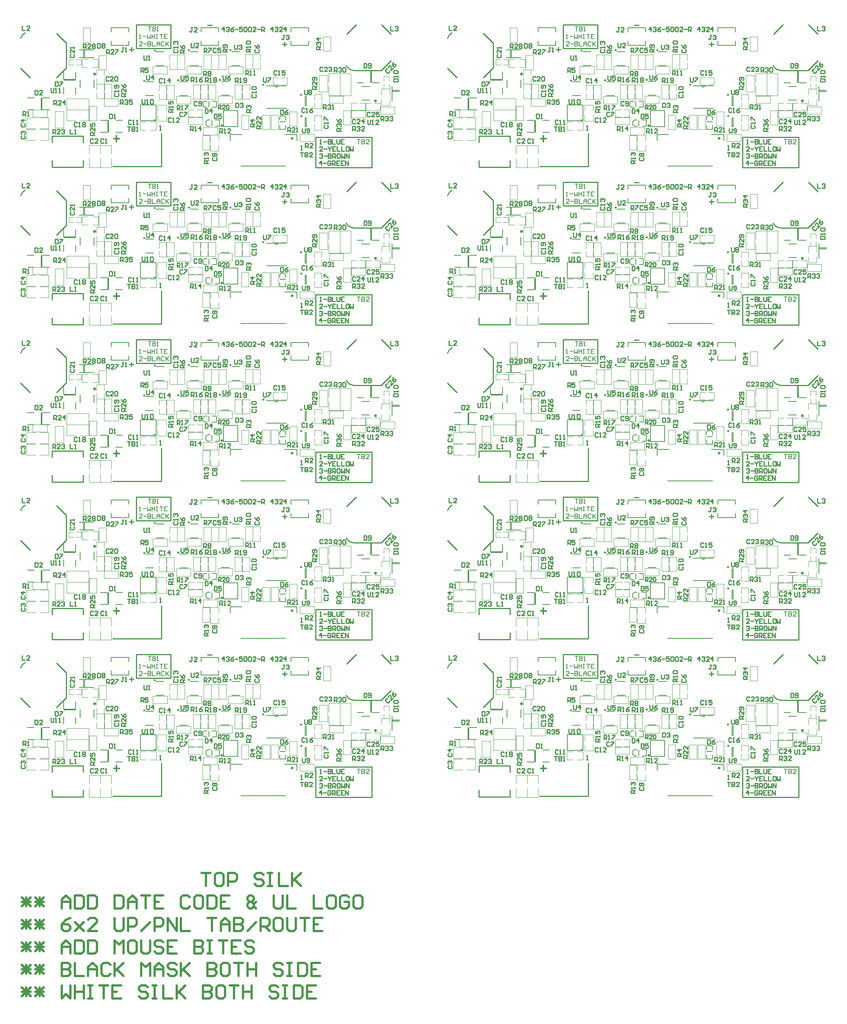
<source format=gto>
G04*
G04 #@! TF.GenerationSoftware,Altium Limited,Altium Designer,24.5.2 (23)*
G04*
G04 Layer_Color=65535*
%FSLAX25Y25*%
%MOIN*%
G70*
G04*
G04 #@! TF.SameCoordinates,ABFB3A1E-B083-4CA8-929D-C611416AE9B3*
G04*
G04*
G04 #@! TF.FilePolarity,Positive*
G04*
G01*
G75*
%ADD11C,0.01968*%
%ADD41C,0.01181*%
%ADD73C,0.01000*%
%ADD74C,0.02362*%
%ADD75C,0.00600*%
%ADD76C,0.00500*%
%ADD77C,0.00492*%
%ADD78C,0.00787*%
%ADD79R,0.01760X0.10626*%
%ADD80R,0.05512X0.01000*%
%ADD81R,0.01000X0.05512*%
%ADD82R,0.01968X0.01193*%
%ADD83R,0.10626X0.01760*%
D11*
X50000Y-120161D02*
X57872Y-128032D01*
X50000D02*
X57872Y-120161D01*
X50000Y-124096D02*
X57872D01*
X53936Y-128032D02*
Y-120161D01*
X61807D02*
X69679Y-128032D01*
X61807D02*
X69679Y-120161D01*
X61807Y-124096D02*
X69679D01*
X65743Y-128032D02*
Y-120161D01*
X85422Y-118193D02*
Y-130000D01*
X89357Y-126064D01*
X93293Y-130000D01*
Y-118193D01*
X97229D02*
Y-130000D01*
Y-124096D01*
X105100D01*
Y-118193D01*
Y-130000D01*
X109036Y-118193D02*
X112972D01*
X111004D01*
Y-130000D01*
X109036D01*
X112972D01*
X118875Y-118193D02*
X126747D01*
X122811D01*
Y-130000D01*
X138554Y-118193D02*
X130683D01*
Y-130000D01*
X138554D01*
X130683Y-124096D02*
X134618D01*
X162168Y-120161D02*
X160201Y-118193D01*
X156265D01*
X154297Y-120161D01*
Y-122128D01*
X156265Y-124096D01*
X160201D01*
X162168Y-126064D01*
Y-128032D01*
X160201Y-130000D01*
X156265D01*
X154297Y-128032D01*
X166104Y-118193D02*
X170040D01*
X168072D01*
Y-130000D01*
X166104D01*
X170040D01*
X175944Y-118193D02*
Y-130000D01*
X183815D01*
X187751Y-118193D02*
Y-130000D01*
Y-126064D01*
X195622Y-118193D01*
X189719Y-124096D01*
X195622Y-130000D01*
X211365Y-118193D02*
Y-130000D01*
X217269D01*
X219236Y-128032D01*
Y-126064D01*
X217269Y-124096D01*
X211365D01*
X217269D01*
X219236Y-122128D01*
Y-120161D01*
X217269Y-118193D01*
X211365D01*
X229076D02*
X225140D01*
X223172Y-120161D01*
Y-128032D01*
X225140Y-130000D01*
X229076D01*
X231044Y-128032D01*
Y-120161D01*
X229076Y-118193D01*
X234980D02*
X242851D01*
X238915D01*
Y-130000D01*
X246787Y-118193D02*
Y-130000D01*
Y-124096D01*
X254658D01*
Y-118193D01*
Y-130000D01*
X278273Y-120161D02*
X276305Y-118193D01*
X272369D01*
X270401Y-120161D01*
Y-122128D01*
X272369Y-124096D01*
X276305D01*
X278273Y-126064D01*
Y-128032D01*
X276305Y-130000D01*
X272369D01*
X270401Y-128032D01*
X282208Y-118193D02*
X286144D01*
X284176D01*
Y-130000D01*
X282208D01*
X286144D01*
X292048Y-118193D02*
Y-130000D01*
X297951D01*
X299919Y-128032D01*
Y-120161D01*
X297951Y-118193D01*
X292048D01*
X311726D02*
X303855D01*
Y-130000D01*
X311726D01*
X303855Y-124096D02*
X307790D01*
X50000Y-100161D02*
X57872Y-108032D01*
X50000D02*
X57872Y-100161D01*
X50000Y-104096D02*
X57872D01*
X53936Y-108032D02*
Y-100161D01*
X61807D02*
X69679Y-108032D01*
X61807D02*
X69679Y-100161D01*
X61807Y-104096D02*
X69679D01*
X65743Y-108032D02*
Y-100161D01*
X85422Y-98193D02*
Y-110000D01*
X91325D01*
X93293Y-108032D01*
Y-106064D01*
X91325Y-104096D01*
X85422D01*
X91325D01*
X93293Y-102129D01*
Y-100161D01*
X91325Y-98193D01*
X85422D01*
X97229D02*
Y-110000D01*
X105100D01*
X109036D02*
Y-102129D01*
X112972Y-98193D01*
X116908Y-102129D01*
Y-110000D01*
Y-104096D01*
X109036D01*
X128715Y-100161D02*
X126747Y-98193D01*
X122811D01*
X120843Y-100161D01*
Y-108032D01*
X122811Y-110000D01*
X126747D01*
X128715Y-108032D01*
X132650Y-98193D02*
Y-110000D01*
Y-106064D01*
X140522Y-98193D01*
X134618Y-104096D01*
X140522Y-110000D01*
X156265D02*
Y-98193D01*
X160201Y-102129D01*
X164136Y-98193D01*
Y-110000D01*
X168072D02*
Y-102129D01*
X172008Y-98193D01*
X175944Y-102129D01*
Y-110000D01*
Y-104096D01*
X168072D01*
X187751Y-100161D02*
X185783Y-98193D01*
X181847D01*
X179879Y-100161D01*
Y-102129D01*
X181847Y-104096D01*
X185783D01*
X187751Y-106064D01*
Y-108032D01*
X185783Y-110000D01*
X181847D01*
X179879Y-108032D01*
X191686Y-98193D02*
Y-110000D01*
Y-106064D01*
X199558Y-98193D01*
X193654Y-104096D01*
X199558Y-110000D01*
X215301Y-98193D02*
Y-110000D01*
X221204D01*
X223172Y-108032D01*
Y-106064D01*
X221204Y-104096D01*
X215301D01*
X221204D01*
X223172Y-102129D01*
Y-100161D01*
X221204Y-98193D01*
X215301D01*
X233012D02*
X229076D01*
X227108Y-100161D01*
Y-108032D01*
X229076Y-110000D01*
X233012D01*
X234980Y-108032D01*
Y-100161D01*
X233012Y-98193D01*
X238915D02*
X246787D01*
X242851D01*
Y-110000D01*
X250722Y-98193D02*
Y-110000D01*
Y-104096D01*
X258594D01*
Y-98193D01*
Y-110000D01*
X282208Y-100161D02*
X280240Y-98193D01*
X276305D01*
X274337Y-100161D01*
Y-102129D01*
X276305Y-104096D01*
X280240D01*
X282208Y-106064D01*
Y-108032D01*
X280240Y-110000D01*
X276305D01*
X274337Y-108032D01*
X286144Y-98193D02*
X290080D01*
X288112D01*
Y-110000D01*
X286144D01*
X290080D01*
X295983Y-98193D02*
Y-110000D01*
X301887D01*
X303855Y-108032D01*
Y-100161D01*
X301887Y-98193D01*
X295983D01*
X315662D02*
X307790D01*
Y-110000D01*
X315662D01*
X307790Y-104096D02*
X311726D01*
X50000Y-80161D02*
X57872Y-88032D01*
X50000D02*
X57872Y-80161D01*
X50000Y-84096D02*
X57872D01*
X53936Y-88032D02*
Y-80161D01*
X61807D02*
X69679Y-88032D01*
X61807D02*
X69679Y-80161D01*
X61807Y-84096D02*
X69679D01*
X65743Y-88032D02*
Y-80161D01*
X85422Y-90000D02*
Y-82129D01*
X89357Y-78193D01*
X93293Y-82129D01*
Y-90000D01*
Y-84096D01*
X85422D01*
X97229Y-78193D02*
Y-90000D01*
X103132D01*
X105100Y-88032D01*
Y-80161D01*
X103132Y-78193D01*
X97229D01*
X109036D02*
Y-90000D01*
X114940D01*
X116908Y-88032D01*
Y-80161D01*
X114940Y-78193D01*
X109036D01*
X132650Y-90000D02*
Y-78193D01*
X136586Y-82129D01*
X140522Y-78193D01*
Y-90000D01*
X150361Y-78193D02*
X146425D01*
X144458Y-80161D01*
Y-88032D01*
X146425Y-90000D01*
X150361D01*
X152329Y-88032D01*
Y-80161D01*
X150361Y-78193D01*
X156265D02*
Y-88032D01*
X158233Y-90000D01*
X162168D01*
X164136Y-88032D01*
Y-78193D01*
X175944Y-80161D02*
X173976Y-78193D01*
X170040D01*
X168072Y-80161D01*
Y-82129D01*
X170040Y-84096D01*
X173976D01*
X175944Y-86064D01*
Y-88032D01*
X173976Y-90000D01*
X170040D01*
X168072Y-88032D01*
X187751Y-78193D02*
X179879D01*
Y-90000D01*
X187751D01*
X179879Y-84096D02*
X183815D01*
X203494Y-78193D02*
Y-90000D01*
X209397D01*
X211365Y-88032D01*
Y-86064D01*
X209397Y-84096D01*
X203494D01*
X209397D01*
X211365Y-82129D01*
Y-80161D01*
X209397Y-78193D01*
X203494D01*
X215301D02*
X219236D01*
X217269D01*
Y-90000D01*
X215301D01*
X219236D01*
X225140Y-78193D02*
X233012D01*
X229076D01*
Y-90000D01*
X244819Y-78193D02*
X236947D01*
Y-90000D01*
X244819D01*
X236947Y-84096D02*
X240883D01*
X256626Y-80161D02*
X254658Y-78193D01*
X250722D01*
X248755Y-80161D01*
Y-82129D01*
X250722Y-84096D01*
X254658D01*
X256626Y-86064D01*
Y-88032D01*
X254658Y-90000D01*
X250722D01*
X248755Y-88032D01*
X50000Y-60161D02*
X57872Y-68032D01*
X50000D02*
X57872Y-60161D01*
X50000Y-64096D02*
X57872D01*
X53936Y-68032D02*
Y-60161D01*
X61807D02*
X69679Y-68032D01*
X61807D02*
X69679Y-60161D01*
X61807Y-64096D02*
X69679D01*
X65743Y-68032D02*
Y-60161D01*
X93293Y-58193D02*
X89357Y-60161D01*
X85422Y-64096D01*
Y-68032D01*
X87389Y-70000D01*
X91325D01*
X93293Y-68032D01*
Y-66064D01*
X91325Y-64096D01*
X85422D01*
X97229Y-62129D02*
X105100Y-70000D01*
X101164Y-66064D01*
X105100Y-62129D01*
X97229Y-70000D01*
X116908D02*
X109036D01*
X116908Y-62129D01*
Y-60161D01*
X114940Y-58193D01*
X111004D01*
X109036Y-60161D01*
X132650Y-58193D02*
Y-68032D01*
X134618Y-70000D01*
X138554D01*
X140522Y-68032D01*
Y-58193D01*
X144458Y-70000D02*
Y-58193D01*
X150361D01*
X152329Y-60161D01*
Y-64096D01*
X150361Y-66064D01*
X144458D01*
X156265Y-70000D02*
X164136Y-62129D01*
X168072Y-70000D02*
Y-58193D01*
X173976D01*
X175944Y-60161D01*
Y-64096D01*
X173976Y-66064D01*
X168072D01*
X179879Y-70000D02*
Y-58193D01*
X187751Y-70000D01*
Y-58193D01*
X191686D02*
Y-70000D01*
X199558D01*
X215301Y-58193D02*
X223172D01*
X219236D01*
Y-70000D01*
X227108D02*
Y-62129D01*
X231044Y-58193D01*
X234980Y-62129D01*
Y-70000D01*
Y-64096D01*
X227108D01*
X238915Y-58193D02*
Y-70000D01*
X244819D01*
X246787Y-68032D01*
Y-66064D01*
X244819Y-64096D01*
X238915D01*
X244819D01*
X246787Y-62129D01*
Y-60161D01*
X244819Y-58193D01*
X238915D01*
X250722Y-70000D02*
X258594Y-62129D01*
X262530Y-70000D02*
Y-58193D01*
X268433D01*
X270401Y-60161D01*
Y-64096D01*
X268433Y-66064D01*
X262530D01*
X266465D02*
X270401Y-70000D01*
X280240Y-58193D02*
X276305D01*
X274337Y-60161D01*
Y-68032D01*
X276305Y-70000D01*
X280240D01*
X282208Y-68032D01*
Y-60161D01*
X280240Y-58193D01*
X286144D02*
Y-68032D01*
X288112Y-70000D01*
X292048D01*
X294016Y-68032D01*
Y-58193D01*
X297951D02*
X305823D01*
X301887D01*
Y-70000D01*
X317630Y-58193D02*
X309758D01*
Y-70000D01*
X317630D01*
X309758Y-64096D02*
X313694D01*
X50000Y-40161D02*
X57872Y-48032D01*
X50000D02*
X57872Y-40161D01*
X50000Y-44096D02*
X57872D01*
X53936Y-48032D02*
Y-40161D01*
X61807D02*
X69679Y-48032D01*
X61807D02*
X69679Y-40161D01*
X61807Y-44096D02*
X69679D01*
X65743Y-48032D02*
Y-40161D01*
X85422Y-50000D02*
Y-42129D01*
X89357Y-38193D01*
X93293Y-42129D01*
Y-50000D01*
Y-44096D01*
X85422D01*
X97229Y-38193D02*
Y-50000D01*
X103132D01*
X105100Y-48032D01*
Y-40161D01*
X103132Y-38193D01*
X97229D01*
X109036D02*
Y-50000D01*
X114940D01*
X116908Y-48032D01*
Y-40161D01*
X114940Y-38193D01*
X109036D01*
X132650D02*
Y-50000D01*
X138554D01*
X140522Y-48032D01*
Y-40161D01*
X138554Y-38193D01*
X132650D01*
X144458Y-50000D02*
Y-42129D01*
X148393Y-38193D01*
X152329Y-42129D01*
Y-50000D01*
Y-44096D01*
X144458D01*
X156265Y-38193D02*
X164136D01*
X160201D01*
Y-50000D01*
X175944Y-38193D02*
X168072D01*
Y-50000D01*
X175944D01*
X168072Y-44096D02*
X172008D01*
X199558Y-40161D02*
X197590Y-38193D01*
X193654D01*
X191686Y-40161D01*
Y-48032D01*
X193654Y-50000D01*
X197590D01*
X199558Y-48032D01*
X209397Y-38193D02*
X205462D01*
X203494Y-40161D01*
Y-48032D01*
X205462Y-50000D01*
X209397D01*
X211365Y-48032D01*
Y-40161D01*
X209397Y-38193D01*
X215301D02*
Y-50000D01*
X221204D01*
X223172Y-48032D01*
Y-40161D01*
X221204Y-38193D01*
X215301D01*
X234980D02*
X227108D01*
Y-50000D01*
X234980D01*
X227108Y-44096D02*
X231044D01*
X258594Y-50000D02*
X256626Y-48032D01*
X254658Y-50000D01*
X252690D01*
X250722Y-48032D01*
Y-46064D01*
X252690Y-44096D01*
X250722Y-42129D01*
Y-40161D01*
X252690Y-38193D01*
X254658D01*
X256626Y-40161D01*
Y-42129D01*
X254658Y-44096D01*
X256626Y-46064D01*
Y-48032D01*
X258594Y-44096D02*
X256626Y-46064D01*
X252690Y-44096D02*
X254658D01*
X274337Y-38193D02*
Y-48032D01*
X276305Y-50000D01*
X280240D01*
X282208Y-48032D01*
Y-38193D01*
X286144D02*
Y-50000D01*
X294016D01*
X309758Y-38193D02*
Y-50000D01*
X317630D01*
X327469Y-38193D02*
X323534D01*
X321566Y-40161D01*
Y-48032D01*
X323534Y-50000D01*
X327469D01*
X329437Y-48032D01*
Y-40161D01*
X327469Y-38193D01*
X341244Y-40161D02*
X339276Y-38193D01*
X335341D01*
X333373Y-40161D01*
Y-48032D01*
X335341Y-50000D01*
X339276D01*
X341244Y-48032D01*
Y-44096D01*
X337309D01*
X351084Y-38193D02*
X347148D01*
X345180Y-40161D01*
Y-48032D01*
X347148Y-50000D01*
X351084D01*
X353051Y-48032D01*
Y-40161D01*
X351084Y-38193D01*
X210000Y-18193D02*
X217871D01*
X213936D01*
Y-30000D01*
X227711Y-18193D02*
X223775D01*
X221807Y-20161D01*
Y-28032D01*
X223775Y-30000D01*
X227711D01*
X229679Y-28032D01*
Y-20161D01*
X227711Y-18193D01*
X233614Y-30000D02*
Y-18193D01*
X239518D01*
X241486Y-20161D01*
Y-24096D01*
X239518Y-26064D01*
X233614D01*
X265100Y-20161D02*
X263132Y-18193D01*
X259197D01*
X257229Y-20161D01*
Y-22129D01*
X259197Y-24096D01*
X263132D01*
X265100Y-26064D01*
Y-28032D01*
X263132Y-30000D01*
X259197D01*
X257229Y-28032D01*
X269036Y-18193D02*
X272972D01*
X271004D01*
Y-30000D01*
X269036D01*
X272972D01*
X278875Y-18193D02*
Y-30000D01*
X286747D01*
X290683Y-18193D02*
Y-30000D01*
Y-26064D01*
X298554Y-18193D01*
X292650Y-24096D01*
X298554Y-30000D01*
D41*
X228716Y86358D02*
G03*
X228716Y86358I-591J0D01*
G01*
X131752Y74664D02*
X137000D01*
X134376Y77288D02*
Y72040D01*
X608716Y86358D02*
G03*
X608716Y86358I-591J0D01*
G01*
X511752Y74664D02*
X517000D01*
X514376Y77288D02*
Y72040D01*
X228716Y226358D02*
G03*
X228716Y226358I-591J0D01*
G01*
X131752Y214664D02*
X137000D01*
X134376Y217288D02*
Y212040D01*
X608716Y226358D02*
G03*
X608716Y226358I-591J0D01*
G01*
X511752Y214664D02*
X517000D01*
X514376Y217288D02*
Y212040D01*
X228716Y366358D02*
G03*
X228716Y366358I-591J0D01*
G01*
X131752Y354664D02*
X137000D01*
X134376Y357288D02*
Y352040D01*
X608716Y366358D02*
G03*
X608716Y366358I-591J0D01*
G01*
X511752Y354664D02*
X517000D01*
X514376Y357288D02*
Y352040D01*
X228716Y506358D02*
G03*
X228716Y506358I-591J0D01*
G01*
X131752Y494664D02*
X137000D01*
X134376Y497288D02*
Y492040D01*
X608716Y506358D02*
G03*
X608716Y506358I-591J0D01*
G01*
X511752Y494664D02*
X517000D01*
X514376Y497288D02*
Y492040D01*
X228716Y646358D02*
G03*
X228716Y646358I-591J0D01*
G01*
X131752Y634664D02*
X137000D01*
X134376Y637288D02*
Y632040D01*
X608716Y646358D02*
G03*
X608716Y646358I-591J0D01*
G01*
X511752Y634664D02*
X517000D01*
X514376Y637288D02*
Y632040D01*
D73*
X236246Y153405D02*
G03*
X236246Y153405I-557J0D01*
G01*
X199238D02*
G03*
X199238Y153405I-557J0D01*
G01*
X189789Y126634D02*
G03*
X189789Y126634I-557J0D01*
G01*
X159474Y126240D02*
G03*
X159474Y126240I-557J0D01*
G01*
X168923Y153012D02*
G03*
X168923Y153012I-557J0D01*
G01*
X52808Y168762D02*
G03*
X49000Y163886I4127J-7149D01*
G01*
X338837Y139422D02*
G03*
X345925Y135295I7149J4127D01*
G01*
X115217Y132146D02*
G03*
X115217Y132146I-394J0D01*
G01*
X115610D02*
G03*
X115610Y132146I-787J0D01*
G01*
X365216Y108323D02*
G03*
X365216Y108323I-394J0D01*
G01*
X365610D02*
G03*
X365610Y108323I-787J0D01*
G01*
X299336Y94744D02*
G03*
X299336Y94744I-557J0D01*
G01*
X265380Y122697D02*
G03*
X265380Y122697I-557J0D01*
G01*
X226797Y127027D02*
G03*
X226797Y127027I-557J0D01*
G01*
X299238Y113642D02*
G03*
X299238Y113642I-557J0D01*
G01*
X80965Y128996D02*
X89626Y137657D01*
Y159705D01*
X80965Y168366D02*
X89626Y159705D01*
X339232Y167579D02*
X347654Y176000D01*
X345925Y135295D02*
X369941D01*
X378602Y143957D01*
X49000Y137338D02*
X57342Y128996D01*
X104587Y71228D02*
Y77028D01*
X77027Y49468D02*
X104587D01*
X77027Y77028D02*
X104587D01*
X77027Y49468D02*
Y55268D01*
Y71228D02*
Y77028D01*
X104587Y49468D02*
Y55268D01*
X174272Y49862D02*
Y79465D01*
X130852Y49862D02*
X174272D01*
X311476Y49075D02*
X361673D01*
X311476D02*
Y75846D01*
X361673D01*
Y49075D02*
Y75846D01*
X151929Y175945D02*
X182638D01*
Y154980D02*
Y175945D01*
X151929Y154980D02*
X182638D01*
X151929D02*
Y175945D01*
X370181Y176000D02*
X378602Y167579D01*
X229907Y169975D02*
Y173911D01*
X227939Y171943D01*
X230563D01*
X231875Y173255D02*
X232531Y173911D01*
X233843D01*
X234499Y173255D01*
Y172599D01*
X233843Y171943D01*
X233187D01*
X233843D01*
X234499Y171287D01*
Y170631D01*
X233843Y169975D01*
X232531D01*
X231875Y170631D01*
X238434Y173911D02*
X237123Y173255D01*
X235811Y171943D01*
Y170631D01*
X236467Y169975D01*
X237778D01*
X238434Y170631D01*
Y171287D01*
X237778Y171943D01*
X235811D01*
X239746D02*
X242370D01*
X246306Y173911D02*
X243682D01*
Y171943D01*
X244994Y172599D01*
X245650D01*
X246306Y171943D01*
Y170631D01*
X245650Y169975D01*
X244338D01*
X243682Y170631D01*
X247618Y173255D02*
X248274Y173911D01*
X249586D01*
X250242Y173255D01*
Y170631D01*
X249586Y169975D01*
X248274D01*
X247618Y170631D01*
Y173255D01*
X251554D02*
X252209Y173911D01*
X253521D01*
X254177Y173255D01*
Y170631D01*
X253521Y169975D01*
X252209D01*
X251554Y170631D01*
Y173255D01*
X258113Y169975D02*
X255489D01*
X258113Y172599D01*
Y173255D01*
X257457Y173911D01*
X256145D01*
X255489Y173255D01*
X259425Y171943D02*
X262049D01*
X263361Y169975D02*
Y173911D01*
X265329D01*
X265985Y173255D01*
Y171943D01*
X265329Y171287D01*
X263361D01*
X264673D02*
X265985Y169975D01*
X273200D02*
Y173911D01*
X271232Y171943D01*
X273856D01*
X275168Y173255D02*
X275824Y173911D01*
X277136D01*
X277792Y173255D01*
Y172599D01*
X277136Y171943D01*
X276480D01*
X277136D01*
X277792Y171287D01*
Y170631D01*
X277136Y169975D01*
X275824D01*
X275168Y170631D01*
X281728Y169975D02*
X279104D01*
X281728Y172599D01*
Y173255D01*
X281072Y173911D01*
X279760D01*
X279104Y173255D01*
X285007Y169975D02*
Y173911D01*
X283039Y171943D01*
X285663D01*
X172516Y82358D02*
X173828D01*
X173172D01*
Y86294D01*
X172516Y85638D01*
X298287Y64823D02*
X299599D01*
X298943D01*
Y68759D01*
X298287Y68103D01*
X316397Y51043D02*
Y54979D01*
X314429Y53011D01*
X317053D01*
X318365D02*
X320989D01*
X324924Y54323D02*
X324269Y54979D01*
X322957D01*
X322301Y54323D01*
Y51699D01*
X322957Y51043D01*
X324269D01*
X324924Y51699D01*
Y53011D01*
X323612D01*
X326236Y51043D02*
Y54979D01*
X328204D01*
X328860Y54323D01*
Y53011D01*
X328204Y52355D01*
X326236D01*
X327548D02*
X328860Y51043D01*
X332796Y54979D02*
X330172D01*
Y51043D01*
X332796D01*
X330172Y53011D02*
X331484D01*
X336732Y54979D02*
X334108D01*
Y51043D01*
X336732D01*
X334108Y53011D02*
X335420D01*
X338044Y51043D02*
Y54979D01*
X340667Y51043D01*
Y54979D01*
X314823Y60622D02*
X315479Y61278D01*
X316791D01*
X317447Y60622D01*
Y59966D01*
X316791Y59310D01*
X316135D01*
X316791D01*
X317447Y58654D01*
Y57999D01*
X316791Y57342D01*
X315479D01*
X314823Y57999D01*
X318759Y59310D02*
X321382D01*
X322694Y61278D02*
Y57342D01*
X324662D01*
X325318Y57999D01*
Y58654D01*
X324662Y59310D01*
X322694D01*
X324662D01*
X325318Y59966D01*
Y60622D01*
X324662Y61278D01*
X322694D01*
X326630Y57342D02*
Y61278D01*
X328598D01*
X329254Y60622D01*
Y59310D01*
X328598Y58654D01*
X326630D01*
X327942D02*
X329254Y57342D01*
X332534Y61278D02*
X331222D01*
X330566Y60622D01*
Y57999D01*
X331222Y57342D01*
X332534D01*
X333190Y57999D01*
Y60622D01*
X332534Y61278D01*
X334502D02*
Y57342D01*
X335813Y58654D01*
X337125Y57342D01*
Y61278D01*
X338437Y57342D02*
Y61278D01*
X341061Y57342D01*
Y61278D01*
X317447Y63642D02*
X314823D01*
X317447Y66265D01*
Y66922D01*
X316791Y67577D01*
X315479D01*
X314823Y66922D01*
X318759Y65610D02*
X321382D01*
X322694Y67577D02*
Y66922D01*
X324006Y65610D01*
X325318Y66922D01*
Y67577D01*
X324006Y65610D02*
Y63642D01*
X329254Y67577D02*
X326630D01*
Y63642D01*
X329254D01*
X326630Y65610D02*
X327942D01*
X330566Y67577D02*
Y63642D01*
X333190D01*
X334502Y67577D02*
Y63642D01*
X337125D01*
X340405Y67577D02*
X339093D01*
X338437Y66922D01*
Y64298D01*
X339093Y63642D01*
X340405D01*
X341061Y64298D01*
Y66922D01*
X340405Y67577D01*
X342373D02*
Y63642D01*
X343685Y64954D01*
X344997Y63642D01*
Y67577D01*
X315216Y69941D02*
X316529D01*
X315873D01*
Y73877D01*
X315216Y73221D01*
X318496Y71909D02*
X321120D01*
X322432Y73877D02*
Y69941D01*
X324400D01*
X325056Y70597D01*
Y71253D01*
X324400Y71909D01*
X322432D01*
X324400D01*
X325056Y72565D01*
Y73221D01*
X324400Y73877D01*
X322432D01*
X326368D02*
Y69941D01*
X328992D01*
X330304Y73877D02*
Y70597D01*
X330960Y69941D01*
X332271D01*
X332927Y70597D01*
Y73877D01*
X336863D02*
X334239D01*
Y69941D01*
X336863D01*
X334239Y71909D02*
X335551D01*
X145433Y154042D02*
X149432D01*
X147432Y156042D02*
Y152043D01*
X281949Y158668D02*
X285947D01*
X283948Y160668D02*
Y156669D01*
X215216Y175696D02*
X219215D01*
X280367Y100176D02*
Y96240D01*
X282335D01*
X282991Y96896D01*
Y99520D01*
X282335Y100176D01*
X280367D01*
X286927D02*
X285615Y99520D01*
X284303Y98208D01*
Y96896D01*
X284959Y96240D01*
X286271D01*
X286927Y96896D01*
Y97552D01*
X286271Y98208D01*
X284303D01*
X213087Y101217D02*
Y97281D01*
X215055D01*
X215711Y97938D01*
Y100561D01*
X215055Y101217D01*
X213087D01*
X218991Y97281D02*
Y101217D01*
X217023Y99249D01*
X219647D01*
X156949Y109704D02*
Y106424D01*
X157605Y105768D01*
X158917D01*
X159573Y106424D01*
Y109704D01*
X160885Y105768D02*
X162197D01*
X161540D01*
Y109704D01*
X160885Y109047D01*
X164164D02*
X164820Y109704D01*
X166132D01*
X166788Y109047D01*
Y106424D01*
X166132Y105768D01*
X164820D01*
X164164Y106424D01*
Y109047D01*
X354390Y141495D02*
Y137559D01*
X356358D01*
X357014Y138215D01*
Y140839D01*
X356358Y141495D01*
X354390D01*
X358326Y138215D02*
X358981Y137559D01*
X360293D01*
X360949Y138215D01*
Y140839D01*
X360293Y141495D01*
X358981D01*
X358326Y140839D01*
Y140183D01*
X358981Y139527D01*
X360949D01*
X61673Y117578D02*
Y113642D01*
X63641D01*
X64297Y114298D01*
Y116921D01*
X63641Y117578D01*
X61673D01*
X68233Y113642D02*
X65609D01*
X68233Y116266D01*
Y116921D01*
X67577Y117578D01*
X66265D01*
X65609Y116921D01*
X127815Y96711D02*
Y92776D01*
X129783D01*
X130439Y93432D01*
Y96055D01*
X129783Y96711D01*
X127815D01*
X131751Y92776D02*
X133063D01*
X132407D01*
Y96711D01*
X131751Y96055D01*
X380966Y125453D02*
X384902D01*
Y127421D01*
X384246Y128077D01*
X381622D01*
X380966Y127421D01*
Y125453D01*
X384902Y129388D02*
Y130700D01*
Y130044D01*
X380966D01*
X381622Y129388D01*
Y132668D02*
X380966Y133324D01*
Y134636D01*
X381622Y135292D01*
X384246D01*
X384902Y134636D01*
Y133324D01*
X384246Y132668D01*
X381622D01*
X117185Y159310D02*
Y155374D01*
X119153D01*
X119809Y156030D01*
Y158654D01*
X119153Y159310D01*
X117185D01*
X121121Y158654D02*
X121777Y159310D01*
X123089D01*
X123745Y158654D01*
Y157998D01*
X123089Y157342D01*
X123745Y156686D01*
Y156030D01*
X123089Y155374D01*
X121777D01*
X121121Y156030D01*
Y156686D01*
X121777Y157342D01*
X121121Y157998D01*
Y158654D01*
X121777Y157342D02*
X123089D01*
X221082Y96524D02*
Y92588D01*
X223050D01*
X223706Y93244D01*
Y95868D01*
X223050Y96524D01*
X221082D01*
X227642D02*
X225018D01*
Y94556D01*
X226330Y95212D01*
X226986D01*
X227642Y94556D01*
Y93244D01*
X226986Y92588D01*
X225674D01*
X225018Y93244D01*
X357736Y91199D02*
Y87920D01*
X358392Y87264D01*
X359704D01*
X360360Y87920D01*
Y91199D01*
X361672Y87264D02*
X362984D01*
X362328D01*
Y91199D01*
X361672Y90544D01*
X367576Y87264D02*
X364952D01*
X367576Y89888D01*
Y90544D01*
X366920Y91199D01*
X365608D01*
X364952Y90544D01*
X75748Y119546D02*
Y116266D01*
X76404Y115610D01*
X77716D01*
X78372Y116266D01*
Y119546D01*
X79684Y115610D02*
X80996D01*
X80340D01*
Y119546D01*
X79684Y118890D01*
X82964Y115610D02*
X84276D01*
X83619D01*
Y119546D01*
X82964Y118890D01*
X299468Y83818D02*
Y80538D01*
X300125Y79882D01*
X301436D01*
X302092Y80538D01*
Y83818D01*
X303404Y80538D02*
X304060Y79882D01*
X305372D01*
X306028Y80538D01*
Y83162D01*
X305372Y83818D01*
X304060D01*
X303404Y83162D01*
Y82506D01*
X304060Y81850D01*
X306028D01*
X301437Y117971D02*
Y114691D01*
X302093Y114035D01*
X303405D01*
X304061Y114691D01*
Y117971D01*
X305373Y117315D02*
X306029Y117971D01*
X307341D01*
X307997Y117315D01*
Y116659D01*
X307341Y116003D01*
X307997Y115347D01*
Y114691D01*
X307341Y114035D01*
X306029D01*
X305373Y114691D01*
Y115347D01*
X306029Y116003D01*
X305373Y116659D01*
Y117315D01*
X306029Y116003D02*
X307341D01*
X264823Y128995D02*
Y125715D01*
X265479Y125059D01*
X266791D01*
X267447Y125715D01*
Y128995D01*
X268759D02*
X271382D01*
Y128339D01*
X268759Y125715D01*
Y125059D01*
X228996Y130963D02*
Y127683D01*
X229652Y127028D01*
X230964D01*
X231620Y127683D01*
Y130963D01*
X235556D02*
X234244Y130307D01*
X232932Y128995D01*
Y127683D01*
X233588Y127028D01*
X234900D01*
X235556Y127683D01*
Y128340D01*
X234900Y128995D01*
X232932D01*
X191595Y130570D02*
Y127290D01*
X192251Y126634D01*
X193562D01*
X194218Y127290D01*
Y130570D01*
X198154D02*
X195530D01*
Y128602D01*
X196842Y129258D01*
X197498D01*
X198154Y128602D01*
Y127290D01*
X197498Y126634D01*
X196186D01*
X195530Y127290D01*
X160886Y130963D02*
Y127683D01*
X161542Y127028D01*
X162854D01*
X163510Y127683D01*
Y130963D01*
X166789Y127028D02*
Y130963D01*
X164822Y128995D01*
X167445D01*
X239232Y158129D02*
Y154849D01*
X239888Y154193D01*
X241200D01*
X241856Y154849D01*
Y158129D01*
X243168Y157473D02*
X243824Y158129D01*
X245136D01*
X245792Y157473D01*
Y156817D01*
X245136Y156161D01*
X244480D01*
X245136D01*
X245792Y155505D01*
Y154849D01*
X245136Y154193D01*
X243824D01*
X243168Y154849D01*
X200650Y159704D02*
Y156424D01*
X201306Y155768D01*
X202618D01*
X203273Y156424D01*
Y159704D01*
X207209Y155768D02*
X204585D01*
X207209Y158392D01*
Y159047D01*
X206553Y159704D01*
X205241D01*
X204585Y159047D01*
X158524Y148680D02*
Y145400D01*
X159180Y144744D01*
X160492D01*
X161147Y145400D01*
Y148680D01*
X162459Y144744D02*
X163771D01*
X163115D01*
Y148680D01*
X162459Y148024D01*
X297894Y62459D02*
X300518D01*
X299206D01*
Y58524D01*
X301829Y62459D02*
Y58524D01*
X303797D01*
X304453Y59180D01*
Y59835D01*
X303797Y60492D01*
X301829D01*
X303797D01*
X304453Y61147D01*
Y61803D01*
X303797Y62459D01*
X301829D01*
X308389Y58524D02*
X305765D01*
X308389Y61147D01*
Y61803D01*
X307733Y62459D01*
X306421D01*
X305765Y61803D01*
X143957Y85294D02*
X146581D01*
X145269D01*
Y81358D01*
X147892Y85294D02*
Y81358D01*
X149860D01*
X150516Y82014D01*
Y82670D01*
X149860Y83326D01*
X147892D01*
X149860D01*
X150516Y83982D01*
Y84638D01*
X149860Y85294D01*
X147892D01*
X151828Y81358D02*
X153140D01*
X152484D01*
Y85294D01*
X151828Y84638D01*
X316004Y153996D02*
X312068D01*
Y155964D01*
X312724Y156620D01*
X314036D01*
X314692Y155964D01*
Y153996D01*
Y155308D02*
X316004Y156620D01*
X312724Y157932D02*
X312068Y158588D01*
Y159900D01*
X312724Y160556D01*
X313380D01*
X314036Y159900D01*
Y159244D01*
Y159900D01*
X314692Y160556D01*
X315348D01*
X316004Y159900D01*
Y158588D01*
X315348Y157932D01*
X316004Y163835D02*
X312068D01*
X314036Y161867D01*
Y164491D01*
X369547Y90614D02*
Y94550D01*
X371515D01*
X372171Y93894D01*
Y92582D01*
X371515Y91926D01*
X369547D01*
X370859D02*
X372171Y90614D01*
X373483Y93894D02*
X374139Y94550D01*
X375451D01*
X376107Y93894D01*
Y93238D01*
X375451Y92582D01*
X374795D01*
X375451D01*
X376107Y91926D01*
Y91270D01*
X375451Y90614D01*
X374139D01*
X373483Y91270D01*
X377419Y93894D02*
X378075Y94550D01*
X379387D01*
X380043Y93894D01*
Y93238D01*
X379387Y92582D01*
X378731D01*
X379387D01*
X380043Y91926D01*
Y91270D01*
X379387Y90614D01*
X378075D01*
X377419Y91270D01*
X344350Y81752D02*
Y85688D01*
X346318D01*
X346974Y85032D01*
Y83720D01*
X346318Y83064D01*
X344350D01*
X345662D02*
X346974Y81752D01*
X348286Y85032D02*
X348942Y85688D01*
X350254D01*
X350910Y85032D01*
Y84376D01*
X350254Y83720D01*
X349598D01*
X350254D01*
X350910Y83064D01*
Y82408D01*
X350254Y81752D01*
X348942D01*
X348286Y82408D01*
X354846Y81752D02*
X352222D01*
X354846Y84376D01*
Y85032D01*
X354190Y85688D01*
X352878D01*
X352222Y85032D01*
X334114Y81358D02*
X330178D01*
Y83326D01*
X330834Y83982D01*
X332146D01*
X332802Y83326D01*
Y81358D01*
Y82670D02*
X334114Y83982D01*
X330834Y85294D02*
X330178Y85950D01*
Y87262D01*
X330834Y87918D01*
X331490D01*
X332146Y87262D01*
Y86606D01*
Y87262D01*
X332802Y87918D01*
X333458D01*
X334114Y87262D01*
Y85950D01*
X333458Y85294D01*
X330178Y91854D02*
X330834Y90542D01*
X332146Y89230D01*
X333458D01*
X334114Y89886D01*
Y91198D01*
X333458Y91854D01*
X332802D01*
X332146Y91198D01*
Y89230D01*
X318366Y101043D02*
Y104979D01*
X320334D01*
X320990Y104323D01*
Y103011D01*
X320334Y102355D01*
X318366D01*
X319678D02*
X320990Y101043D01*
X322302Y104323D02*
X322958Y104979D01*
X324270D01*
X324926Y104323D01*
Y103667D01*
X324270Y103011D01*
X323614D01*
X324270D01*
X324926Y102355D01*
Y101699D01*
X324270Y101043D01*
X322958D01*
X322302Y101699D01*
X326238Y101043D02*
X327550D01*
X326894D01*
Y104979D01*
X326238Y104323D01*
X327815Y134114D02*
Y138050D01*
X329783D01*
X330439Y137394D01*
Y136082D01*
X329783Y135426D01*
X327815D01*
X329127D02*
X330439Y134114D01*
X331751Y137394D02*
X332407Y138050D01*
X333719D01*
X334374Y137394D01*
Y136738D01*
X333719Y136082D01*
X333063D01*
X333719D01*
X334374Y135426D01*
Y134770D01*
X333719Y134114D01*
X332407D01*
X331751Y134770D01*
X335686Y137394D02*
X336342Y138050D01*
X337654D01*
X338310Y137394D01*
Y134770D01*
X337654Y134114D01*
X336342D01*
X335686Y134770D01*
Y137394D01*
X312461Y118760D02*
X308525D01*
Y120728D01*
X309181Y121384D01*
X310493D01*
X311149Y120728D01*
Y118760D01*
Y120072D02*
X312461Y121384D01*
Y125319D02*
Y122696D01*
X309837Y125319D01*
X309181D01*
X308525Y124663D01*
Y123352D01*
X309181Y122696D01*
X311805Y126631D02*
X312461Y127287D01*
Y128599D01*
X311805Y129255D01*
X309181D01*
X308525Y128599D01*
Y127287D01*
X309181Y126631D01*
X309837D01*
X310493Y127287D01*
Y129255D01*
X104587Y154980D02*
Y158916D01*
X106554D01*
X107210Y158260D01*
Y156948D01*
X106554Y156292D01*
X104587D01*
X105898D02*
X107210Y154980D01*
X111146D02*
X108522D01*
X111146Y157604D01*
Y158260D01*
X110490Y158916D01*
X109178D01*
X108522Y158260D01*
X112458D02*
X113114Y158916D01*
X114426D01*
X115082Y158260D01*
Y157604D01*
X114426Y156948D01*
X115082Y156292D01*
Y155636D01*
X114426Y154980D01*
X113114D01*
X112458Y155636D01*
Y156292D01*
X113114Y156948D01*
X112458Y157604D01*
Y158260D01*
X113114Y156948D02*
X114426D01*
X125189Y150099D02*
Y154034D01*
X127157D01*
X127813Y153378D01*
Y152066D01*
X127157Y151410D01*
X125189D01*
X126501D02*
X127813Y150099D01*
X131749D02*
X129125D01*
X131749Y152722D01*
Y153378D01*
X131093Y154034D01*
X129781D01*
X129125Y153378D01*
X133061Y154034D02*
X135684D01*
Y153378D01*
X133061Y150754D01*
Y150099D01*
X142382Y112461D02*
X138446D01*
Y114428D01*
X139102Y115084D01*
X140414D01*
X141070Y114428D01*
Y112461D01*
Y113772D02*
X142382Y115084D01*
Y119020D02*
Y116396D01*
X139758Y119020D01*
X139102D01*
X138446Y118364D01*
Y117052D01*
X139102Y116396D01*
X138446Y122956D02*
X139102Y121644D01*
X140414Y120332D01*
X141726D01*
X142382Y120988D01*
Y122300D01*
X141726Y122956D01*
X141070D01*
X140414Y122300D01*
Y120332D01*
X137657Y105374D02*
Y109310D01*
X139625D01*
X140281Y108654D01*
Y107342D01*
X139625Y106686D01*
X137657D01*
X138969D02*
X140281Y105374D01*
X141593Y108654D02*
X142249Y109310D01*
X143561D01*
X144217Y108654D01*
Y107998D01*
X143561Y107342D01*
X142905D01*
X143561D01*
X144217Y106686D01*
Y106030D01*
X143561Y105374D01*
X142249D01*
X141593Y106030D01*
X148153Y109310D02*
X145529D01*
Y107342D01*
X146841Y107998D01*
X147497D01*
X148153Y107342D01*
Y106030D01*
X147497Y105374D01*
X146185D01*
X145529Y106030D01*
X114823Y77815D02*
X110887D01*
Y79783D01*
X111543Y80439D01*
X112855D01*
X113511Y79783D01*
Y77815D01*
Y79127D02*
X114823Y80439D01*
Y84374D02*
Y81751D01*
X112199Y84374D01*
X111543D01*
X110887Y83719D01*
Y82407D01*
X111543Y81751D01*
X110887Y88310D02*
Y85686D01*
X112855D01*
X112199Y86998D01*
Y87654D01*
X112855Y88310D01*
X114167D01*
X114823Y87654D01*
Y86342D01*
X114167Y85686D01*
X78209Y104587D02*
Y108522D01*
X80177D01*
X80832Y107866D01*
Y106554D01*
X80177Y105898D01*
X78209D01*
X79521D02*
X80832Y104587D01*
X84768D02*
X82144D01*
X84768Y107210D01*
Y107866D01*
X84112Y108522D01*
X82800D01*
X82144Y107866D01*
X88048Y104587D02*
Y108522D01*
X86080Y106554D01*
X88704D01*
X77421Y78996D02*
Y82932D01*
X79389D01*
X80045Y82276D01*
Y80964D01*
X79389Y80308D01*
X77421D01*
X78733D02*
X80045Y78996D01*
X83981D02*
X81357D01*
X83981Y81620D01*
Y82276D01*
X83325Y82932D01*
X82013D01*
X81357Y82276D01*
X85293D02*
X85949Y82932D01*
X87261D01*
X87917Y82276D01*
Y81620D01*
X87261Y80964D01*
X86605D01*
X87261D01*
X87917Y80308D01*
Y79652D01*
X87261Y78996D01*
X85949D01*
X85293Y79652D01*
X262930Y83734D02*
X258994D01*
Y85702D01*
X259650Y86358D01*
X260962D01*
X261618Y85702D01*
Y83734D01*
Y85046D02*
X262930Y86358D01*
Y90293D02*
Y87669D01*
X260306Y90293D01*
X259650D01*
X258994Y89637D01*
Y88326D01*
X259650Y87669D01*
X262930Y94229D02*
Y91605D01*
X260306Y94229D01*
X259650D01*
X258994Y93573D01*
Y92261D01*
X259650Y91605D01*
X286476Y80571D02*
Y84507D01*
X288444D01*
X289100Y83851D01*
Y82539D01*
X288444Y81883D01*
X286476D01*
X287788D02*
X289100Y80571D01*
X293036D02*
X290412D01*
X293036Y83195D01*
Y83851D01*
X292380Y84507D01*
X291068D01*
X290412Y83851D01*
X294348Y80571D02*
X295660D01*
X295004D01*
Y84507D01*
X294348Y83851D01*
X224837Y101003D02*
Y104546D01*
X226608D01*
X227198Y103955D01*
Y102775D01*
X226608Y102184D01*
X224837D01*
X226017D02*
X227198Y101003D01*
X230740D02*
X228379D01*
X230740Y103365D01*
Y103955D01*
X230150Y104546D01*
X228969D01*
X228379Y103955D01*
X231921D02*
X232511Y104546D01*
X233692D01*
X234282Y103955D01*
Y101594D01*
X233692Y101003D01*
X232511D01*
X231921Y101594D01*
Y103955D01*
X240020Y124665D02*
Y128601D01*
X241988D01*
X242643Y127945D01*
Y126633D01*
X241988Y125977D01*
X240020D01*
X241332D02*
X242643Y124665D01*
X243955D02*
X245267D01*
X244611D01*
Y128601D01*
X243955Y127945D01*
X247235Y125321D02*
X247891Y124665D01*
X249203D01*
X249859Y125321D01*
Y127945D01*
X249203Y128601D01*
X247891D01*
X247235Y127945D01*
Y127289D01*
X247891Y126633D01*
X249859D01*
X213248Y125059D02*
Y128995D01*
X215216D01*
X215872Y128339D01*
Y127027D01*
X215216Y126371D01*
X213248D01*
X214560D02*
X215872Y125059D01*
X217184D02*
X218496D01*
X217840D01*
Y128995D01*
X217184Y128339D01*
X220463D02*
X221119Y128995D01*
X222431D01*
X223087Y128339D01*
Y127683D01*
X222431Y127027D01*
X223087Y126371D01*
Y125715D01*
X222431Y125059D01*
X221119D01*
X220463Y125715D01*
Y126371D01*
X221119Y127027D01*
X220463Y127683D01*
Y128339D01*
X221119Y127027D02*
X222431D01*
X188051Y100256D02*
Y104192D01*
X190019D01*
X190675Y103536D01*
Y102224D01*
X190019Y101568D01*
X188051D01*
X189363D02*
X190675Y100256D01*
X191987D02*
X193299D01*
X192643D01*
Y104192D01*
X191987Y103536D01*
X195267Y104192D02*
X197890D01*
Y103536D01*
X195267Y100912D01*
Y100256D01*
X200650Y125453D02*
Y129388D01*
X202618D01*
X203273Y128733D01*
Y127421D01*
X202618Y126765D01*
X200650D01*
X201961D02*
X203273Y125453D01*
X204585D02*
X205897D01*
X205241D01*
Y129388D01*
X204585Y128733D01*
X210489Y129388D02*
X209177Y128733D01*
X207865Y127421D01*
Y126109D01*
X208521Y125453D01*
X209833D01*
X210489Y126109D01*
Y126765D01*
X209833Y127421D01*
X207865D01*
X184508Y98287D02*
X180572D01*
Y100255D01*
X181228Y100911D01*
X182540D01*
X183196Y100255D01*
Y98287D01*
Y99599D02*
X184508Y100911D01*
Y102223D02*
Y103535D01*
Y102879D01*
X180572D01*
X181228Y102223D01*
X180572Y108127D02*
Y105503D01*
X182540D01*
X181884Y106815D01*
Y107471D01*
X182540Y108127D01*
X183852D01*
X184508Y107471D01*
Y106159D01*
X183852Y105503D01*
X199862Y81752D02*
Y85688D01*
X201830D01*
X202486Y85032D01*
Y83720D01*
X201830Y83064D01*
X199862D01*
X201174D02*
X202486Y81752D01*
X203798D02*
X205110D01*
X204454D01*
Y85688D01*
X203798Y85032D01*
X209046Y81752D02*
Y85688D01*
X207078Y83720D01*
X209701D01*
X216004Y52618D02*
X212068D01*
Y54586D01*
X212724Y55242D01*
X214036D01*
X214692Y54586D01*
Y52618D01*
Y53930D02*
X216004Y55242D01*
Y56554D02*
Y57866D01*
Y57210D01*
X212068D01*
X212724Y56554D01*
Y59834D02*
X212068Y60490D01*
Y61801D01*
X212724Y62457D01*
X213380D01*
X214036Y61801D01*
Y61146D01*
Y61801D01*
X214692Y62457D01*
X215348D01*
X216004Y61801D01*
Y60490D01*
X215348Y59834D01*
X225862Y79791D02*
Y83727D01*
X227830D01*
X228486Y83071D01*
Y81759D01*
X227830Y81103D01*
X225862D01*
X227174D02*
X228486Y79791D01*
X229798D02*
X231110D01*
X230454D01*
Y83727D01*
X229798Y83071D01*
X235702Y79791D02*
X233078D01*
X235702Y82415D01*
Y83071D01*
X235046Y83727D01*
X233734D01*
X233078Y83071D01*
X249075Y131358D02*
Y135294D01*
X251043D01*
X251699Y134638D01*
Y133326D01*
X251043Y132670D01*
X249075D01*
X250387D02*
X251699Y131358D01*
X253011D02*
X254322D01*
X253666D01*
Y135294D01*
X253011Y134638D01*
X256290Y131358D02*
X257602D01*
X256946D01*
Y135294D01*
X256290Y134638D01*
X253405Y151831D02*
X249470D01*
Y153799D01*
X250126Y154455D01*
X251438D01*
X252094Y153799D01*
Y151831D01*
Y153143D02*
X253405Y154455D01*
Y155766D02*
Y157078D01*
Y156422D01*
X249470D01*
X250126Y155766D01*
Y159046D02*
X249470Y159702D01*
Y161014D01*
X250126Y161670D01*
X252749D01*
X253405Y161014D01*
Y159702D01*
X252749Y159046D01*
X250126D01*
X232933Y151831D02*
X228997D01*
Y153799D01*
X229653Y154455D01*
X230965D01*
X231621Y153799D01*
Y151831D01*
Y153143D02*
X232933Y154455D01*
X232277Y155766D02*
X232933Y156422D01*
Y157734D01*
X232277Y158390D01*
X229653D01*
X228997Y157734D01*
Y156422D01*
X229653Y155766D01*
X230309D01*
X230965Y156422D01*
Y158390D01*
X211673Y130571D02*
Y134507D01*
X213641D01*
X214297Y133851D01*
Y132539D01*
X213641Y131883D01*
X211673D01*
X212985D02*
X214297Y130571D01*
X215609Y133851D02*
X216265Y134507D01*
X217577D01*
X218233Y133851D01*
Y133195D01*
X217577Y132539D01*
X218233Y131883D01*
Y131227D01*
X217577Y130571D01*
X216265D01*
X215609Y131227D01*
Y131883D01*
X216265Y132539D01*
X215609Y133195D01*
Y133851D01*
X216265Y132539D02*
X217577D01*
X212067Y151437D02*
Y155373D01*
X214035D01*
X214691Y154717D01*
Y153405D01*
X214035Y152749D01*
X212067D01*
X213379D02*
X214691Y151437D01*
X216003Y155373D02*
X218626D01*
Y154717D01*
X216003Y152093D01*
Y151437D01*
X194744Y151043D02*
X190808D01*
Y153011D01*
X191464Y153667D01*
X192776D01*
X193432Y153011D01*
Y151043D01*
Y152355D02*
X194744Y153667D01*
X190808Y157603D02*
X191464Y156291D01*
X192776Y154979D01*
X194088D01*
X194744Y155635D01*
Y156947D01*
X194088Y157603D01*
X193432D01*
X192776Y156947D01*
Y154979D01*
X155768Y133721D02*
Y137656D01*
X157736D01*
X158391Y137000D01*
Y135688D01*
X157736Y135032D01*
X155768D01*
X157080D02*
X158391Y133721D01*
X162327Y137656D02*
X159704D01*
Y135688D01*
X161015Y136344D01*
X161671D01*
X162327Y135688D01*
Y134376D01*
X161671Y133721D01*
X160359D01*
X159704Y134376D01*
X257343Y85295D02*
X253407D01*
Y87263D01*
X254063Y87919D01*
X255375D01*
X256031Y87263D01*
Y85295D01*
Y86607D02*
X257343Y87919D01*
Y91199D02*
X253407D01*
X255375Y89231D01*
Y91855D01*
X253799Y97894D02*
X249864D01*
Y99862D01*
X250519Y100517D01*
X251831D01*
X252487Y99862D01*
Y97894D01*
Y99206D02*
X253799Y100517D01*
X250519Y101829D02*
X249864Y102485D01*
Y103797D01*
X250519Y104453D01*
X251175D01*
X251831Y103797D01*
Y103141D01*
Y103797D01*
X252487Y104453D01*
X253143D01*
X253799Y103797D01*
Y102485D01*
X253143Y101829D01*
X302224Y66791D02*
Y70727D01*
X304192D01*
X304848Y70071D01*
Y68759D01*
X304192Y68103D01*
X302224D01*
X303536D02*
X304848Y66791D01*
X308784D02*
X306160D01*
X308784Y69415D01*
Y70071D01*
X308128Y70727D01*
X306816D01*
X306160Y70071D01*
X51043Y95138D02*
Y99073D01*
X53011D01*
X53667Y98418D01*
Y97106D01*
X53011Y96450D01*
X51043D01*
X52355D02*
X53667Y95138D01*
X54979D02*
X56291D01*
X55635D01*
Y99073D01*
X54979Y98418D01*
X378209Y174664D02*
Y170728D01*
X380833D01*
X382144Y174008D02*
X382800Y174664D01*
X384112D01*
X384768Y174008D01*
Y173352D01*
X384112Y172696D01*
X383456D01*
X384112D01*
X384768Y172040D01*
Y171384D01*
X384112Y170728D01*
X382800D01*
X382144Y171384D01*
X50256Y175058D02*
Y171122D01*
X52880D01*
X56815D02*
X54192D01*
X56815Y173746D01*
Y174402D01*
X56160Y175058D01*
X54848D01*
X54192Y174402D01*
X92838Y82860D02*
Y78924D01*
X95462D01*
X96774D02*
X98086D01*
X97430D01*
Y82860D01*
X96774Y82204D01*
X283884Y166790D02*
X282572D01*
X283228D01*
Y163510D01*
X282572Y162854D01*
X281916D01*
X281260Y163510D01*
X285196Y166134D02*
X285852Y166790D01*
X287163D01*
X287819Y166134D01*
Y165478D01*
X287163Y164822D01*
X286508D01*
X287163D01*
X287819Y164166D01*
Y163510D01*
X287163Y162854D01*
X285852D01*
X285196Y163510D01*
X201895Y173581D02*
X200584D01*
X201239D01*
Y170302D01*
X200584Y169646D01*
X199928D01*
X199272Y170302D01*
X205831Y169646D02*
X203207D01*
X205831Y172269D01*
Y172925D01*
X205175Y173581D01*
X203863D01*
X203207Y172925D01*
X140675Y155766D02*
X139363D01*
X140019D01*
Y152487D01*
X139363Y151831D01*
X138707D01*
X138051Y152487D01*
X141987Y151831D02*
X143299D01*
X142643D01*
Y155766D01*
X141987Y155111D01*
X240330Y106436D02*
Y102500D01*
X242298D01*
X242954Y103156D01*
Y105780D01*
X242298Y106436D01*
X240330D01*
X244266Y105780D02*
X244922Y106436D01*
X246234D01*
X246890Y105780D01*
Y105124D01*
X246234Y104468D01*
X245578D01*
X246234D01*
X246890Y103812D01*
Y103156D01*
X246234Y102500D01*
X244922D01*
X244266Y103156D01*
X375383Y136714D02*
X374455D01*
X373527Y135786D01*
Y134859D01*
X375383Y133003D01*
X376310D01*
X377238Y133931D01*
Y134859D01*
X380485Y137178D02*
X378629Y135322D01*
Y139033D01*
X378166Y139497D01*
X377238Y139497D01*
X376310Y138569D01*
Y137642D01*
X380485Y142744D02*
X380021Y141352D01*
Y139497D01*
X380949Y138569D01*
X381876D01*
X382804Y139497D01*
X382804Y140425D01*
X382340Y140888D01*
X381412Y140888D01*
X380021Y139497D01*
X359966Y97630D02*
X359310Y98286D01*
X357998D01*
X357343Y97630D01*
Y95006D01*
X357998Y94350D01*
X359310D01*
X359966Y95006D01*
X363902Y94350D02*
X361278D01*
X363902Y96974D01*
Y97630D01*
X363246Y98286D01*
X361934D01*
X361278Y97630D01*
X367838Y98286D02*
X365214D01*
Y96318D01*
X366526Y96974D01*
X367182D01*
X367838Y96318D01*
Y95006D01*
X367182Y94350D01*
X365870D01*
X365214Y95006D01*
X346974Y91331D02*
X346318Y91987D01*
X345006D01*
X344350Y91331D01*
Y88707D01*
X345006Y88051D01*
X346318D01*
X346974Y88707D01*
X350910Y88051D02*
X348286D01*
X350910Y90675D01*
Y91331D01*
X350254Y91987D01*
X348942D01*
X348286Y91331D01*
X354190Y88051D02*
Y91987D01*
X352222Y90019D01*
X354846D01*
X317840Y137788D02*
X317184Y138444D01*
X315873D01*
X315216Y137788D01*
Y135164D01*
X315873Y134508D01*
X317184D01*
X317840Y135164D01*
X321776Y134508D02*
X319152D01*
X321776Y137132D01*
Y137788D01*
X321120Y138444D01*
X319808D01*
X319152Y137788D01*
X323088D02*
X323744Y138444D01*
X325056D01*
X325712Y137788D01*
Y137132D01*
X325056Y136476D01*
X324400D01*
X325056D01*
X325712Y135820D01*
Y135164D01*
X325056Y134508D01*
X323744D01*
X323088Y135164D01*
X93433Y149730D02*
X92777Y149074D01*
Y147762D01*
X93433Y147106D01*
X96057D01*
X96713Y147762D01*
Y149074D01*
X96057Y149730D01*
X96713Y153666D02*
Y151042D01*
X94089Y153666D01*
X93433D01*
X92777Y153010D01*
Y151698D01*
X93433Y151042D01*
X96713Y154978D02*
Y156290D01*
Y155634D01*
X92777D01*
X93433Y154978D01*
X127388Y129225D02*
X126732Y129881D01*
X125420D01*
X124764Y129225D01*
Y126601D01*
X125420Y125945D01*
X126732D01*
X127388Y126601D01*
X131323Y125945D02*
X128700D01*
X131323Y128569D01*
Y129225D01*
X130667Y129881D01*
X129356D01*
X128700Y129225D01*
X132635D02*
X133291Y129881D01*
X134603D01*
X135259Y129225D01*
Y126601D01*
X134603Y125945D01*
X133291D01*
X132635Y126601D01*
Y129225D01*
X132803Y115084D02*
X132147Y114428D01*
Y113117D01*
X132803Y112461D01*
X135427D01*
X136083Y113117D01*
Y114428D01*
X135427Y115084D01*
X136083Y116396D02*
Y117708D01*
Y117052D01*
X132147D01*
X132803Y116396D01*
X135427Y119676D02*
X136083Y120332D01*
Y121644D01*
X135427Y122300D01*
X132803D01*
X132147Y121644D01*
Y120332D01*
X132803Y119676D01*
X133459D01*
X134115Y120332D01*
Y122300D01*
X99336Y88575D02*
X98681Y89231D01*
X97369D01*
X96713Y88575D01*
Y85951D01*
X97369Y85295D01*
X98681D01*
X99336Y85951D01*
X100648Y85295D02*
X101960D01*
X101304D01*
Y89231D01*
X100648Y88575D01*
X103928D02*
X104584Y89231D01*
X105896D01*
X106552Y88575D01*
Y87919D01*
X105896Y87263D01*
X106552Y86607D01*
Y85951D01*
X105896Y85295D01*
X104584D01*
X103928Y85951D01*
Y86607D01*
X104584Y87263D01*
X103928Y87919D01*
Y88575D01*
X104584Y87263D02*
X105896D01*
X319417Y86738D02*
X318761Y86082D01*
Y84770D01*
X319417Y84114D01*
X322041D01*
X322697Y84770D01*
Y86082D01*
X322041Y86738D01*
X322697Y88050D02*
Y89362D01*
Y88706D01*
X318761D01*
X319417Y88050D01*
X318761Y91330D02*
Y93954D01*
X319417D01*
X322041Y91330D01*
X322697D01*
X301699Y101173D02*
X301043Y101829D01*
X299731D01*
X299075Y101173D01*
Y98550D01*
X299731Y97894D01*
X301043D01*
X301699Y98550D01*
X303011Y97894D02*
X304322D01*
X303666D01*
Y101829D01*
X303011Y101173D01*
X308914Y101829D02*
X307602Y101173D01*
X306290Y99862D01*
Y98550D01*
X306946Y97894D01*
X308258D01*
X308914Y98550D01*
Y99206D01*
X308258Y99862D01*
X306290D01*
X276895Y134638D02*
X276239Y135294D01*
X274928D01*
X274272Y134638D01*
Y132014D01*
X274928Y131358D01*
X276239D01*
X276895Y132014D01*
X278207Y131358D02*
X279519D01*
X278863D01*
Y135294D01*
X278207Y134638D01*
X284111Y135294D02*
X281487D01*
Y133326D01*
X282799Y133982D01*
X283455D01*
X284111Y133326D01*
Y132014D01*
X283455Y131358D01*
X282143D01*
X281487Y132014D01*
X174927Y127551D02*
X174271Y128207D01*
X172959D01*
X172303Y127551D01*
Y124928D01*
X172959Y124272D01*
X174271D01*
X174927Y124928D01*
X176239Y124272D02*
X177551D01*
X176895D01*
Y128207D01*
X176239Y127551D01*
X181486Y124272D02*
Y128207D01*
X179519Y126240D01*
X182142D01*
X185559Y154061D02*
X184903Y153405D01*
Y152093D01*
X185559Y151437D01*
X188183D01*
X188839Y152093D01*
Y153405D01*
X188183Y154061D01*
X188839Y155373D02*
Y156685D01*
Y156029D01*
X184903D01*
X185559Y155373D01*
Y158652D02*
X184903Y159309D01*
Y160620D01*
X185559Y161276D01*
X186215D01*
X186871Y160620D01*
Y159964D01*
Y160620D01*
X187527Y161276D01*
X188183D01*
X188839Y160620D01*
Y159309D01*
X188183Y158652D01*
X182801Y92512D02*
X182145Y93168D01*
X180833D01*
X180177Y92512D01*
Y89888D01*
X180833Y89232D01*
X182145D01*
X182801Y89888D01*
X184113Y89232D02*
X185425D01*
X184769D01*
Y93168D01*
X184113Y92512D01*
X190016Y89232D02*
X187393D01*
X190016Y91856D01*
Y92512D01*
X189361Y93168D01*
X188049D01*
X187393Y92512D01*
X147368Y90544D02*
X146712Y91199D01*
X145400D01*
X144744Y90544D01*
Y87920D01*
X145400Y87264D01*
X146712D01*
X147368Y87920D01*
X148680Y87264D02*
X149992D01*
X149336D01*
Y91199D01*
X148680Y90544D01*
X151960Y87264D02*
X153271D01*
X152616D01*
Y91199D01*
X151960Y90544D01*
X255244Y113903D02*
X254588Y113247D01*
Y111935D01*
X255244Y111279D01*
X257868D01*
X258524Y111935D01*
Y113247D01*
X257868Y113903D01*
X258524Y115215D02*
Y116527D01*
Y115871D01*
X254588D01*
X255244Y115215D01*
Y118495D02*
X254588Y119151D01*
Y120463D01*
X255244Y121119D01*
X257868D01*
X258524Y120463D01*
Y119151D01*
X257868Y118495D01*
X255244D01*
X205855Y107214D02*
X205199Y107870D01*
X203887D01*
X203231Y107214D01*
Y104591D01*
X203887Y103935D01*
X205199D01*
X205855Y104591D01*
X207167D02*
X207823Y103935D01*
X209135D01*
X209791Y104591D01*
Y107214D01*
X209135Y107870D01*
X207823D01*
X207167Y107214D01*
Y106558D01*
X207823Y105903D01*
X209791D01*
X220232Y57853D02*
X219576Y57197D01*
Y55885D01*
X220232Y55229D01*
X222856D01*
X223512Y55885D01*
Y57197D01*
X222856Y57853D01*
X220232Y59165D02*
X219576Y59820D01*
Y61132D01*
X220232Y61788D01*
X220888D01*
X221544Y61132D01*
X222200Y61788D01*
X222856D01*
X223512Y61132D01*
Y59820D01*
X222856Y59165D01*
X222200D01*
X221544Y59820D01*
X220888Y59165D01*
X220232D01*
X221544Y59820D02*
Y61132D01*
X193037Y97630D02*
X192381Y98286D01*
X191069D01*
X190413Y97630D01*
Y95006D01*
X191069Y94350D01*
X192381D01*
X193037Y95006D01*
X194349Y98286D02*
X196973D01*
Y97630D01*
X194349Y95006D01*
Y94350D01*
X258000Y154061D02*
X257344Y153405D01*
Y152093D01*
X258000Y151437D01*
X260624D01*
X261280Y152093D01*
Y153405D01*
X260624Y154061D01*
X257344Y157997D02*
X258000Y156685D01*
X259312Y155373D01*
X260624D01*
X261280Y156029D01*
Y157341D01*
X260624Y157997D01*
X259968D01*
X259312Y157341D01*
Y155373D01*
X222958Y154717D02*
X222303Y155373D01*
X220991D01*
X220335Y154717D01*
Y152093D01*
X220991Y151437D01*
X222303D01*
X222958Y152093D01*
X226894Y155373D02*
X224270D01*
Y153405D01*
X225582Y154061D01*
X226238D01*
X226894Y153405D01*
Y152093D01*
X226238Y151437D01*
X224926D01*
X224270Y152093D01*
X49732Y87919D02*
X49076Y87263D01*
Y85951D01*
X49732Y85295D01*
X52356D01*
X53012Y85951D01*
Y87263D01*
X52356Y87919D01*
X53012Y91199D02*
X49076D01*
X51044Y89231D01*
Y91855D01*
X49732Y77289D02*
X49076Y76633D01*
Y75321D01*
X49732Y74665D01*
X52356D01*
X53012Y75321D01*
Y76633D01*
X52356Y77289D01*
X49732Y78601D02*
X49076Y79257D01*
Y80569D01*
X49732Y81225D01*
X50388D01*
X51044Y80569D01*
Y79913D01*
Y80569D01*
X51700Y81225D01*
X52356D01*
X53012Y80569D01*
Y79257D01*
X52356Y78601D01*
X113510Y74008D02*
X112854Y74664D01*
X111542D01*
X110886Y74008D01*
Y71384D01*
X111542Y70728D01*
X112854D01*
X113510Y71384D01*
X117445Y70728D02*
X114822D01*
X117445Y73352D01*
Y74008D01*
X116789Y74664D01*
X115478D01*
X114822Y74008D01*
X122959D02*
X122302Y74664D01*
X120991D01*
X120335Y74008D01*
Y71384D01*
X120991Y70728D01*
X122302D01*
X122959Y71384D01*
X124270Y70728D02*
X125582D01*
X124926D01*
Y74664D01*
X124270Y74008D01*
X79587Y125255D02*
Y121319D01*
X81555D01*
X82210Y121975D01*
Y124599D01*
X81555Y125255D01*
X79587D01*
X83522D02*
X86146D01*
Y124599D01*
X83522Y121975D01*
Y121319D01*
X616246Y153405D02*
G03*
X616246Y153405I-557J0D01*
G01*
X579238D02*
G03*
X579238Y153405I-557J0D01*
G01*
X569789Y126634D02*
G03*
X569789Y126634I-557J0D01*
G01*
X539474Y126240D02*
G03*
X539474Y126240I-557J0D01*
G01*
X548923Y153012D02*
G03*
X548923Y153012I-557J0D01*
G01*
X432808Y168762D02*
G03*
X429000Y163886I4127J-7149D01*
G01*
X718837Y139422D02*
G03*
X725925Y135295I7149J4127D01*
G01*
X495217Y132146D02*
G03*
X495217Y132146I-394J0D01*
G01*
X495610D02*
G03*
X495610Y132146I-787J0D01*
G01*
X745217Y108323D02*
G03*
X745217Y108323I-394J0D01*
G01*
X745610D02*
G03*
X745610Y108323I-787J0D01*
G01*
X679336Y94744D02*
G03*
X679336Y94744I-557J0D01*
G01*
X645380Y122697D02*
G03*
X645380Y122697I-557J0D01*
G01*
X606797Y127027D02*
G03*
X606797Y127027I-557J0D01*
G01*
X679238Y113642D02*
G03*
X679238Y113642I-557J0D01*
G01*
X460965Y128996D02*
X469626Y137657D01*
Y159705D01*
X460965Y168366D02*
X469626Y159705D01*
X719232Y167579D02*
X727653Y176000D01*
X725925Y135295D02*
X749941D01*
X758602Y143957D01*
X429000Y137338D02*
X437343Y128996D01*
X484587Y71228D02*
Y77028D01*
X457027Y49468D02*
X484587D01*
X457027Y77028D02*
X484587D01*
X457027Y49468D02*
Y55268D01*
Y71228D02*
Y77028D01*
X484587Y49468D02*
Y55268D01*
X554272Y49862D02*
Y79465D01*
X510852Y49862D02*
X554272D01*
X691476Y49075D02*
X741673D01*
X691476D02*
Y75846D01*
X741673D01*
Y49075D02*
Y75846D01*
X531929Y175945D02*
X562638D01*
Y154980D02*
Y175945D01*
X531929Y154980D02*
X562638D01*
X531929D02*
Y175945D01*
X750181Y176000D02*
X758602Y167579D01*
X609907Y169975D02*
Y173911D01*
X607939Y171943D01*
X610563D01*
X611875Y173255D02*
X612531Y173911D01*
X613843D01*
X614499Y173255D01*
Y172599D01*
X613843Y171943D01*
X613187D01*
X613843D01*
X614499Y171287D01*
Y170631D01*
X613843Y169975D01*
X612531D01*
X611875Y170631D01*
X618434Y173911D02*
X617123Y173255D01*
X615811Y171943D01*
Y170631D01*
X616467Y169975D01*
X617778D01*
X618434Y170631D01*
Y171287D01*
X617778Y171943D01*
X615811D01*
X619746D02*
X622370D01*
X626306Y173911D02*
X623682D01*
Y171943D01*
X624994Y172599D01*
X625650D01*
X626306Y171943D01*
Y170631D01*
X625650Y169975D01*
X624338D01*
X623682Y170631D01*
X627618Y173255D02*
X628274Y173911D01*
X629586D01*
X630242Y173255D01*
Y170631D01*
X629586Y169975D01*
X628274D01*
X627618Y170631D01*
Y173255D01*
X631554D02*
X632209Y173911D01*
X633521D01*
X634177Y173255D01*
Y170631D01*
X633521Y169975D01*
X632209D01*
X631554Y170631D01*
Y173255D01*
X638113Y169975D02*
X635489D01*
X638113Y172599D01*
Y173255D01*
X637457Y173911D01*
X636145D01*
X635489Y173255D01*
X639425Y171943D02*
X642049D01*
X643361Y169975D02*
Y173911D01*
X645329D01*
X645985Y173255D01*
Y171943D01*
X645329Y171287D01*
X643361D01*
X644673D02*
X645985Y169975D01*
X653200D02*
Y173911D01*
X651232Y171943D01*
X653856D01*
X655168Y173255D02*
X655824Y173911D01*
X657136D01*
X657792Y173255D01*
Y172599D01*
X657136Y171943D01*
X656480D01*
X657136D01*
X657792Y171287D01*
Y170631D01*
X657136Y169975D01*
X655824D01*
X655168Y170631D01*
X661728Y169975D02*
X659104D01*
X661728Y172599D01*
Y173255D01*
X661072Y173911D01*
X659760D01*
X659104Y173255D01*
X665007Y169975D02*
Y173911D01*
X663039Y171943D01*
X665663D01*
X552516Y82358D02*
X553828D01*
X553172D01*
Y86294D01*
X552516Y85638D01*
X678287Y64823D02*
X679599D01*
X678943D01*
Y68759D01*
X678287Y68103D01*
X696397Y51043D02*
Y54979D01*
X694429Y53011D01*
X697053D01*
X698365D02*
X700989D01*
X704924Y54323D02*
X704269Y54979D01*
X702957D01*
X702301Y54323D01*
Y51699D01*
X702957Y51043D01*
X704269D01*
X704924Y51699D01*
Y53011D01*
X703613D01*
X706236Y51043D02*
Y54979D01*
X708204D01*
X708860Y54323D01*
Y53011D01*
X708204Y52355D01*
X706236D01*
X707548D02*
X708860Y51043D01*
X712796Y54979D02*
X710172D01*
Y51043D01*
X712796D01*
X710172Y53011D02*
X711484D01*
X716732Y54979D02*
X714108D01*
Y51043D01*
X716732D01*
X714108Y53011D02*
X715420D01*
X718044Y51043D02*
Y54979D01*
X720667Y51043D01*
Y54979D01*
X694823Y60622D02*
X695479Y61278D01*
X696791D01*
X697447Y60622D01*
Y59966D01*
X696791Y59310D01*
X696135D01*
X696791D01*
X697447Y58654D01*
Y57999D01*
X696791Y57342D01*
X695479D01*
X694823Y57999D01*
X698759Y59310D02*
X701382D01*
X702694Y61278D02*
Y57342D01*
X704662D01*
X705318Y57999D01*
Y58654D01*
X704662Y59310D01*
X702694D01*
X704662D01*
X705318Y59966D01*
Y60622D01*
X704662Y61278D01*
X702694D01*
X706630Y57342D02*
Y61278D01*
X708598D01*
X709254Y60622D01*
Y59310D01*
X708598Y58654D01*
X706630D01*
X707942D02*
X709254Y57342D01*
X712534Y61278D02*
X711222D01*
X710566Y60622D01*
Y57999D01*
X711222Y57342D01*
X712534D01*
X713190Y57999D01*
Y60622D01*
X712534Y61278D01*
X714501D02*
Y57342D01*
X715813Y58654D01*
X717125Y57342D01*
Y61278D01*
X718437Y57342D02*
Y61278D01*
X721061Y57342D01*
Y61278D01*
X697447Y63642D02*
X694823D01*
X697447Y66265D01*
Y66922D01*
X696791Y67577D01*
X695479D01*
X694823Y66922D01*
X698759Y65610D02*
X701382D01*
X702694Y67577D02*
Y66922D01*
X704006Y65610D01*
X705318Y66922D01*
Y67577D01*
X704006Y65610D02*
Y63642D01*
X709254Y67577D02*
X706630D01*
Y63642D01*
X709254D01*
X706630Y65610D02*
X707942D01*
X710566Y67577D02*
Y63642D01*
X713190D01*
X714501Y67577D02*
Y63642D01*
X717125D01*
X720405Y67577D02*
X719093D01*
X718437Y66922D01*
Y64298D01*
X719093Y63642D01*
X720405D01*
X721061Y64298D01*
Y66922D01*
X720405Y67577D01*
X722373D02*
Y63642D01*
X723685Y64954D01*
X724997Y63642D01*
Y67577D01*
X695217Y69941D02*
X696528D01*
X695872D01*
Y73877D01*
X695217Y73221D01*
X698496Y71909D02*
X701120D01*
X702432Y73877D02*
Y69941D01*
X704400D01*
X705056Y70597D01*
Y71253D01*
X704400Y71909D01*
X702432D01*
X704400D01*
X705056Y72565D01*
Y73221D01*
X704400Y73877D01*
X702432D01*
X706368D02*
Y69941D01*
X708992D01*
X710303Y73877D02*
Y70597D01*
X710959Y69941D01*
X712271D01*
X712927Y70597D01*
Y73877D01*
X716863D02*
X714239D01*
Y69941D01*
X716863D01*
X714239Y71909D02*
X715551D01*
X525433Y154042D02*
X529432D01*
X527432Y156042D02*
Y152043D01*
X661949Y158668D02*
X665947D01*
X663948Y160668D02*
Y156669D01*
X595217Y175696D02*
X599215D01*
X660367Y100176D02*
Y96240D01*
X662335D01*
X662991Y96896D01*
Y99520D01*
X662335Y100176D01*
X660367D01*
X666927D02*
X665615Y99520D01*
X664303Y98208D01*
Y96896D01*
X664959Y96240D01*
X666271D01*
X666927Y96896D01*
Y97552D01*
X666271Y98208D01*
X664303D01*
X593087Y101217D02*
Y97281D01*
X595055D01*
X595711Y97938D01*
Y100561D01*
X595055Y101217D01*
X593087D01*
X598991Y97281D02*
Y101217D01*
X597023Y99249D01*
X599647D01*
X536949Y109704D02*
Y106424D01*
X537605Y105768D01*
X538917D01*
X539573Y106424D01*
Y109704D01*
X540885Y105768D02*
X542197D01*
X541540D01*
Y109704D01*
X540885Y109047D01*
X544164D02*
X544820Y109704D01*
X546132D01*
X546788Y109047D01*
Y106424D01*
X546132Y105768D01*
X544820D01*
X544164Y106424D01*
Y109047D01*
X734390Y141495D02*
Y137559D01*
X736358D01*
X737014Y138215D01*
Y140839D01*
X736358Y141495D01*
X734390D01*
X738326Y138215D02*
X738981Y137559D01*
X740293D01*
X740949Y138215D01*
Y140839D01*
X740293Y141495D01*
X738981D01*
X738326Y140839D01*
Y140183D01*
X738981Y139527D01*
X740949D01*
X441673Y117578D02*
Y113642D01*
X443641D01*
X444297Y114298D01*
Y116921D01*
X443641Y117578D01*
X441673D01*
X448233Y113642D02*
X445609D01*
X448233Y116266D01*
Y116921D01*
X447577Y117578D01*
X446265D01*
X445609Y116921D01*
X507815Y96711D02*
Y92776D01*
X509783D01*
X510439Y93432D01*
Y96055D01*
X509783Y96711D01*
X507815D01*
X511751Y92776D02*
X513063D01*
X512407D01*
Y96711D01*
X511751Y96055D01*
X760966Y125453D02*
X764902D01*
Y127421D01*
X764246Y128077D01*
X761622D01*
X760966Y127421D01*
Y125453D01*
X764902Y129388D02*
Y130700D01*
Y130044D01*
X760966D01*
X761622Y129388D01*
Y132668D02*
X760966Y133324D01*
Y134636D01*
X761622Y135292D01*
X764246D01*
X764902Y134636D01*
Y133324D01*
X764246Y132668D01*
X761622D01*
X497185Y159310D02*
Y155374D01*
X499153D01*
X499809Y156030D01*
Y158654D01*
X499153Y159310D01*
X497185D01*
X501121Y158654D02*
X501777Y159310D01*
X503089D01*
X503745Y158654D01*
Y157998D01*
X503089Y157342D01*
X503745Y156686D01*
Y156030D01*
X503089Y155374D01*
X501777D01*
X501121Y156030D01*
Y156686D01*
X501777Y157342D01*
X501121Y157998D01*
Y158654D01*
X501777Y157342D02*
X503089D01*
X601082Y96524D02*
Y92588D01*
X603050D01*
X603706Y93244D01*
Y95868D01*
X603050Y96524D01*
X601082D01*
X607642D02*
X605018D01*
Y94556D01*
X606330Y95212D01*
X606986D01*
X607642Y94556D01*
Y93244D01*
X606986Y92588D01*
X605674D01*
X605018Y93244D01*
X737736Y91199D02*
Y87920D01*
X738392Y87264D01*
X739704D01*
X740360Y87920D01*
Y91199D01*
X741672Y87264D02*
X742984D01*
X742328D01*
Y91199D01*
X741672Y90544D01*
X747576Y87264D02*
X744952D01*
X747576Y89888D01*
Y90544D01*
X746920Y91199D01*
X745608D01*
X744952Y90544D01*
X455748Y119546D02*
Y116266D01*
X456404Y115610D01*
X457716D01*
X458372Y116266D01*
Y119546D01*
X459684Y115610D02*
X460996D01*
X460340D01*
Y119546D01*
X459684Y118890D01*
X462964Y115610D02*
X464276D01*
X463620D01*
Y119546D01*
X462964Y118890D01*
X679468Y83818D02*
Y80538D01*
X680125Y79882D01*
X681436D01*
X682092Y80538D01*
Y83818D01*
X683404Y80538D02*
X684060Y79882D01*
X685372D01*
X686028Y80538D01*
Y83162D01*
X685372Y83818D01*
X684060D01*
X683404Y83162D01*
Y82506D01*
X684060Y81850D01*
X686028D01*
X681437Y117971D02*
Y114691D01*
X682093Y114035D01*
X683405D01*
X684061Y114691D01*
Y117971D01*
X685373Y117315D02*
X686029Y117971D01*
X687341D01*
X687997Y117315D01*
Y116659D01*
X687341Y116003D01*
X687997Y115347D01*
Y114691D01*
X687341Y114035D01*
X686029D01*
X685373Y114691D01*
Y115347D01*
X686029Y116003D01*
X685373Y116659D01*
Y117315D01*
X686029Y116003D02*
X687341D01*
X644823Y128995D02*
Y125715D01*
X645479Y125059D01*
X646791D01*
X647447Y125715D01*
Y128995D01*
X648759D02*
X651382D01*
Y128339D01*
X648759Y125715D01*
Y125059D01*
X608996Y130963D02*
Y127683D01*
X609652Y127028D01*
X610964D01*
X611620Y127683D01*
Y130963D01*
X615556D02*
X614244Y130307D01*
X612932Y128995D01*
Y127683D01*
X613588Y127028D01*
X614900D01*
X615556Y127683D01*
Y128340D01*
X614900Y128995D01*
X612932D01*
X571594Y130570D02*
Y127290D01*
X572251Y126634D01*
X573562D01*
X574218Y127290D01*
Y130570D01*
X578154D02*
X575530D01*
Y128602D01*
X576842Y129258D01*
X577498D01*
X578154Y128602D01*
Y127290D01*
X577498Y126634D01*
X576186D01*
X575530Y127290D01*
X540886Y130963D02*
Y127683D01*
X541542Y127028D01*
X542854D01*
X543510Y127683D01*
Y130963D01*
X546789Y127028D02*
Y130963D01*
X544822Y128995D01*
X547445D01*
X619232Y158129D02*
Y154849D01*
X619888Y154193D01*
X621200D01*
X621856Y154849D01*
Y158129D01*
X623168Y157473D02*
X623824Y158129D01*
X625136D01*
X625792Y157473D01*
Y156817D01*
X625136Y156161D01*
X624480D01*
X625136D01*
X625792Y155505D01*
Y154849D01*
X625136Y154193D01*
X623824D01*
X623168Y154849D01*
X580650Y159704D02*
Y156424D01*
X581306Y155768D01*
X582618D01*
X583273Y156424D01*
Y159704D01*
X587209Y155768D02*
X584585D01*
X587209Y158392D01*
Y159047D01*
X586553Y159704D01*
X585241D01*
X584585Y159047D01*
X538524Y148680D02*
Y145400D01*
X539180Y144744D01*
X540491D01*
X541147Y145400D01*
Y148680D01*
X542459Y144744D02*
X543771D01*
X543115D01*
Y148680D01*
X542459Y148024D01*
X677894Y62459D02*
X680517D01*
X679206D01*
Y58524D01*
X681829Y62459D02*
Y58524D01*
X683797D01*
X684453Y59180D01*
Y59835D01*
X683797Y60492D01*
X681829D01*
X683797D01*
X684453Y61147D01*
Y61803D01*
X683797Y62459D01*
X681829D01*
X688389Y58524D02*
X685765D01*
X688389Y61147D01*
Y61803D01*
X687733Y62459D01*
X686421D01*
X685765Y61803D01*
X523957Y85294D02*
X526580D01*
X525269D01*
Y81358D01*
X527892Y85294D02*
Y81358D01*
X529860D01*
X530516Y82014D01*
Y82670D01*
X529860Y83326D01*
X527892D01*
X529860D01*
X530516Y83982D01*
Y84638D01*
X529860Y85294D01*
X527892D01*
X531828Y81358D02*
X533140D01*
X532484D01*
Y85294D01*
X531828Y84638D01*
X696004Y153996D02*
X692068D01*
Y155964D01*
X692724Y156620D01*
X694036D01*
X694692Y155964D01*
Y153996D01*
Y155308D02*
X696004Y156620D01*
X692724Y157932D02*
X692068Y158588D01*
Y159900D01*
X692724Y160556D01*
X693380D01*
X694036Y159900D01*
Y159244D01*
Y159900D01*
X694692Y160556D01*
X695348D01*
X696004Y159900D01*
Y158588D01*
X695348Y157932D01*
X696004Y163835D02*
X692068D01*
X694036Y161867D01*
Y164491D01*
X749547Y90614D02*
Y94550D01*
X751515D01*
X752171Y93894D01*
Y92582D01*
X751515Y91926D01*
X749547D01*
X750859D02*
X752171Y90614D01*
X753483Y93894D02*
X754139Y94550D01*
X755451D01*
X756107Y93894D01*
Y93238D01*
X755451Y92582D01*
X754795D01*
X755451D01*
X756107Y91926D01*
Y91270D01*
X755451Y90614D01*
X754139D01*
X753483Y91270D01*
X757419Y93894D02*
X758075Y94550D01*
X759387D01*
X760042Y93894D01*
Y93238D01*
X759387Y92582D01*
X758731D01*
X759387D01*
X760042Y91926D01*
Y91270D01*
X759387Y90614D01*
X758075D01*
X757419Y91270D01*
X724350Y81752D02*
Y85688D01*
X726318D01*
X726974Y85032D01*
Y83720D01*
X726318Y83064D01*
X724350D01*
X725662D02*
X726974Y81752D01*
X728286Y85032D02*
X728942Y85688D01*
X730254D01*
X730910Y85032D01*
Y84376D01*
X730254Y83720D01*
X729598D01*
X730254D01*
X730910Y83064D01*
Y82408D01*
X730254Y81752D01*
X728942D01*
X728286Y82408D01*
X734846Y81752D02*
X732222D01*
X734846Y84376D01*
Y85032D01*
X734190Y85688D01*
X732878D01*
X732222Y85032D01*
X714114Y81358D02*
X710178D01*
Y83326D01*
X710834Y83982D01*
X712146D01*
X712802Y83326D01*
Y81358D01*
Y82670D02*
X714114Y83982D01*
X710834Y85294D02*
X710178Y85950D01*
Y87262D01*
X710834Y87918D01*
X711490D01*
X712146Y87262D01*
Y86606D01*
Y87262D01*
X712802Y87918D01*
X713458D01*
X714114Y87262D01*
Y85950D01*
X713458Y85294D01*
X710178Y91854D02*
X710834Y90542D01*
X712146Y89230D01*
X713458D01*
X714114Y89886D01*
Y91198D01*
X713458Y91854D01*
X712802D01*
X712146Y91198D01*
Y89230D01*
X698366Y101043D02*
Y104979D01*
X700334D01*
X700990Y104323D01*
Y103011D01*
X700334Y102355D01*
X698366D01*
X699678D02*
X700990Y101043D01*
X702302Y104323D02*
X702958Y104979D01*
X704270D01*
X704926Y104323D01*
Y103667D01*
X704270Y103011D01*
X703614D01*
X704270D01*
X704926Y102355D01*
Y101699D01*
X704270Y101043D01*
X702958D01*
X702302Y101699D01*
X706238Y101043D02*
X707549D01*
X706894D01*
Y104979D01*
X706238Y104323D01*
X707815Y134114D02*
Y138050D01*
X709783D01*
X710439Y137394D01*
Y136082D01*
X709783Y135426D01*
X707815D01*
X709127D02*
X710439Y134114D01*
X711751Y137394D02*
X712407Y138050D01*
X713719D01*
X714374Y137394D01*
Y136738D01*
X713719Y136082D01*
X713063D01*
X713719D01*
X714374Y135426D01*
Y134770D01*
X713719Y134114D01*
X712407D01*
X711751Y134770D01*
X715686Y137394D02*
X716342Y138050D01*
X717654D01*
X718310Y137394D01*
Y134770D01*
X717654Y134114D01*
X716342D01*
X715686Y134770D01*
Y137394D01*
X692461Y118760D02*
X688525D01*
Y120728D01*
X689181Y121384D01*
X690493D01*
X691149Y120728D01*
Y118760D01*
Y120072D02*
X692461Y121384D01*
Y125319D02*
Y122696D01*
X689837Y125319D01*
X689181D01*
X688525Y124663D01*
Y123352D01*
X689181Y122696D01*
X691805Y126631D02*
X692461Y127287D01*
Y128599D01*
X691805Y129255D01*
X689181D01*
X688525Y128599D01*
Y127287D01*
X689181Y126631D01*
X689837D01*
X690493Y127287D01*
Y129255D01*
X484587Y154980D02*
Y158916D01*
X486554D01*
X487210Y158260D01*
Y156948D01*
X486554Y156292D01*
X484587D01*
X485898D02*
X487210Y154980D01*
X491146D02*
X488522D01*
X491146Y157604D01*
Y158260D01*
X490490Y158916D01*
X489178D01*
X488522Y158260D01*
X492458D02*
X493114Y158916D01*
X494426D01*
X495082Y158260D01*
Y157604D01*
X494426Y156948D01*
X495082Y156292D01*
Y155636D01*
X494426Y154980D01*
X493114D01*
X492458Y155636D01*
Y156292D01*
X493114Y156948D01*
X492458Y157604D01*
Y158260D01*
X493114Y156948D02*
X494426D01*
X505189Y150099D02*
Y154034D01*
X507157D01*
X507813Y153378D01*
Y152066D01*
X507157Y151410D01*
X505189D01*
X506501D02*
X507813Y150099D01*
X511749D02*
X509125D01*
X511749Y152722D01*
Y153378D01*
X511093Y154034D01*
X509781D01*
X509125Y153378D01*
X513061Y154034D02*
X515684D01*
Y153378D01*
X513061Y150754D01*
Y150099D01*
X522382Y112461D02*
X518446D01*
Y114428D01*
X519102Y115084D01*
X520414D01*
X521070Y114428D01*
Y112461D01*
Y113772D02*
X522382Y115084D01*
Y119020D02*
Y116396D01*
X519758Y119020D01*
X519102D01*
X518446Y118364D01*
Y117052D01*
X519102Y116396D01*
X518446Y122956D02*
X519102Y121644D01*
X520414Y120332D01*
X521726D01*
X522382Y120988D01*
Y122300D01*
X521726Y122956D01*
X521070D01*
X520414Y122300D01*
Y120332D01*
X517658Y105374D02*
Y109310D01*
X519625D01*
X520281Y108654D01*
Y107342D01*
X519625Y106686D01*
X517658D01*
X518969D02*
X520281Y105374D01*
X521593Y108654D02*
X522249Y109310D01*
X523561D01*
X524217Y108654D01*
Y107998D01*
X523561Y107342D01*
X522905D01*
X523561D01*
X524217Y106686D01*
Y106030D01*
X523561Y105374D01*
X522249D01*
X521593Y106030D01*
X528153Y109310D02*
X525529D01*
Y107342D01*
X526841Y107998D01*
X527497D01*
X528153Y107342D01*
Y106030D01*
X527497Y105374D01*
X526185D01*
X525529Y106030D01*
X494823Y77815D02*
X490887D01*
Y79783D01*
X491543Y80439D01*
X492855D01*
X493511Y79783D01*
Y77815D01*
Y79127D02*
X494823Y80439D01*
Y84374D02*
Y81751D01*
X492199Y84374D01*
X491543D01*
X490887Y83719D01*
Y82407D01*
X491543Y81751D01*
X490887Y88310D02*
Y85686D01*
X492855D01*
X492199Y86998D01*
Y87654D01*
X492855Y88310D01*
X494167D01*
X494823Y87654D01*
Y86342D01*
X494167Y85686D01*
X458209Y104587D02*
Y108522D01*
X460177D01*
X460833Y107866D01*
Y106554D01*
X460177Y105898D01*
X458209D01*
X459521D02*
X460833Y104587D01*
X464768D02*
X462144D01*
X464768Y107210D01*
Y107866D01*
X464112Y108522D01*
X462800D01*
X462144Y107866D01*
X468048Y104587D02*
Y108522D01*
X466080Y106554D01*
X468704D01*
X457421Y78996D02*
Y82932D01*
X459389D01*
X460045Y82276D01*
Y80964D01*
X459389Y80308D01*
X457421D01*
X458733D02*
X460045Y78996D01*
X463981D02*
X461357D01*
X463981Y81620D01*
Y82276D01*
X463325Y82932D01*
X462013D01*
X461357Y82276D01*
X465293D02*
X465949Y82932D01*
X467261D01*
X467917Y82276D01*
Y81620D01*
X467261Y80964D01*
X466605D01*
X467261D01*
X467917Y80308D01*
Y79652D01*
X467261Y78996D01*
X465949D01*
X465293Y79652D01*
X642930Y83734D02*
X638994D01*
Y85702D01*
X639650Y86358D01*
X640962D01*
X641618Y85702D01*
Y83734D01*
Y85046D02*
X642930Y86358D01*
Y90293D02*
Y87669D01*
X640306Y90293D01*
X639650D01*
X638994Y89637D01*
Y88326D01*
X639650Y87669D01*
X642930Y94229D02*
Y91605D01*
X640306Y94229D01*
X639650D01*
X638994Y93573D01*
Y92261D01*
X639650Y91605D01*
X666476Y80571D02*
Y84507D01*
X668444D01*
X669100Y83851D01*
Y82539D01*
X668444Y81883D01*
X666476D01*
X667788D02*
X669100Y80571D01*
X673036D02*
X670412D01*
X673036Y83195D01*
Y83851D01*
X672380Y84507D01*
X671068D01*
X670412Y83851D01*
X674348Y80571D02*
X675660D01*
X675004D01*
Y84507D01*
X674348Y83851D01*
X604837Y101003D02*
Y104546D01*
X606608D01*
X607198Y103955D01*
Y102775D01*
X606608Y102184D01*
X604837D01*
X606017D02*
X607198Y101003D01*
X610740D02*
X608379D01*
X610740Y103365D01*
Y103955D01*
X610150Y104546D01*
X608969D01*
X608379Y103955D01*
X611921D02*
X612511Y104546D01*
X613692D01*
X614282Y103955D01*
Y101594D01*
X613692Y101003D01*
X612511D01*
X611921Y101594D01*
Y103955D01*
X620020Y124665D02*
Y128601D01*
X621988D01*
X622644Y127945D01*
Y126633D01*
X621988Y125977D01*
X620020D01*
X621332D02*
X622644Y124665D01*
X623955D02*
X625267D01*
X624611D01*
Y128601D01*
X623955Y127945D01*
X627235Y125321D02*
X627891Y124665D01*
X629203D01*
X629859Y125321D01*
Y127945D01*
X629203Y128601D01*
X627891D01*
X627235Y127945D01*
Y127289D01*
X627891Y126633D01*
X629859D01*
X593248Y125059D02*
Y128995D01*
X595216D01*
X595872Y128339D01*
Y127027D01*
X595216Y126371D01*
X593248D01*
X594560D02*
X595872Y125059D01*
X597184D02*
X598496D01*
X597840D01*
Y128995D01*
X597184Y128339D01*
X600464D02*
X601120Y128995D01*
X602431D01*
X603087Y128339D01*
Y127683D01*
X602431Y127027D01*
X603087Y126371D01*
Y125715D01*
X602431Y125059D01*
X601120D01*
X600464Y125715D01*
Y126371D01*
X601120Y127027D01*
X600464Y127683D01*
Y128339D01*
X601120Y127027D02*
X602431D01*
X568051Y100256D02*
Y104192D01*
X570019D01*
X570675Y103536D01*
Y102224D01*
X570019Y101568D01*
X568051D01*
X569363D02*
X570675Y100256D01*
X571987D02*
X573299D01*
X572643D01*
Y104192D01*
X571987Y103536D01*
X575267Y104192D02*
X577890D01*
Y103536D01*
X575267Y100912D01*
Y100256D01*
X580650Y125453D02*
Y129388D01*
X582618D01*
X583273Y128733D01*
Y127421D01*
X582618Y126765D01*
X580650D01*
X581961D02*
X583273Y125453D01*
X584585D02*
X585897D01*
X585241D01*
Y129388D01*
X584585Y128733D01*
X590489Y129388D02*
X589177Y128733D01*
X587865Y127421D01*
Y126109D01*
X588521Y125453D01*
X589833D01*
X590489Y126109D01*
Y126765D01*
X589833Y127421D01*
X587865D01*
X564508Y98287D02*
X560572D01*
Y100255D01*
X561228Y100911D01*
X562540D01*
X563196Y100255D01*
Y98287D01*
Y99599D02*
X564508Y100911D01*
Y102223D02*
Y103535D01*
Y102879D01*
X560572D01*
X561228Y102223D01*
X560572Y108127D02*
Y105503D01*
X562540D01*
X561884Y106815D01*
Y107471D01*
X562540Y108127D01*
X563852D01*
X564508Y107471D01*
Y106159D01*
X563852Y105503D01*
X579862Y81752D02*
Y85688D01*
X581830D01*
X582486Y85032D01*
Y83720D01*
X581830Y83064D01*
X579862D01*
X581174D02*
X582486Y81752D01*
X583798D02*
X585110D01*
X584454D01*
Y85688D01*
X583798Y85032D01*
X589046Y81752D02*
Y85688D01*
X587078Y83720D01*
X589702D01*
X596004Y52618D02*
X592068D01*
Y54586D01*
X592724Y55242D01*
X594036D01*
X594692Y54586D01*
Y52618D01*
Y53930D02*
X596004Y55242D01*
Y56554D02*
Y57866D01*
Y57210D01*
X592068D01*
X592724Y56554D01*
Y59834D02*
X592068Y60490D01*
Y61801D01*
X592724Y62457D01*
X593380D01*
X594036Y61801D01*
Y61146D01*
Y61801D01*
X594692Y62457D01*
X595348D01*
X596004Y61801D01*
Y60490D01*
X595348Y59834D01*
X605862Y79791D02*
Y83727D01*
X607830D01*
X608486Y83071D01*
Y81759D01*
X607830Y81103D01*
X605862D01*
X607174D02*
X608486Y79791D01*
X609798D02*
X611110D01*
X610454D01*
Y83727D01*
X609798Y83071D01*
X615702Y79791D02*
X613078D01*
X615702Y82415D01*
Y83071D01*
X615046Y83727D01*
X613734D01*
X613078Y83071D01*
X629075Y131358D02*
Y135294D01*
X631043D01*
X631699Y134638D01*
Y133326D01*
X631043Y132670D01*
X629075D01*
X630387D02*
X631699Y131358D01*
X633010D02*
X634323D01*
X633667D01*
Y135294D01*
X633010Y134638D01*
X636290Y131358D02*
X637602D01*
X636946D01*
Y135294D01*
X636290Y134638D01*
X633405Y151831D02*
X629470D01*
Y153799D01*
X630126Y154455D01*
X631438D01*
X632094Y153799D01*
Y151831D01*
Y153143D02*
X633405Y154455D01*
Y155766D02*
Y157078D01*
Y156422D01*
X629470D01*
X630126Y155766D01*
Y159046D02*
X629470Y159702D01*
Y161014D01*
X630126Y161670D01*
X632750D01*
X633405Y161014D01*
Y159702D01*
X632750Y159046D01*
X630126D01*
X612933Y151831D02*
X608997D01*
Y153799D01*
X609653Y154455D01*
X610965D01*
X611621Y153799D01*
Y151831D01*
Y153143D02*
X612933Y154455D01*
X612277Y155766D02*
X612933Y156422D01*
Y157734D01*
X612277Y158390D01*
X609653D01*
X608997Y157734D01*
Y156422D01*
X609653Y155766D01*
X610309D01*
X610965Y156422D01*
Y158390D01*
X591673Y130571D02*
Y134507D01*
X593641D01*
X594297Y133851D01*
Y132539D01*
X593641Y131883D01*
X591673D01*
X592985D02*
X594297Y130571D01*
X595609Y133851D02*
X596265Y134507D01*
X597577D01*
X598233Y133851D01*
Y133195D01*
X597577Y132539D01*
X598233Y131883D01*
Y131227D01*
X597577Y130571D01*
X596265D01*
X595609Y131227D01*
Y131883D01*
X596265Y132539D01*
X595609Y133195D01*
Y133851D01*
X596265Y132539D02*
X597577D01*
X592067Y151437D02*
Y155373D01*
X594035D01*
X594691Y154717D01*
Y153405D01*
X594035Y152749D01*
X592067D01*
X593379D02*
X594691Y151437D01*
X596003Y155373D02*
X598627D01*
Y154717D01*
X596003Y152093D01*
Y151437D01*
X574744Y151043D02*
X570808D01*
Y153011D01*
X571464Y153667D01*
X572776D01*
X573432Y153011D01*
Y151043D01*
Y152355D02*
X574744Y153667D01*
X570808Y157603D02*
X571464Y156291D01*
X572776Y154979D01*
X574088D01*
X574744Y155635D01*
Y156947D01*
X574088Y157603D01*
X573432D01*
X572776Y156947D01*
Y154979D01*
X535768Y133721D02*
Y137656D01*
X537736D01*
X538391Y137000D01*
Y135688D01*
X537736Y135032D01*
X535768D01*
X537080D02*
X538391Y133721D01*
X542327Y137656D02*
X539704D01*
Y135688D01*
X541015Y136344D01*
X541671D01*
X542327Y135688D01*
Y134376D01*
X541671Y133721D01*
X540359D01*
X539704Y134376D01*
X637343Y85295D02*
X633407D01*
Y87263D01*
X634063Y87919D01*
X635375D01*
X636031Y87263D01*
Y85295D01*
Y86607D02*
X637343Y87919D01*
Y91199D02*
X633407D01*
X635375Y89231D01*
Y91855D01*
X633799Y97894D02*
X629864D01*
Y99862D01*
X630519Y100517D01*
X631831D01*
X632487Y99862D01*
Y97894D01*
Y99206D02*
X633799Y100517D01*
X630519Y101829D02*
X629864Y102485D01*
Y103797D01*
X630519Y104453D01*
X631175D01*
X631831Y103797D01*
Y103141D01*
Y103797D01*
X632487Y104453D01*
X633143D01*
X633799Y103797D01*
Y102485D01*
X633143Y101829D01*
X682224Y66791D02*
Y70727D01*
X684192D01*
X684848Y70071D01*
Y68759D01*
X684192Y68103D01*
X682224D01*
X683536D02*
X684848Y66791D01*
X688784D02*
X686160D01*
X688784Y69415D01*
Y70071D01*
X688128Y70727D01*
X686816D01*
X686160Y70071D01*
X431043Y95138D02*
Y99073D01*
X433011D01*
X433667Y98418D01*
Y97106D01*
X433011Y96450D01*
X431043D01*
X432355D02*
X433667Y95138D01*
X434979D02*
X436291D01*
X435635D01*
Y99073D01*
X434979Y98418D01*
X758209Y174664D02*
Y170728D01*
X760833D01*
X762144Y174008D02*
X762800Y174664D01*
X764112D01*
X764768Y174008D01*
Y173352D01*
X764112Y172696D01*
X763456D01*
X764112D01*
X764768Y172040D01*
Y171384D01*
X764112Y170728D01*
X762800D01*
X762144Y171384D01*
X430256Y175058D02*
Y171122D01*
X432880D01*
X436816D02*
X434192D01*
X436816Y173746D01*
Y174402D01*
X436160Y175058D01*
X434848D01*
X434192Y174402D01*
X472838Y82860D02*
Y78924D01*
X475462D01*
X476774D02*
X478086D01*
X477430D01*
Y82860D01*
X476774Y82204D01*
X663884Y166790D02*
X662572D01*
X663228D01*
Y163510D01*
X662572Y162854D01*
X661916D01*
X661260Y163510D01*
X665196Y166134D02*
X665851Y166790D01*
X667164D01*
X667819Y166134D01*
Y165478D01*
X667164Y164822D01*
X666507D01*
X667164D01*
X667819Y164166D01*
Y163510D01*
X667164Y162854D01*
X665851D01*
X665196Y163510D01*
X581895Y173581D02*
X580584D01*
X581240D01*
Y170302D01*
X580584Y169646D01*
X579928D01*
X579272Y170302D01*
X585831Y169646D02*
X583207D01*
X585831Y172269D01*
Y172925D01*
X585175Y173581D01*
X583863D01*
X583207Y172925D01*
X520675Y155766D02*
X519363D01*
X520019D01*
Y152487D01*
X519363Y151831D01*
X518707D01*
X518051Y152487D01*
X521987Y151831D02*
X523299D01*
X522643D01*
Y155766D01*
X521987Y155111D01*
X620330Y106436D02*
Y102500D01*
X622298D01*
X622954Y103156D01*
Y105780D01*
X622298Y106436D01*
X620330D01*
X624266Y105780D02*
X624922Y106436D01*
X626234D01*
X626890Y105780D01*
Y105124D01*
X626234Y104468D01*
X625578D01*
X626234D01*
X626890Y103812D01*
Y103156D01*
X626234Y102500D01*
X624922D01*
X624266Y103156D01*
X755383Y136714D02*
X754455D01*
X753527Y135786D01*
Y134859D01*
X755383Y133003D01*
X756310D01*
X757238Y133931D01*
Y134859D01*
X760485Y137178D02*
X758629Y135322D01*
Y139033D01*
X758166Y139497D01*
X757238Y139497D01*
X756310Y138569D01*
Y137642D01*
X760485Y142744D02*
X760021Y141352D01*
Y139497D01*
X760949Y138569D01*
X761876D01*
X762804Y139497D01*
X762804Y140425D01*
X762340Y140888D01*
X761412Y140888D01*
X760021Y139497D01*
X739966Y97630D02*
X739310Y98286D01*
X737998D01*
X737343Y97630D01*
Y95006D01*
X737998Y94350D01*
X739310D01*
X739966Y95006D01*
X743902Y94350D02*
X741278D01*
X743902Y96974D01*
Y97630D01*
X743246Y98286D01*
X741934D01*
X741278Y97630D01*
X747838Y98286D02*
X745214D01*
Y96318D01*
X746526Y96974D01*
X747182D01*
X747838Y96318D01*
Y95006D01*
X747182Y94350D01*
X745870D01*
X745214Y95006D01*
X726974Y91331D02*
X726318Y91987D01*
X725006D01*
X724350Y91331D01*
Y88707D01*
X725006Y88051D01*
X726318D01*
X726974Y88707D01*
X730910Y88051D02*
X728286D01*
X730910Y90675D01*
Y91331D01*
X730254Y91987D01*
X728942D01*
X728286Y91331D01*
X734190Y88051D02*
Y91987D01*
X732222Y90019D01*
X734846D01*
X697840Y137788D02*
X697184Y138444D01*
X695872D01*
X695217Y137788D01*
Y135164D01*
X695872Y134508D01*
X697184D01*
X697840Y135164D01*
X701776Y134508D02*
X699152D01*
X701776Y137132D01*
Y137788D01*
X701120Y138444D01*
X699808D01*
X699152Y137788D01*
X703088D02*
X703744Y138444D01*
X705056D01*
X705712Y137788D01*
Y137132D01*
X705056Y136476D01*
X704400D01*
X705056D01*
X705712Y135820D01*
Y135164D01*
X705056Y134508D01*
X703744D01*
X703088Y135164D01*
X473433Y149730D02*
X472777Y149074D01*
Y147762D01*
X473433Y147106D01*
X476057D01*
X476713Y147762D01*
Y149074D01*
X476057Y149730D01*
X476713Y153666D02*
Y151042D01*
X474089Y153666D01*
X473433D01*
X472777Y153010D01*
Y151698D01*
X473433Y151042D01*
X476713Y154978D02*
Y156290D01*
Y155634D01*
X472777D01*
X473433Y154978D01*
X507388Y129225D02*
X506732Y129881D01*
X505420D01*
X504764Y129225D01*
Y126601D01*
X505420Y125945D01*
X506732D01*
X507388Y126601D01*
X511323Y125945D02*
X508700D01*
X511323Y128569D01*
Y129225D01*
X510667Y129881D01*
X509355D01*
X508700Y129225D01*
X512635D02*
X513291Y129881D01*
X514603D01*
X515259Y129225D01*
Y126601D01*
X514603Y125945D01*
X513291D01*
X512635Y126601D01*
Y129225D01*
X512803Y115084D02*
X512147Y114428D01*
Y113117D01*
X512803Y112461D01*
X515427D01*
X516083Y113117D01*
Y114428D01*
X515427Y115084D01*
X516083Y116396D02*
Y117708D01*
Y117052D01*
X512147D01*
X512803Y116396D01*
X515427Y119676D02*
X516083Y120332D01*
Y121644D01*
X515427Y122300D01*
X512803D01*
X512147Y121644D01*
Y120332D01*
X512803Y119676D01*
X513459D01*
X514115Y120332D01*
Y122300D01*
X479336Y88575D02*
X478681Y89231D01*
X477369D01*
X476713Y88575D01*
Y85951D01*
X477369Y85295D01*
X478681D01*
X479336Y85951D01*
X480648Y85295D02*
X481960D01*
X481304D01*
Y89231D01*
X480648Y88575D01*
X483928D02*
X484584Y89231D01*
X485896D01*
X486552Y88575D01*
Y87919D01*
X485896Y87263D01*
X486552Y86607D01*
Y85951D01*
X485896Y85295D01*
X484584D01*
X483928Y85951D01*
Y86607D01*
X484584Y87263D01*
X483928Y87919D01*
Y88575D01*
X484584Y87263D02*
X485896D01*
X699417Y86738D02*
X698761Y86082D01*
Y84770D01*
X699417Y84114D01*
X702041D01*
X702697Y84770D01*
Y86082D01*
X702041Y86738D01*
X702697Y88050D02*
Y89362D01*
Y88706D01*
X698761D01*
X699417Y88050D01*
X698761Y91330D02*
Y93954D01*
X699417D01*
X702041Y91330D01*
X702697D01*
X681699Y101173D02*
X681043Y101829D01*
X679731D01*
X679075Y101173D01*
Y98550D01*
X679731Y97894D01*
X681043D01*
X681699Y98550D01*
X683010Y97894D02*
X684323D01*
X683667D01*
Y101829D01*
X683010Y101173D01*
X688914Y101829D02*
X687602Y101173D01*
X686290Y99862D01*
Y98550D01*
X686946Y97894D01*
X688258D01*
X688914Y98550D01*
Y99206D01*
X688258Y99862D01*
X686290D01*
X656895Y134638D02*
X656240Y135294D01*
X654928D01*
X654272Y134638D01*
Y132014D01*
X654928Y131358D01*
X656240D01*
X656895Y132014D01*
X658207Y131358D02*
X659519D01*
X658863D01*
Y135294D01*
X658207Y134638D01*
X664111Y135294D02*
X661487D01*
Y133326D01*
X662799Y133982D01*
X663455D01*
X664111Y133326D01*
Y132014D01*
X663455Y131358D01*
X662143D01*
X661487Y132014D01*
X554927Y127551D02*
X554271Y128207D01*
X552959D01*
X552303Y127551D01*
Y124928D01*
X552959Y124272D01*
X554271D01*
X554927Y124928D01*
X556239Y124272D02*
X557551D01*
X556895D01*
Y128207D01*
X556239Y127551D01*
X561486Y124272D02*
Y128207D01*
X559519Y126240D01*
X562143D01*
X565559Y154061D02*
X564903Y153405D01*
Y152093D01*
X565559Y151437D01*
X568183D01*
X568839Y152093D01*
Y153405D01*
X568183Y154061D01*
X568839Y155373D02*
Y156685D01*
Y156029D01*
X564903D01*
X565559Y155373D01*
Y158652D02*
X564903Y159309D01*
Y160620D01*
X565559Y161276D01*
X566215D01*
X566871Y160620D01*
Y159964D01*
Y160620D01*
X567527Y161276D01*
X568183D01*
X568839Y160620D01*
Y159309D01*
X568183Y158652D01*
X562801Y92512D02*
X562145Y93168D01*
X560833D01*
X560177Y92512D01*
Y89888D01*
X560833Y89232D01*
X562145D01*
X562801Y89888D01*
X564113Y89232D02*
X565425D01*
X564769D01*
Y93168D01*
X564113Y92512D01*
X570016Y89232D02*
X567393D01*
X570016Y91856D01*
Y92512D01*
X569361Y93168D01*
X568049D01*
X567393Y92512D01*
X527368Y90544D02*
X526712Y91199D01*
X525400D01*
X524744Y90544D01*
Y87920D01*
X525400Y87264D01*
X526712D01*
X527368Y87920D01*
X528680Y87264D02*
X529992D01*
X529336D01*
Y91199D01*
X528680Y90544D01*
X531960Y87264D02*
X533272D01*
X532616D01*
Y91199D01*
X531960Y90544D01*
X635244Y113903D02*
X634588Y113247D01*
Y111935D01*
X635244Y111279D01*
X637868D01*
X638524Y111935D01*
Y113247D01*
X637868Y113903D01*
X638524Y115215D02*
Y116527D01*
Y115871D01*
X634588D01*
X635244Y115215D01*
Y118495D02*
X634588Y119151D01*
Y120463D01*
X635244Y121119D01*
X637868D01*
X638524Y120463D01*
Y119151D01*
X637868Y118495D01*
X635244D01*
X585855Y107214D02*
X585199Y107870D01*
X583887D01*
X583231Y107214D01*
Y104591D01*
X583887Y103935D01*
X585199D01*
X585855Y104591D01*
X587167D02*
X587823Y103935D01*
X589135D01*
X589791Y104591D01*
Y107214D01*
X589135Y107870D01*
X587823D01*
X587167Y107214D01*
Y106558D01*
X587823Y105903D01*
X589791D01*
X600232Y57853D02*
X599576Y57197D01*
Y55885D01*
X600232Y55229D01*
X602856D01*
X603512Y55885D01*
Y57197D01*
X602856Y57853D01*
X600232Y59165D02*
X599576Y59820D01*
Y61132D01*
X600232Y61788D01*
X600888D01*
X601544Y61132D01*
X602200Y61788D01*
X602856D01*
X603512Y61132D01*
Y59820D01*
X602856Y59165D01*
X602200D01*
X601544Y59820D01*
X600888Y59165D01*
X600232D01*
X601544Y59820D02*
Y61132D01*
X573037Y97630D02*
X572381Y98286D01*
X571069D01*
X570413Y97630D01*
Y95006D01*
X571069Y94350D01*
X572381D01*
X573037Y95006D01*
X574349Y98286D02*
X576973D01*
Y97630D01*
X574349Y95006D01*
Y94350D01*
X638000Y154061D02*
X637344Y153405D01*
Y152093D01*
X638000Y151437D01*
X640624D01*
X641280Y152093D01*
Y153405D01*
X640624Y154061D01*
X637344Y157997D02*
X638000Y156685D01*
X639312Y155373D01*
X640624D01*
X641280Y156029D01*
Y157341D01*
X640624Y157997D01*
X639968D01*
X639312Y157341D01*
Y155373D01*
X602958Y154717D02*
X602303Y155373D01*
X600991D01*
X600335Y154717D01*
Y152093D01*
X600991Y151437D01*
X602303D01*
X602958Y152093D01*
X606894Y155373D02*
X604270D01*
Y153405D01*
X605582Y154061D01*
X606238D01*
X606894Y153405D01*
Y152093D01*
X606238Y151437D01*
X604926D01*
X604270Y152093D01*
X429732Y87919D02*
X429076Y87263D01*
Y85951D01*
X429732Y85295D01*
X432356D01*
X433012Y85951D01*
Y87263D01*
X432356Y87919D01*
X433012Y91199D02*
X429076D01*
X431044Y89231D01*
Y91855D01*
X429732Y77289D02*
X429076Y76633D01*
Y75321D01*
X429732Y74665D01*
X432356D01*
X433012Y75321D01*
Y76633D01*
X432356Y77289D01*
X429732Y78601D02*
X429076Y79257D01*
Y80569D01*
X429732Y81225D01*
X430388D01*
X431044Y80569D01*
Y79913D01*
Y80569D01*
X431700Y81225D01*
X432356D01*
X433012Y80569D01*
Y79257D01*
X432356Y78601D01*
X493510Y74008D02*
X492854Y74664D01*
X491542D01*
X490886Y74008D01*
Y71384D01*
X491542Y70728D01*
X492854D01*
X493510Y71384D01*
X497445Y70728D02*
X494822D01*
X497445Y73352D01*
Y74008D01*
X496789Y74664D01*
X495477D01*
X494822Y74008D01*
X502958D02*
X502303Y74664D01*
X500991D01*
X500335Y74008D01*
Y71384D01*
X500991Y70728D01*
X502303D01*
X502958Y71384D01*
X504270Y70728D02*
X505582D01*
X504926D01*
Y74664D01*
X504270Y74008D01*
X459587Y125255D02*
Y121319D01*
X461554D01*
X462210Y121975D01*
Y124599D01*
X461554Y125255D01*
X459587D01*
X463522D02*
X466146D01*
Y124599D01*
X463522Y121975D01*
Y121319D01*
X236246Y293406D02*
G03*
X236246Y293406I-557J0D01*
G01*
X199238D02*
G03*
X199238Y293406I-557J0D01*
G01*
X189789Y266634D02*
G03*
X189789Y266634I-557J0D01*
G01*
X159474Y266240D02*
G03*
X159474Y266240I-557J0D01*
G01*
X168923Y293012D02*
G03*
X168923Y293012I-557J0D01*
G01*
X52808Y308762D02*
G03*
X49000Y303886I4127J-7149D01*
G01*
X338837Y279422D02*
G03*
X345925Y275295I7149J4127D01*
G01*
X115217Y272146D02*
G03*
X115217Y272146I-394J0D01*
G01*
X115610D02*
G03*
X115610Y272146I-787J0D01*
G01*
X365216Y248323D02*
G03*
X365216Y248323I-394J0D01*
G01*
X365610D02*
G03*
X365610Y248323I-787J0D01*
G01*
X299336Y234744D02*
G03*
X299336Y234744I-557J0D01*
G01*
X265380Y262697D02*
G03*
X265380Y262697I-557J0D01*
G01*
X226797Y267028D02*
G03*
X226797Y267028I-557J0D01*
G01*
X299238Y253642D02*
G03*
X299238Y253642I-557J0D01*
G01*
X80965Y268996D02*
X89626Y277658D01*
Y299705D01*
X80965Y308366D02*
X89626Y299705D01*
X339232Y307579D02*
X347654Y316000D01*
X345925Y275295D02*
X369941D01*
X378602Y283957D01*
X49000Y277339D02*
X57342Y268996D01*
X104587Y211228D02*
Y217028D01*
X77027Y189469D02*
X104587D01*
X77027Y217028D02*
X104587D01*
X77027Y189469D02*
Y195268D01*
Y211228D02*
Y217028D01*
X104587Y189469D02*
Y195268D01*
X174272Y189862D02*
Y219464D01*
X130852Y189862D02*
X174272D01*
X311476Y189075D02*
X361673D01*
X311476D02*
Y215846D01*
X361673D01*
Y189075D02*
Y215846D01*
X151929Y315945D02*
X182638D01*
Y294980D02*
Y315945D01*
X151929Y294980D02*
X182638D01*
X151929D02*
Y315945D01*
X370181Y316000D02*
X378602Y307579D01*
X229907Y309975D02*
Y313911D01*
X227939Y311943D01*
X230563D01*
X231875Y313255D02*
X232531Y313911D01*
X233843D01*
X234499Y313255D01*
Y312599D01*
X233843Y311943D01*
X233187D01*
X233843D01*
X234499Y311287D01*
Y310631D01*
X233843Y309975D01*
X232531D01*
X231875Y310631D01*
X238434Y313911D02*
X237123Y313255D01*
X235811Y311943D01*
Y310631D01*
X236467Y309975D01*
X237778D01*
X238434Y310631D01*
Y311287D01*
X237778Y311943D01*
X235811D01*
X239746D02*
X242370D01*
X246306Y313911D02*
X243682D01*
Y311943D01*
X244994Y312599D01*
X245650D01*
X246306Y311943D01*
Y310631D01*
X245650Y309975D01*
X244338D01*
X243682Y310631D01*
X247618Y313255D02*
X248274Y313911D01*
X249586D01*
X250242Y313255D01*
Y310631D01*
X249586Y309975D01*
X248274D01*
X247618Y310631D01*
Y313255D01*
X251554D02*
X252209Y313911D01*
X253521D01*
X254177Y313255D01*
Y310631D01*
X253521Y309975D01*
X252209D01*
X251554Y310631D01*
Y313255D01*
X258113Y309975D02*
X255489D01*
X258113Y312599D01*
Y313255D01*
X257457Y313911D01*
X256145D01*
X255489Y313255D01*
X259425Y311943D02*
X262049D01*
X263361Y309975D02*
Y313911D01*
X265329D01*
X265985Y313255D01*
Y311943D01*
X265329Y311287D01*
X263361D01*
X264673D02*
X265985Y309975D01*
X273200D02*
Y313911D01*
X271232Y311943D01*
X273856D01*
X275168Y313255D02*
X275824Y313911D01*
X277136D01*
X277792Y313255D01*
Y312599D01*
X277136Y311943D01*
X276480D01*
X277136D01*
X277792Y311287D01*
Y310631D01*
X277136Y309975D01*
X275824D01*
X275168Y310631D01*
X281728Y309975D02*
X279104D01*
X281728Y312599D01*
Y313255D01*
X281072Y313911D01*
X279760D01*
X279104Y313255D01*
X285007Y309975D02*
Y313911D01*
X283039Y311943D01*
X285663D01*
X172516Y222358D02*
X173828D01*
X173172D01*
Y226294D01*
X172516Y225638D01*
X298287Y204823D02*
X299599D01*
X298943D01*
Y208759D01*
X298287Y208103D01*
X316397Y191043D02*
Y194979D01*
X314429Y193011D01*
X317053D01*
X318365D02*
X320989D01*
X324924Y194323D02*
X324269Y194979D01*
X322957D01*
X322301Y194323D01*
Y191699D01*
X322957Y191043D01*
X324269D01*
X324924Y191699D01*
Y193011D01*
X323612D01*
X326236Y191043D02*
Y194979D01*
X328204D01*
X328860Y194323D01*
Y193011D01*
X328204Y192355D01*
X326236D01*
X327548D02*
X328860Y191043D01*
X332796Y194979D02*
X330172D01*
Y191043D01*
X332796D01*
X330172Y193011D02*
X331484D01*
X336732Y194979D02*
X334108D01*
Y191043D01*
X336732D01*
X334108Y193011D02*
X335420D01*
X338044Y191043D02*
Y194979D01*
X340667Y191043D01*
Y194979D01*
X314823Y200622D02*
X315479Y201278D01*
X316791D01*
X317447Y200622D01*
Y199966D01*
X316791Y199310D01*
X316135D01*
X316791D01*
X317447Y198654D01*
Y197998D01*
X316791Y197343D01*
X315479D01*
X314823Y197998D01*
X318759Y199310D02*
X321382D01*
X322694Y201278D02*
Y197343D01*
X324662D01*
X325318Y197998D01*
Y198654D01*
X324662Y199310D01*
X322694D01*
X324662D01*
X325318Y199966D01*
Y200622D01*
X324662Y201278D01*
X322694D01*
X326630Y197343D02*
Y201278D01*
X328598D01*
X329254Y200622D01*
Y199310D01*
X328598Y198654D01*
X326630D01*
X327942D02*
X329254Y197343D01*
X332534Y201278D02*
X331222D01*
X330566Y200622D01*
Y197998D01*
X331222Y197343D01*
X332534D01*
X333190Y197998D01*
Y200622D01*
X332534Y201278D01*
X334502D02*
Y197343D01*
X335813Y198654D01*
X337125Y197343D01*
Y201278D01*
X338437Y197343D02*
Y201278D01*
X341061Y197343D01*
Y201278D01*
X317447Y203642D02*
X314823D01*
X317447Y206265D01*
Y206922D01*
X316791Y207577D01*
X315479D01*
X314823Y206922D01*
X318759Y205610D02*
X321382D01*
X322694Y207577D02*
Y206922D01*
X324006Y205610D01*
X325318Y206922D01*
Y207577D01*
X324006Y205610D02*
Y203642D01*
X329254Y207577D02*
X326630D01*
Y203642D01*
X329254D01*
X326630Y205610D02*
X327942D01*
X330566Y207577D02*
Y203642D01*
X333190D01*
X334502Y207577D02*
Y203642D01*
X337125D01*
X340405Y207577D02*
X339093D01*
X338437Y206922D01*
Y204298D01*
X339093Y203642D01*
X340405D01*
X341061Y204298D01*
Y206922D01*
X340405Y207577D01*
X342373D02*
Y203642D01*
X343685Y204954D01*
X344997Y203642D01*
Y207577D01*
X315216Y209941D02*
X316529D01*
X315873D01*
Y213877D01*
X315216Y213221D01*
X318496Y211909D02*
X321120D01*
X322432Y213877D02*
Y209941D01*
X324400D01*
X325056Y210597D01*
Y211253D01*
X324400Y211909D01*
X322432D01*
X324400D01*
X325056Y212565D01*
Y213221D01*
X324400Y213877D01*
X322432D01*
X326368D02*
Y209941D01*
X328992D01*
X330304Y213877D02*
Y210597D01*
X330960Y209941D01*
X332271D01*
X332927Y210597D01*
Y213877D01*
X336863D02*
X334239D01*
Y209941D01*
X336863D01*
X334239Y211909D02*
X335551D01*
X145433Y294042D02*
X149432D01*
X147432Y296042D02*
Y292043D01*
X281949Y298668D02*
X285947D01*
X283948Y300668D02*
Y296669D01*
X215216Y315696D02*
X219215D01*
X280367Y240176D02*
Y236240D01*
X282335D01*
X282991Y236896D01*
Y239520D01*
X282335Y240176D01*
X280367D01*
X286927D02*
X285615Y239520D01*
X284303Y238208D01*
Y236896D01*
X284959Y236240D01*
X286271D01*
X286927Y236896D01*
Y237552D01*
X286271Y238208D01*
X284303D01*
X213087Y241217D02*
Y237281D01*
X215055D01*
X215711Y237937D01*
Y240561D01*
X215055Y241217D01*
X213087D01*
X218991Y237281D02*
Y241217D01*
X217023Y239249D01*
X219647D01*
X156949Y249704D02*
Y246424D01*
X157605Y245768D01*
X158917D01*
X159573Y246424D01*
Y249704D01*
X160885Y245768D02*
X162197D01*
X161540D01*
Y249704D01*
X160885Y249047D01*
X164164D02*
X164820Y249704D01*
X166132D01*
X166788Y249047D01*
Y246424D01*
X166132Y245768D01*
X164820D01*
X164164Y246424D01*
Y249047D01*
X354390Y281495D02*
Y277559D01*
X356358D01*
X357014Y278215D01*
Y280839D01*
X356358Y281495D01*
X354390D01*
X358326Y278215D02*
X358981Y277559D01*
X360293D01*
X360949Y278215D01*
Y280839D01*
X360293Y281495D01*
X358981D01*
X358326Y280839D01*
Y280183D01*
X358981Y279527D01*
X360949D01*
X61673Y257577D02*
Y253642D01*
X63641D01*
X64297Y254298D01*
Y256922D01*
X63641Y257577D01*
X61673D01*
X68233Y253642D02*
X65609D01*
X68233Y256265D01*
Y256922D01*
X67577Y257577D01*
X66265D01*
X65609Y256922D01*
X127815Y236711D02*
Y232776D01*
X129783D01*
X130439Y233432D01*
Y236055D01*
X129783Y236711D01*
X127815D01*
X131751Y232776D02*
X133063D01*
X132407D01*
Y236711D01*
X131751Y236055D01*
X380966Y265453D02*
X384902D01*
Y267421D01*
X384246Y268077D01*
X381622D01*
X380966Y267421D01*
Y265453D01*
X384902Y269389D02*
Y270700D01*
Y270044D01*
X380966D01*
X381622Y269389D01*
Y272668D02*
X380966Y273324D01*
Y274636D01*
X381622Y275292D01*
X384246D01*
X384902Y274636D01*
Y273324D01*
X384246Y272668D01*
X381622D01*
X117185Y299310D02*
Y295374D01*
X119153D01*
X119809Y296030D01*
Y298654D01*
X119153Y299310D01*
X117185D01*
X121121Y298654D02*
X121777Y299310D01*
X123089D01*
X123745Y298654D01*
Y297998D01*
X123089Y297342D01*
X123745Y296686D01*
Y296030D01*
X123089Y295374D01*
X121777D01*
X121121Y296030D01*
Y296686D01*
X121777Y297342D01*
X121121Y297998D01*
Y298654D01*
X121777Y297342D02*
X123089D01*
X221082Y236524D02*
Y232588D01*
X223050D01*
X223706Y233244D01*
Y235868D01*
X223050Y236524D01*
X221082D01*
X227642D02*
X225018D01*
Y234556D01*
X226330Y235212D01*
X226986D01*
X227642Y234556D01*
Y233244D01*
X226986Y232588D01*
X225674D01*
X225018Y233244D01*
X357736Y231200D02*
Y227920D01*
X358392Y227264D01*
X359704D01*
X360360Y227920D01*
Y231200D01*
X361672Y227264D02*
X362984D01*
X362328D01*
Y231200D01*
X361672Y230544D01*
X367576Y227264D02*
X364952D01*
X367576Y229888D01*
Y230544D01*
X366920Y231200D01*
X365608D01*
X364952Y230544D01*
X75748Y259546D02*
Y256266D01*
X76404Y255610D01*
X77716D01*
X78372Y256266D01*
Y259546D01*
X79684Y255610D02*
X80996D01*
X80340D01*
Y259546D01*
X79684Y258890D01*
X82964Y255610D02*
X84276D01*
X83619D01*
Y259546D01*
X82964Y258890D01*
X299468Y223818D02*
Y220538D01*
X300125Y219882D01*
X301436D01*
X302092Y220538D01*
Y223818D01*
X303404Y220538D02*
X304060Y219882D01*
X305372D01*
X306028Y220538D01*
Y223162D01*
X305372Y223818D01*
X304060D01*
X303404Y223162D01*
Y222506D01*
X304060Y221850D01*
X306028D01*
X301437Y257971D02*
Y254691D01*
X302093Y254035D01*
X303405D01*
X304061Y254691D01*
Y257971D01*
X305373Y257315D02*
X306029Y257971D01*
X307341D01*
X307997Y257315D01*
Y256659D01*
X307341Y256003D01*
X307997Y255347D01*
Y254691D01*
X307341Y254035D01*
X306029D01*
X305373Y254691D01*
Y255347D01*
X306029Y256003D01*
X305373Y256659D01*
Y257315D01*
X306029Y256003D02*
X307341D01*
X264823Y268995D02*
Y265715D01*
X265479Y265059D01*
X266791D01*
X267447Y265715D01*
Y268995D01*
X268759D02*
X271382D01*
Y268339D01*
X268759Y265715D01*
Y265059D01*
X228996Y270963D02*
Y267684D01*
X229652Y267028D01*
X230964D01*
X231620Y267684D01*
Y270963D01*
X235556D02*
X234244Y270307D01*
X232932Y268995D01*
Y267684D01*
X233588Y267028D01*
X234900D01*
X235556Y267684D01*
Y268339D01*
X234900Y268995D01*
X232932D01*
X191595Y270570D02*
Y267290D01*
X192251Y266634D01*
X193562D01*
X194218Y267290D01*
Y270570D01*
X198154D02*
X195530D01*
Y268602D01*
X196842Y269258D01*
X197498D01*
X198154Y268602D01*
Y267290D01*
X197498Y266634D01*
X196186D01*
X195530Y267290D01*
X160886Y270963D02*
Y267684D01*
X161542Y267028D01*
X162854D01*
X163510Y267684D01*
Y270963D01*
X166789Y267028D02*
Y270963D01*
X164822Y268995D01*
X167445D01*
X239232Y298129D02*
Y294849D01*
X239888Y294193D01*
X241200D01*
X241856Y294849D01*
Y298129D01*
X243168Y297473D02*
X243824Y298129D01*
X245136D01*
X245792Y297473D01*
Y296817D01*
X245136Y296161D01*
X244480D01*
X245136D01*
X245792Y295505D01*
Y294849D01*
X245136Y294193D01*
X243824D01*
X243168Y294849D01*
X200650Y299704D02*
Y296424D01*
X201306Y295768D01*
X202618D01*
X203273Y296424D01*
Y299704D01*
X207209Y295768D02*
X204585D01*
X207209Y298392D01*
Y299047D01*
X206553Y299704D01*
X205241D01*
X204585Y299047D01*
X158524Y288680D02*
Y285400D01*
X159180Y284744D01*
X160492D01*
X161147Y285400D01*
Y288680D01*
X162459Y284744D02*
X163771D01*
X163115D01*
Y288680D01*
X162459Y288024D01*
X297894Y202459D02*
X300518D01*
X299206D01*
Y198524D01*
X301829Y202459D02*
Y198524D01*
X303797D01*
X304453Y199180D01*
Y199836D01*
X303797Y200491D01*
X301829D01*
X303797D01*
X304453Y201147D01*
Y201803D01*
X303797Y202459D01*
X301829D01*
X308389Y198524D02*
X305765D01*
X308389Y201147D01*
Y201803D01*
X307733Y202459D01*
X306421D01*
X305765Y201803D01*
X143957Y225294D02*
X146581D01*
X145269D01*
Y221358D01*
X147892Y225294D02*
Y221358D01*
X149860D01*
X150516Y222014D01*
Y222670D01*
X149860Y223326D01*
X147892D01*
X149860D01*
X150516Y223982D01*
Y224638D01*
X149860Y225294D01*
X147892D01*
X151828Y221358D02*
X153140D01*
X152484D01*
Y225294D01*
X151828Y224638D01*
X316004Y293996D02*
X312068D01*
Y295964D01*
X312724Y296620D01*
X314036D01*
X314692Y295964D01*
Y293996D01*
Y295308D02*
X316004Y296620D01*
X312724Y297932D02*
X312068Y298588D01*
Y299900D01*
X312724Y300556D01*
X313380D01*
X314036Y299900D01*
Y299244D01*
Y299900D01*
X314692Y300556D01*
X315348D01*
X316004Y299900D01*
Y298588D01*
X315348Y297932D01*
X316004Y303835D02*
X312068D01*
X314036Y301868D01*
Y304491D01*
X369547Y230614D02*
Y234550D01*
X371515D01*
X372171Y233894D01*
Y232582D01*
X371515Y231926D01*
X369547D01*
X370859D02*
X372171Y230614D01*
X373483Y233894D02*
X374139Y234550D01*
X375451D01*
X376107Y233894D01*
Y233238D01*
X375451Y232582D01*
X374795D01*
X375451D01*
X376107Y231926D01*
Y231270D01*
X375451Y230614D01*
X374139D01*
X373483Y231270D01*
X377419Y233894D02*
X378075Y234550D01*
X379387D01*
X380043Y233894D01*
Y233238D01*
X379387Y232582D01*
X378731D01*
X379387D01*
X380043Y231926D01*
Y231270D01*
X379387Y230614D01*
X378075D01*
X377419Y231270D01*
X344350Y221752D02*
Y225688D01*
X346318D01*
X346974Y225032D01*
Y223720D01*
X346318Y223064D01*
X344350D01*
X345662D02*
X346974Y221752D01*
X348286Y225032D02*
X348942Y225688D01*
X350254D01*
X350910Y225032D01*
Y224376D01*
X350254Y223720D01*
X349598D01*
X350254D01*
X350910Y223064D01*
Y222408D01*
X350254Y221752D01*
X348942D01*
X348286Y222408D01*
X354846Y221752D02*
X352222D01*
X354846Y224376D01*
Y225032D01*
X354190Y225688D01*
X352878D01*
X352222Y225032D01*
X334114Y221358D02*
X330178D01*
Y223326D01*
X330834Y223982D01*
X332146D01*
X332802Y223326D01*
Y221358D01*
Y222670D02*
X334114Y223982D01*
X330834Y225294D02*
X330178Y225950D01*
Y227262D01*
X330834Y227918D01*
X331490D01*
X332146Y227262D01*
Y226606D01*
Y227262D01*
X332802Y227918D01*
X333458D01*
X334114Y227262D01*
Y225950D01*
X333458Y225294D01*
X330178Y231854D02*
X330834Y230542D01*
X332146Y229230D01*
X333458D01*
X334114Y229886D01*
Y231198D01*
X333458Y231854D01*
X332802D01*
X332146Y231198D01*
Y229230D01*
X318366Y241043D02*
Y244979D01*
X320334D01*
X320990Y244323D01*
Y243011D01*
X320334Y242355D01*
X318366D01*
X319678D02*
X320990Y241043D01*
X322302Y244323D02*
X322958Y244979D01*
X324270D01*
X324926Y244323D01*
Y243667D01*
X324270Y243011D01*
X323614D01*
X324270D01*
X324926Y242355D01*
Y241699D01*
X324270Y241043D01*
X322958D01*
X322302Y241699D01*
X326238Y241043D02*
X327550D01*
X326894D01*
Y244979D01*
X326238Y244323D01*
X327815Y274114D02*
Y278050D01*
X329783D01*
X330439Y277394D01*
Y276082D01*
X329783Y275426D01*
X327815D01*
X329127D02*
X330439Y274114D01*
X331751Y277394D02*
X332407Y278050D01*
X333719D01*
X334374Y277394D01*
Y276738D01*
X333719Y276082D01*
X333063D01*
X333719D01*
X334374Y275426D01*
Y274770D01*
X333719Y274114D01*
X332407D01*
X331751Y274770D01*
X335686Y277394D02*
X336342Y278050D01*
X337654D01*
X338310Y277394D01*
Y274770D01*
X337654Y274114D01*
X336342D01*
X335686Y274770D01*
Y277394D01*
X312461Y258760D02*
X308525D01*
Y260728D01*
X309181Y261384D01*
X310493D01*
X311149Y260728D01*
Y258760D01*
Y260072D02*
X312461Y261384D01*
Y265319D02*
Y262696D01*
X309837Y265319D01*
X309181D01*
X308525Y264664D01*
Y263351D01*
X309181Y262696D01*
X311805Y266631D02*
X312461Y267287D01*
Y268599D01*
X311805Y269255D01*
X309181D01*
X308525Y268599D01*
Y267287D01*
X309181Y266631D01*
X309837D01*
X310493Y267287D01*
Y269255D01*
X104587Y294980D02*
Y298916D01*
X106554D01*
X107210Y298260D01*
Y296948D01*
X106554Y296292D01*
X104587D01*
X105898D02*
X107210Y294980D01*
X111146D02*
X108522D01*
X111146Y297604D01*
Y298260D01*
X110490Y298916D01*
X109178D01*
X108522Y298260D01*
X112458D02*
X113114Y298916D01*
X114426D01*
X115082Y298260D01*
Y297604D01*
X114426Y296948D01*
X115082Y296292D01*
Y295636D01*
X114426Y294980D01*
X113114D01*
X112458Y295636D01*
Y296292D01*
X113114Y296948D01*
X112458Y297604D01*
Y298260D01*
X113114Y296948D02*
X114426D01*
X125189Y290099D02*
Y294034D01*
X127157D01*
X127813Y293378D01*
Y292066D01*
X127157Y291410D01*
X125189D01*
X126501D02*
X127813Y290099D01*
X131749D02*
X129125D01*
X131749Y292722D01*
Y293378D01*
X131093Y294034D01*
X129781D01*
X129125Y293378D01*
X133061Y294034D02*
X135684D01*
Y293378D01*
X133061Y290755D01*
Y290099D01*
X142382Y252461D02*
X138446D01*
Y254429D01*
X139102Y255084D01*
X140414D01*
X141070Y254429D01*
Y252461D01*
Y253772D02*
X142382Y255084D01*
Y259020D02*
Y256396D01*
X139758Y259020D01*
X139102D01*
X138446Y258364D01*
Y257052D01*
X139102Y256396D01*
X138446Y262956D02*
X139102Y261644D01*
X140414Y260332D01*
X141726D01*
X142382Y260988D01*
Y262300D01*
X141726Y262956D01*
X141070D01*
X140414Y262300D01*
Y260332D01*
X137657Y245374D02*
Y249310D01*
X139625D01*
X140281Y248654D01*
Y247342D01*
X139625Y246686D01*
X137657D01*
X138969D02*
X140281Y245374D01*
X141593Y248654D02*
X142249Y249310D01*
X143561D01*
X144217Y248654D01*
Y247998D01*
X143561Y247342D01*
X142905D01*
X143561D01*
X144217Y246686D01*
Y246030D01*
X143561Y245374D01*
X142249D01*
X141593Y246030D01*
X148153Y249310D02*
X145529D01*
Y247342D01*
X146841Y247998D01*
X147497D01*
X148153Y247342D01*
Y246030D01*
X147497Y245374D01*
X146185D01*
X145529Y246030D01*
X114823Y217815D02*
X110887D01*
Y219783D01*
X111543Y220439D01*
X112855D01*
X113511Y219783D01*
Y217815D01*
Y219127D02*
X114823Y220439D01*
Y224375D02*
Y221751D01*
X112199Y224375D01*
X111543D01*
X110887Y223719D01*
Y222407D01*
X111543Y221751D01*
X110887Y228310D02*
Y225686D01*
X112855D01*
X112199Y226998D01*
Y227654D01*
X112855Y228310D01*
X114167D01*
X114823Y227654D01*
Y226342D01*
X114167Y225686D01*
X78209Y244587D02*
Y248522D01*
X80177D01*
X80832Y247866D01*
Y246554D01*
X80177Y245899D01*
X78209D01*
X79521D02*
X80832Y244587D01*
X84768D02*
X82144D01*
X84768Y247210D01*
Y247866D01*
X84112Y248522D01*
X82800D01*
X82144Y247866D01*
X88048Y244587D02*
Y248522D01*
X86080Y246554D01*
X88704D01*
X77421Y218996D02*
Y222932D01*
X79389D01*
X80045Y222276D01*
Y220964D01*
X79389Y220308D01*
X77421D01*
X78733D02*
X80045Y218996D01*
X83981D02*
X81357D01*
X83981Y221620D01*
Y222276D01*
X83325Y222932D01*
X82013D01*
X81357Y222276D01*
X85293D02*
X85949Y222932D01*
X87261D01*
X87917Y222276D01*
Y221620D01*
X87261Y220964D01*
X86605D01*
X87261D01*
X87917Y220308D01*
Y219652D01*
X87261Y218996D01*
X85949D01*
X85293Y219652D01*
X262930Y223734D02*
X258994D01*
Y225702D01*
X259650Y226358D01*
X260962D01*
X261618Y225702D01*
Y223734D01*
Y225046D02*
X262930Y226358D01*
Y230293D02*
Y227670D01*
X260306Y230293D01*
X259650D01*
X258994Y229637D01*
Y228326D01*
X259650Y227670D01*
X262930Y234229D02*
Y231605D01*
X260306Y234229D01*
X259650D01*
X258994Y233573D01*
Y232261D01*
X259650Y231605D01*
X286476Y220571D02*
Y224507D01*
X288444D01*
X289100Y223851D01*
Y222539D01*
X288444Y221883D01*
X286476D01*
X287788D02*
X289100Y220571D01*
X293036D02*
X290412D01*
X293036Y223195D01*
Y223851D01*
X292380Y224507D01*
X291068D01*
X290412Y223851D01*
X294348Y220571D02*
X295660D01*
X295004D01*
Y224507D01*
X294348Y223851D01*
X224837Y241003D02*
Y244546D01*
X226608D01*
X227198Y243955D01*
Y242775D01*
X226608Y242184D01*
X224837D01*
X226017D02*
X227198Y241003D01*
X230740D02*
X228379D01*
X230740Y243365D01*
Y243955D01*
X230150Y244546D01*
X228969D01*
X228379Y243955D01*
X231921D02*
X232511Y244546D01*
X233692D01*
X234282Y243955D01*
Y241594D01*
X233692Y241003D01*
X232511D01*
X231921Y241594D01*
Y243955D01*
X240020Y264665D02*
Y268601D01*
X241988D01*
X242643Y267945D01*
Y266633D01*
X241988Y265977D01*
X240020D01*
X241332D02*
X242643Y264665D01*
X243955D02*
X245267D01*
X244611D01*
Y268601D01*
X243955Y267945D01*
X247235Y265321D02*
X247891Y264665D01*
X249203D01*
X249859Y265321D01*
Y267945D01*
X249203Y268601D01*
X247891D01*
X247235Y267945D01*
Y267289D01*
X247891Y266633D01*
X249859D01*
X213248Y265059D02*
Y268995D01*
X215216D01*
X215872Y268339D01*
Y267027D01*
X215216Y266371D01*
X213248D01*
X214560D02*
X215872Y265059D01*
X217184D02*
X218496D01*
X217840D01*
Y268995D01*
X217184Y268339D01*
X220463D02*
X221119Y268995D01*
X222431D01*
X223087Y268339D01*
Y267683D01*
X222431Y267027D01*
X223087Y266371D01*
Y265715D01*
X222431Y265059D01*
X221119D01*
X220463Y265715D01*
Y266371D01*
X221119Y267027D01*
X220463Y267683D01*
Y268339D01*
X221119Y267027D02*
X222431D01*
X188051Y240256D02*
Y244192D01*
X190019D01*
X190675Y243536D01*
Y242224D01*
X190019Y241568D01*
X188051D01*
X189363D02*
X190675Y240256D01*
X191987D02*
X193299D01*
X192643D01*
Y244192D01*
X191987Y243536D01*
X195267Y244192D02*
X197890D01*
Y243536D01*
X195267Y240912D01*
Y240256D01*
X200650Y265453D02*
Y269389D01*
X202618D01*
X203273Y268733D01*
Y267421D01*
X202618Y266765D01*
X200650D01*
X201961D02*
X203273Y265453D01*
X204585D02*
X205897D01*
X205241D01*
Y269389D01*
X204585Y268733D01*
X210489Y269389D02*
X209177Y268733D01*
X207865Y267421D01*
Y266109D01*
X208521Y265453D01*
X209833D01*
X210489Y266109D01*
Y266765D01*
X209833Y267421D01*
X207865D01*
X184508Y238287D02*
X180572D01*
Y240255D01*
X181228Y240911D01*
X182540D01*
X183196Y240255D01*
Y238287D01*
Y239599D02*
X184508Y240911D01*
Y242223D02*
Y243535D01*
Y242879D01*
X180572D01*
X181228Y242223D01*
X180572Y248127D02*
Y245503D01*
X182540D01*
X181884Y246815D01*
Y247471D01*
X182540Y248127D01*
X183852D01*
X184508Y247471D01*
Y246159D01*
X183852Y245503D01*
X199862Y221752D02*
Y225688D01*
X201830D01*
X202486Y225032D01*
Y223720D01*
X201830Y223064D01*
X199862D01*
X201174D02*
X202486Y221752D01*
X203798D02*
X205110D01*
X204454D01*
Y225688D01*
X203798Y225032D01*
X209046Y221752D02*
Y225688D01*
X207078Y223720D01*
X209701D01*
X216004Y192618D02*
X212068D01*
Y194586D01*
X212724Y195242D01*
X214036D01*
X214692Y194586D01*
Y192618D01*
Y193930D02*
X216004Y195242D01*
Y196554D02*
Y197866D01*
Y197210D01*
X212068D01*
X212724Y196554D01*
Y199834D02*
X212068Y200490D01*
Y201801D01*
X212724Y202457D01*
X213380D01*
X214036Y201801D01*
Y201146D01*
Y201801D01*
X214692Y202457D01*
X215348D01*
X216004Y201801D01*
Y200490D01*
X215348Y199834D01*
X225862Y219791D02*
Y223727D01*
X227830D01*
X228486Y223071D01*
Y221759D01*
X227830Y221103D01*
X225862D01*
X227174D02*
X228486Y219791D01*
X229798D02*
X231110D01*
X230454D01*
Y223727D01*
X229798Y223071D01*
X235702Y219791D02*
X233078D01*
X235702Y222415D01*
Y223071D01*
X235046Y223727D01*
X233734D01*
X233078Y223071D01*
X249075Y271358D02*
Y275294D01*
X251043D01*
X251699Y274638D01*
Y273326D01*
X251043Y272670D01*
X249075D01*
X250387D02*
X251699Y271358D01*
X253011D02*
X254322D01*
X253666D01*
Y275294D01*
X253011Y274638D01*
X256290Y271358D02*
X257602D01*
X256946D01*
Y275294D01*
X256290Y274638D01*
X253405Y291831D02*
X249470D01*
Y293799D01*
X250126Y294455D01*
X251438D01*
X252094Y293799D01*
Y291831D01*
Y293143D02*
X253405Y294455D01*
Y295766D02*
Y297078D01*
Y296422D01*
X249470D01*
X250126Y295766D01*
Y299046D02*
X249470Y299702D01*
Y301014D01*
X250126Y301670D01*
X252749D01*
X253405Y301014D01*
Y299702D01*
X252749Y299046D01*
X250126D01*
X232933Y291831D02*
X228997D01*
Y293799D01*
X229653Y294455D01*
X230965D01*
X231621Y293799D01*
Y291831D01*
Y293143D02*
X232933Y294455D01*
X232277Y295766D02*
X232933Y296422D01*
Y297734D01*
X232277Y298390D01*
X229653D01*
X228997Y297734D01*
Y296422D01*
X229653Y295766D01*
X230309D01*
X230965Y296422D01*
Y298390D01*
X211673Y270571D02*
Y274507D01*
X213641D01*
X214297Y273851D01*
Y272539D01*
X213641Y271883D01*
X211673D01*
X212985D02*
X214297Y270571D01*
X215609Y273851D02*
X216265Y274507D01*
X217577D01*
X218233Y273851D01*
Y273195D01*
X217577Y272539D01*
X218233Y271883D01*
Y271227D01*
X217577Y270571D01*
X216265D01*
X215609Y271227D01*
Y271883D01*
X216265Y272539D01*
X215609Y273195D01*
Y273851D01*
X216265Y272539D02*
X217577D01*
X212067Y291437D02*
Y295373D01*
X214035D01*
X214691Y294717D01*
Y293405D01*
X214035Y292749D01*
X212067D01*
X213379D02*
X214691Y291437D01*
X216003Y295373D02*
X218626D01*
Y294717D01*
X216003Y292093D01*
Y291437D01*
X194744Y291043D02*
X190808D01*
Y293011D01*
X191464Y293667D01*
X192776D01*
X193432Y293011D01*
Y291043D01*
Y292355D02*
X194744Y293667D01*
X190808Y297603D02*
X191464Y296291D01*
X192776Y294979D01*
X194088D01*
X194744Y295635D01*
Y296947D01*
X194088Y297603D01*
X193432D01*
X192776Y296947D01*
Y294979D01*
X155768Y273721D02*
Y277656D01*
X157736D01*
X158391Y277000D01*
Y275688D01*
X157736Y275032D01*
X155768D01*
X157080D02*
X158391Y273721D01*
X162327Y277656D02*
X159704D01*
Y275688D01*
X161015Y276344D01*
X161671D01*
X162327Y275688D01*
Y274376D01*
X161671Y273721D01*
X160359D01*
X159704Y274376D01*
X257343Y225295D02*
X253407D01*
Y227263D01*
X254063Y227919D01*
X255375D01*
X256031Y227263D01*
Y225295D01*
Y226607D02*
X257343Y227919D01*
Y231199D02*
X253407D01*
X255375Y229231D01*
Y231855D01*
X253799Y237894D02*
X249864D01*
Y239862D01*
X250519Y240517D01*
X251831D01*
X252487Y239862D01*
Y237894D01*
Y239206D02*
X253799Y240517D01*
X250519Y241829D02*
X249864Y242485D01*
Y243797D01*
X250519Y244453D01*
X251175D01*
X251831Y243797D01*
Y243141D01*
Y243797D01*
X252487Y244453D01*
X253143D01*
X253799Y243797D01*
Y242485D01*
X253143Y241829D01*
X302224Y206791D02*
Y210727D01*
X304192D01*
X304848Y210071D01*
Y208759D01*
X304192Y208103D01*
X302224D01*
X303536D02*
X304848Y206791D01*
X308784D02*
X306160D01*
X308784Y209415D01*
Y210071D01*
X308128Y210727D01*
X306816D01*
X306160Y210071D01*
X51043Y235138D02*
Y239073D01*
X53011D01*
X53667Y238418D01*
Y237106D01*
X53011Y236450D01*
X51043D01*
X52355D02*
X53667Y235138D01*
X54979D02*
X56291D01*
X55635D01*
Y239073D01*
X54979Y238418D01*
X378209Y314664D02*
Y310728D01*
X380833D01*
X382144Y314008D02*
X382800Y314664D01*
X384112D01*
X384768Y314008D01*
Y313352D01*
X384112Y312696D01*
X383456D01*
X384112D01*
X384768Y312040D01*
Y311384D01*
X384112Y310728D01*
X382800D01*
X382144Y311384D01*
X50256Y315058D02*
Y311122D01*
X52880D01*
X56815D02*
X54192D01*
X56815Y313746D01*
Y314402D01*
X56160Y315058D01*
X54848D01*
X54192Y314402D01*
X92838Y222860D02*
Y218924D01*
X95462D01*
X96774D02*
X98086D01*
X97430D01*
Y222860D01*
X96774Y222204D01*
X283884Y306790D02*
X282572D01*
X283228D01*
Y303510D01*
X282572Y302854D01*
X281916D01*
X281260Y303510D01*
X285196Y306134D02*
X285852Y306790D01*
X287163D01*
X287819Y306134D01*
Y305478D01*
X287163Y304822D01*
X286508D01*
X287163D01*
X287819Y304166D01*
Y303510D01*
X287163Y302854D01*
X285852D01*
X285196Y303510D01*
X201895Y313581D02*
X200584D01*
X201239D01*
Y310302D01*
X200584Y309646D01*
X199928D01*
X199272Y310302D01*
X205831Y309646D02*
X203207D01*
X205831Y312269D01*
Y312926D01*
X205175Y313581D01*
X203863D01*
X203207Y312926D01*
X140675Y295766D02*
X139363D01*
X140019D01*
Y292487D01*
X139363Y291831D01*
X138707D01*
X138051Y292487D01*
X141987Y291831D02*
X143299D01*
X142643D01*
Y295766D01*
X141987Y295111D01*
X240330Y246436D02*
Y242500D01*
X242298D01*
X242954Y243156D01*
Y245780D01*
X242298Y246436D01*
X240330D01*
X244266Y245780D02*
X244922Y246436D01*
X246234D01*
X246890Y245780D01*
Y245124D01*
X246234Y244468D01*
X245578D01*
X246234D01*
X246890Y243812D01*
Y243156D01*
X246234Y242500D01*
X244922D01*
X244266Y243156D01*
X375383Y276714D02*
X374455D01*
X373527Y275786D01*
Y274858D01*
X375383Y273003D01*
X376310D01*
X377238Y273931D01*
Y274858D01*
X380485Y277178D02*
X378629Y275322D01*
Y279033D01*
X378166Y279497D01*
X377238Y279497D01*
X376310Y278569D01*
Y277642D01*
X380485Y282744D02*
X380021Y281352D01*
Y279497D01*
X380949Y278569D01*
X381876D01*
X382804Y279497D01*
X382804Y280424D01*
X382340Y280888D01*
X381412Y280888D01*
X380021Y279497D01*
X359966Y237630D02*
X359310Y238286D01*
X357998D01*
X357343Y237630D01*
Y235006D01*
X357998Y234350D01*
X359310D01*
X359966Y235006D01*
X363902Y234350D02*
X361278D01*
X363902Y236974D01*
Y237630D01*
X363246Y238286D01*
X361934D01*
X361278Y237630D01*
X367838Y238286D02*
X365214D01*
Y236318D01*
X366526Y236974D01*
X367182D01*
X367838Y236318D01*
Y235006D01*
X367182Y234350D01*
X365870D01*
X365214Y235006D01*
X346974Y231331D02*
X346318Y231987D01*
X345006D01*
X344350Y231331D01*
Y228707D01*
X345006Y228051D01*
X346318D01*
X346974Y228707D01*
X350910Y228051D02*
X348286D01*
X350910Y230675D01*
Y231331D01*
X350254Y231987D01*
X348942D01*
X348286Y231331D01*
X354190Y228051D02*
Y231987D01*
X352222Y230019D01*
X354846D01*
X317840Y277788D02*
X317184Y278444D01*
X315873D01*
X315216Y277788D01*
Y275164D01*
X315873Y274508D01*
X317184D01*
X317840Y275164D01*
X321776Y274508D02*
X319152D01*
X321776Y277132D01*
Y277788D01*
X321120Y278444D01*
X319808D01*
X319152Y277788D01*
X323088D02*
X323744Y278444D01*
X325056D01*
X325712Y277788D01*
Y277132D01*
X325056Y276476D01*
X324400D01*
X325056D01*
X325712Y275820D01*
Y275164D01*
X325056Y274508D01*
X323744D01*
X323088Y275164D01*
X93433Y289730D02*
X92777Y289074D01*
Y287762D01*
X93433Y287106D01*
X96057D01*
X96713Y287762D01*
Y289074D01*
X96057Y289730D01*
X96713Y293666D02*
Y291042D01*
X94089Y293666D01*
X93433D01*
X92777Y293010D01*
Y291698D01*
X93433Y291042D01*
X96713Y294978D02*
Y296290D01*
Y295634D01*
X92777D01*
X93433Y294978D01*
X127388Y269225D02*
X126732Y269881D01*
X125420D01*
X124764Y269225D01*
Y266601D01*
X125420Y265945D01*
X126732D01*
X127388Y266601D01*
X131323Y265945D02*
X128700D01*
X131323Y268569D01*
Y269225D01*
X130667Y269881D01*
X129356D01*
X128700Y269225D01*
X132635D02*
X133291Y269881D01*
X134603D01*
X135259Y269225D01*
Y266601D01*
X134603Y265945D01*
X133291D01*
X132635Y266601D01*
Y269225D01*
X132803Y255084D02*
X132147Y254429D01*
Y253117D01*
X132803Y252461D01*
X135427D01*
X136083Y253117D01*
Y254429D01*
X135427Y255084D01*
X136083Y256396D02*
Y257708D01*
Y257052D01*
X132147D01*
X132803Y256396D01*
X135427Y259676D02*
X136083Y260332D01*
Y261644D01*
X135427Y262300D01*
X132803D01*
X132147Y261644D01*
Y260332D01*
X132803Y259676D01*
X133459D01*
X134115Y260332D01*
Y262300D01*
X99336Y228575D02*
X98681Y229231D01*
X97369D01*
X96713Y228575D01*
Y225951D01*
X97369Y225295D01*
X98681D01*
X99336Y225951D01*
X100648Y225295D02*
X101960D01*
X101304D01*
Y229231D01*
X100648Y228575D01*
X103928D02*
X104584Y229231D01*
X105896D01*
X106552Y228575D01*
Y227919D01*
X105896Y227263D01*
X106552Y226607D01*
Y225951D01*
X105896Y225295D01*
X104584D01*
X103928Y225951D01*
Y226607D01*
X104584Y227263D01*
X103928Y227919D01*
Y228575D01*
X104584Y227263D02*
X105896D01*
X319417Y226738D02*
X318761Y226082D01*
Y224770D01*
X319417Y224114D01*
X322041D01*
X322697Y224770D01*
Y226082D01*
X322041Y226738D01*
X322697Y228050D02*
Y229362D01*
Y228706D01*
X318761D01*
X319417Y228050D01*
X318761Y231330D02*
Y233953D01*
X319417D01*
X322041Y231330D01*
X322697D01*
X301699Y241174D02*
X301043Y241829D01*
X299731D01*
X299075Y241174D01*
Y238550D01*
X299731Y237894D01*
X301043D01*
X301699Y238550D01*
X303011Y237894D02*
X304322D01*
X303666D01*
Y241829D01*
X303011Y241174D01*
X308914Y241829D02*
X307602Y241174D01*
X306290Y239862D01*
Y238550D01*
X306946Y237894D01*
X308258D01*
X308914Y238550D01*
Y239206D01*
X308258Y239862D01*
X306290D01*
X276895Y274638D02*
X276239Y275294D01*
X274928D01*
X274272Y274638D01*
Y272014D01*
X274928Y271358D01*
X276239D01*
X276895Y272014D01*
X278207Y271358D02*
X279519D01*
X278863D01*
Y275294D01*
X278207Y274638D01*
X284111Y275294D02*
X281487D01*
Y273326D01*
X282799Y273982D01*
X283455D01*
X284111Y273326D01*
Y272014D01*
X283455Y271358D01*
X282143D01*
X281487Y272014D01*
X174927Y267551D02*
X174271Y268207D01*
X172959D01*
X172303Y267551D01*
Y264928D01*
X172959Y264272D01*
X174271D01*
X174927Y264928D01*
X176239Y264272D02*
X177551D01*
X176895D01*
Y268207D01*
X176239Y267551D01*
X181486Y264272D02*
Y268207D01*
X179519Y266240D01*
X182142D01*
X185559Y294061D02*
X184903Y293405D01*
Y292093D01*
X185559Y291437D01*
X188183D01*
X188839Y292093D01*
Y293405D01*
X188183Y294061D01*
X188839Y295373D02*
Y296685D01*
Y296029D01*
X184903D01*
X185559Y295373D01*
Y298653D02*
X184903Y299308D01*
Y300620D01*
X185559Y301276D01*
X186215D01*
X186871Y300620D01*
Y299964D01*
Y300620D01*
X187527Y301276D01*
X188183D01*
X188839Y300620D01*
Y299308D01*
X188183Y298653D01*
X182801Y232512D02*
X182145Y233168D01*
X180833D01*
X180177Y232512D01*
Y229888D01*
X180833Y229232D01*
X182145D01*
X182801Y229888D01*
X184113Y229232D02*
X185425D01*
X184769D01*
Y233168D01*
X184113Y232512D01*
X190016Y229232D02*
X187393D01*
X190016Y231856D01*
Y232512D01*
X189361Y233168D01*
X188049D01*
X187393Y232512D01*
X147368Y230544D02*
X146712Y231200D01*
X145400D01*
X144744Y230544D01*
Y227920D01*
X145400Y227264D01*
X146712D01*
X147368Y227920D01*
X148680Y227264D02*
X149992D01*
X149336D01*
Y231200D01*
X148680Y230544D01*
X151960Y227264D02*
X153271D01*
X152616D01*
Y231200D01*
X151960Y230544D01*
X255244Y253903D02*
X254588Y253247D01*
Y251936D01*
X255244Y251279D01*
X257868D01*
X258524Y251936D01*
Y253247D01*
X257868Y253903D01*
X258524Y255215D02*
Y256527D01*
Y255871D01*
X254588D01*
X255244Y255215D01*
Y258495D02*
X254588Y259151D01*
Y260463D01*
X255244Y261119D01*
X257868D01*
X258524Y260463D01*
Y259151D01*
X257868Y258495D01*
X255244D01*
X205855Y247214D02*
X205199Y247870D01*
X203887D01*
X203231Y247214D01*
Y244591D01*
X203887Y243935D01*
X205199D01*
X205855Y244591D01*
X207167D02*
X207823Y243935D01*
X209135D01*
X209791Y244591D01*
Y247214D01*
X209135Y247870D01*
X207823D01*
X207167Y247214D01*
Y246558D01*
X207823Y245902D01*
X209791D01*
X220232Y197853D02*
X219576Y197197D01*
Y195885D01*
X220232Y195229D01*
X222856D01*
X223512Y195885D01*
Y197197D01*
X222856Y197853D01*
X220232Y199164D02*
X219576Y199820D01*
Y201132D01*
X220232Y201788D01*
X220888D01*
X221544Y201132D01*
X222200Y201788D01*
X222856D01*
X223512Y201132D01*
Y199820D01*
X222856Y199164D01*
X222200D01*
X221544Y199820D01*
X220888Y199164D01*
X220232D01*
X221544Y199820D02*
Y201132D01*
X193037Y237630D02*
X192381Y238286D01*
X191069D01*
X190413Y237630D01*
Y235006D01*
X191069Y234350D01*
X192381D01*
X193037Y235006D01*
X194349Y238286D02*
X196973D01*
Y237630D01*
X194349Y235006D01*
Y234350D01*
X258000Y294061D02*
X257344Y293405D01*
Y292093D01*
X258000Y291437D01*
X260624D01*
X261280Y292093D01*
Y293405D01*
X260624Y294061D01*
X257344Y297997D02*
X258000Y296685D01*
X259312Y295373D01*
X260624D01*
X261280Y296029D01*
Y297341D01*
X260624Y297997D01*
X259968D01*
X259312Y297341D01*
Y295373D01*
X222958Y294717D02*
X222303Y295373D01*
X220991D01*
X220335Y294717D01*
Y292093D01*
X220991Y291437D01*
X222303D01*
X222958Y292093D01*
X226894Y295373D02*
X224270D01*
Y293405D01*
X225582Y294061D01*
X226238D01*
X226894Y293405D01*
Y292093D01*
X226238Y291437D01*
X224926D01*
X224270Y292093D01*
X49732Y227919D02*
X49076Y227263D01*
Y225951D01*
X49732Y225295D01*
X52356D01*
X53012Y225951D01*
Y227263D01*
X52356Y227919D01*
X53012Y231199D02*
X49076D01*
X51044Y229231D01*
Y231855D01*
X49732Y217289D02*
X49076Y216633D01*
Y215321D01*
X49732Y214665D01*
X52356D01*
X53012Y215321D01*
Y216633D01*
X52356Y217289D01*
X49732Y218601D02*
X49076Y219257D01*
Y220569D01*
X49732Y221225D01*
X50388D01*
X51044Y220569D01*
Y219913D01*
Y220569D01*
X51700Y221225D01*
X52356D01*
X53012Y220569D01*
Y219257D01*
X52356Y218601D01*
X113510Y214008D02*
X112854Y214664D01*
X111542D01*
X110886Y214008D01*
Y211384D01*
X111542Y210728D01*
X112854D01*
X113510Y211384D01*
X117445Y210728D02*
X114822D01*
X117445Y213352D01*
Y214008D01*
X116789Y214664D01*
X115478D01*
X114822Y214008D01*
X122959D02*
X122302Y214664D01*
X120991D01*
X120335Y214008D01*
Y211384D01*
X120991Y210728D01*
X122302D01*
X122959Y211384D01*
X124270Y210728D02*
X125582D01*
X124926D01*
Y214664D01*
X124270Y214008D01*
X79587Y265255D02*
Y261319D01*
X81555D01*
X82210Y261975D01*
Y264599D01*
X81555Y265255D01*
X79587D01*
X83522D02*
X86146D01*
Y264599D01*
X83522Y261975D01*
Y261319D01*
X616246Y293406D02*
G03*
X616246Y293406I-557J0D01*
G01*
X579238D02*
G03*
X579238Y293406I-557J0D01*
G01*
X569789Y266634D02*
G03*
X569789Y266634I-557J0D01*
G01*
X539474Y266240D02*
G03*
X539474Y266240I-557J0D01*
G01*
X548923Y293012D02*
G03*
X548923Y293012I-557J0D01*
G01*
X432808Y308762D02*
G03*
X429000Y303886I4127J-7149D01*
G01*
X718837Y279422D02*
G03*
X725925Y275295I7149J4127D01*
G01*
X495217Y272146D02*
G03*
X495217Y272146I-394J0D01*
G01*
X495610D02*
G03*
X495610Y272146I-787J0D01*
G01*
X745217Y248323D02*
G03*
X745217Y248323I-394J0D01*
G01*
X745610D02*
G03*
X745610Y248323I-787J0D01*
G01*
X679336Y234744D02*
G03*
X679336Y234744I-557J0D01*
G01*
X645380Y262697D02*
G03*
X645380Y262697I-557J0D01*
G01*
X606797Y267028D02*
G03*
X606797Y267028I-557J0D01*
G01*
X679238Y253642D02*
G03*
X679238Y253642I-557J0D01*
G01*
X460965Y268996D02*
X469626Y277658D01*
Y299705D01*
X460965Y308366D02*
X469626Y299705D01*
X719232Y307579D02*
X727653Y316000D01*
X725925Y275295D02*
X749941D01*
X758602Y283957D01*
X429000Y277339D02*
X437343Y268996D01*
X484587Y211228D02*
Y217028D01*
X457027Y189469D02*
X484587D01*
X457027Y217028D02*
X484587D01*
X457027Y189469D02*
Y195268D01*
Y211228D02*
Y217028D01*
X484587Y189469D02*
Y195268D01*
X554272Y189862D02*
Y219464D01*
X510852Y189862D02*
X554272D01*
X691476Y189075D02*
X741673D01*
X691476D02*
Y215846D01*
X741673D01*
Y189075D02*
Y215846D01*
X531929Y315945D02*
X562638D01*
Y294980D02*
Y315945D01*
X531929Y294980D02*
X562638D01*
X531929D02*
Y315945D01*
X750181Y316000D02*
X758602Y307579D01*
X609907Y309975D02*
Y313911D01*
X607939Y311943D01*
X610563D01*
X611875Y313255D02*
X612531Y313911D01*
X613843D01*
X614499Y313255D01*
Y312599D01*
X613843Y311943D01*
X613187D01*
X613843D01*
X614499Y311287D01*
Y310631D01*
X613843Y309975D01*
X612531D01*
X611875Y310631D01*
X618434Y313911D02*
X617123Y313255D01*
X615811Y311943D01*
Y310631D01*
X616467Y309975D01*
X617778D01*
X618434Y310631D01*
Y311287D01*
X617778Y311943D01*
X615811D01*
X619746D02*
X622370D01*
X626306Y313911D02*
X623682D01*
Y311943D01*
X624994Y312599D01*
X625650D01*
X626306Y311943D01*
Y310631D01*
X625650Y309975D01*
X624338D01*
X623682Y310631D01*
X627618Y313255D02*
X628274Y313911D01*
X629586D01*
X630242Y313255D01*
Y310631D01*
X629586Y309975D01*
X628274D01*
X627618Y310631D01*
Y313255D01*
X631554D02*
X632209Y313911D01*
X633521D01*
X634177Y313255D01*
Y310631D01*
X633521Y309975D01*
X632209D01*
X631554Y310631D01*
Y313255D01*
X638113Y309975D02*
X635489D01*
X638113Y312599D01*
Y313255D01*
X637457Y313911D01*
X636145D01*
X635489Y313255D01*
X639425Y311943D02*
X642049D01*
X643361Y309975D02*
Y313911D01*
X645329D01*
X645985Y313255D01*
Y311943D01*
X645329Y311287D01*
X643361D01*
X644673D02*
X645985Y309975D01*
X653200D02*
Y313911D01*
X651232Y311943D01*
X653856D01*
X655168Y313255D02*
X655824Y313911D01*
X657136D01*
X657792Y313255D01*
Y312599D01*
X657136Y311943D01*
X656480D01*
X657136D01*
X657792Y311287D01*
Y310631D01*
X657136Y309975D01*
X655824D01*
X655168Y310631D01*
X661728Y309975D02*
X659104D01*
X661728Y312599D01*
Y313255D01*
X661072Y313911D01*
X659760D01*
X659104Y313255D01*
X665007Y309975D02*
Y313911D01*
X663039Y311943D01*
X665663D01*
X552516Y222358D02*
X553828D01*
X553172D01*
Y226294D01*
X552516Y225638D01*
X678287Y204823D02*
X679599D01*
X678943D01*
Y208759D01*
X678287Y208103D01*
X696397Y191043D02*
Y194979D01*
X694429Y193011D01*
X697053D01*
X698365D02*
X700989D01*
X704924Y194323D02*
X704269Y194979D01*
X702957D01*
X702301Y194323D01*
Y191699D01*
X702957Y191043D01*
X704269D01*
X704924Y191699D01*
Y193011D01*
X703613D01*
X706236Y191043D02*
Y194979D01*
X708204D01*
X708860Y194323D01*
Y193011D01*
X708204Y192355D01*
X706236D01*
X707548D02*
X708860Y191043D01*
X712796Y194979D02*
X710172D01*
Y191043D01*
X712796D01*
X710172Y193011D02*
X711484D01*
X716732Y194979D02*
X714108D01*
Y191043D01*
X716732D01*
X714108Y193011D02*
X715420D01*
X718044Y191043D02*
Y194979D01*
X720667Y191043D01*
Y194979D01*
X694823Y200622D02*
X695479Y201278D01*
X696791D01*
X697447Y200622D01*
Y199966D01*
X696791Y199310D01*
X696135D01*
X696791D01*
X697447Y198654D01*
Y197998D01*
X696791Y197343D01*
X695479D01*
X694823Y197998D01*
X698759Y199310D02*
X701382D01*
X702694Y201278D02*
Y197343D01*
X704662D01*
X705318Y197998D01*
Y198654D01*
X704662Y199310D01*
X702694D01*
X704662D01*
X705318Y199966D01*
Y200622D01*
X704662Y201278D01*
X702694D01*
X706630Y197343D02*
Y201278D01*
X708598D01*
X709254Y200622D01*
Y199310D01*
X708598Y198654D01*
X706630D01*
X707942D02*
X709254Y197343D01*
X712534Y201278D02*
X711222D01*
X710566Y200622D01*
Y197998D01*
X711222Y197343D01*
X712534D01*
X713190Y197998D01*
Y200622D01*
X712534Y201278D01*
X714501D02*
Y197343D01*
X715813Y198654D01*
X717125Y197343D01*
Y201278D01*
X718437Y197343D02*
Y201278D01*
X721061Y197343D01*
Y201278D01*
X697447Y203642D02*
X694823D01*
X697447Y206265D01*
Y206922D01*
X696791Y207577D01*
X695479D01*
X694823Y206922D01*
X698759Y205610D02*
X701382D01*
X702694Y207577D02*
Y206922D01*
X704006Y205610D01*
X705318Y206922D01*
Y207577D01*
X704006Y205610D02*
Y203642D01*
X709254Y207577D02*
X706630D01*
Y203642D01*
X709254D01*
X706630Y205610D02*
X707942D01*
X710566Y207577D02*
Y203642D01*
X713190D01*
X714501Y207577D02*
Y203642D01*
X717125D01*
X720405Y207577D02*
X719093D01*
X718437Y206922D01*
Y204298D01*
X719093Y203642D01*
X720405D01*
X721061Y204298D01*
Y206922D01*
X720405Y207577D01*
X722373D02*
Y203642D01*
X723685Y204954D01*
X724997Y203642D01*
Y207577D01*
X695217Y209941D02*
X696528D01*
X695872D01*
Y213877D01*
X695217Y213221D01*
X698496Y211909D02*
X701120D01*
X702432Y213877D02*
Y209941D01*
X704400D01*
X705056Y210597D01*
Y211253D01*
X704400Y211909D01*
X702432D01*
X704400D01*
X705056Y212565D01*
Y213221D01*
X704400Y213877D01*
X702432D01*
X706368D02*
Y209941D01*
X708992D01*
X710303Y213877D02*
Y210597D01*
X710959Y209941D01*
X712271D01*
X712927Y210597D01*
Y213877D01*
X716863D02*
X714239D01*
Y209941D01*
X716863D01*
X714239Y211909D02*
X715551D01*
X525433Y294042D02*
X529432D01*
X527432Y296042D02*
Y292043D01*
X661949Y298668D02*
X665947D01*
X663948Y300668D02*
Y296669D01*
X595217Y315696D02*
X599215D01*
X660367Y240176D02*
Y236240D01*
X662335D01*
X662991Y236896D01*
Y239520D01*
X662335Y240176D01*
X660367D01*
X666927D02*
X665615Y239520D01*
X664303Y238208D01*
Y236896D01*
X664959Y236240D01*
X666271D01*
X666927Y236896D01*
Y237552D01*
X666271Y238208D01*
X664303D01*
X593087Y241217D02*
Y237281D01*
X595055D01*
X595711Y237937D01*
Y240561D01*
X595055Y241217D01*
X593087D01*
X598991Y237281D02*
Y241217D01*
X597023Y239249D01*
X599647D01*
X536949Y249704D02*
Y246424D01*
X537605Y245768D01*
X538917D01*
X539573Y246424D01*
Y249704D01*
X540885Y245768D02*
X542197D01*
X541540D01*
Y249704D01*
X540885Y249047D01*
X544164D02*
X544820Y249704D01*
X546132D01*
X546788Y249047D01*
Y246424D01*
X546132Y245768D01*
X544820D01*
X544164Y246424D01*
Y249047D01*
X734390Y281495D02*
Y277559D01*
X736358D01*
X737014Y278215D01*
Y280839D01*
X736358Y281495D01*
X734390D01*
X738326Y278215D02*
X738981Y277559D01*
X740293D01*
X740949Y278215D01*
Y280839D01*
X740293Y281495D01*
X738981D01*
X738326Y280839D01*
Y280183D01*
X738981Y279527D01*
X740949D01*
X441673Y257577D02*
Y253642D01*
X443641D01*
X444297Y254298D01*
Y256922D01*
X443641Y257577D01*
X441673D01*
X448233Y253642D02*
X445609D01*
X448233Y256265D01*
Y256922D01*
X447577Y257577D01*
X446265D01*
X445609Y256922D01*
X507815Y236711D02*
Y232776D01*
X509783D01*
X510439Y233432D01*
Y236055D01*
X509783Y236711D01*
X507815D01*
X511751Y232776D02*
X513063D01*
X512407D01*
Y236711D01*
X511751Y236055D01*
X760966Y265453D02*
X764902D01*
Y267421D01*
X764246Y268077D01*
X761622D01*
X760966Y267421D01*
Y265453D01*
X764902Y269389D02*
Y270700D01*
Y270044D01*
X760966D01*
X761622Y269389D01*
Y272668D02*
X760966Y273324D01*
Y274636D01*
X761622Y275292D01*
X764246D01*
X764902Y274636D01*
Y273324D01*
X764246Y272668D01*
X761622D01*
X497185Y299310D02*
Y295374D01*
X499153D01*
X499809Y296030D01*
Y298654D01*
X499153Y299310D01*
X497185D01*
X501121Y298654D02*
X501777Y299310D01*
X503089D01*
X503745Y298654D01*
Y297998D01*
X503089Y297342D01*
X503745Y296686D01*
Y296030D01*
X503089Y295374D01*
X501777D01*
X501121Y296030D01*
Y296686D01*
X501777Y297342D01*
X501121Y297998D01*
Y298654D01*
X501777Y297342D02*
X503089D01*
X601082Y236524D02*
Y232588D01*
X603050D01*
X603706Y233244D01*
Y235868D01*
X603050Y236524D01*
X601082D01*
X607642D02*
X605018D01*
Y234556D01*
X606330Y235212D01*
X606986D01*
X607642Y234556D01*
Y233244D01*
X606986Y232588D01*
X605674D01*
X605018Y233244D01*
X737736Y231200D02*
Y227920D01*
X738392Y227264D01*
X739704D01*
X740360Y227920D01*
Y231200D01*
X741672Y227264D02*
X742984D01*
X742328D01*
Y231200D01*
X741672Y230544D01*
X747576Y227264D02*
X744952D01*
X747576Y229888D01*
Y230544D01*
X746920Y231200D01*
X745608D01*
X744952Y230544D01*
X455748Y259546D02*
Y256266D01*
X456404Y255610D01*
X457716D01*
X458372Y256266D01*
Y259546D01*
X459684Y255610D02*
X460996D01*
X460340D01*
Y259546D01*
X459684Y258890D01*
X462964Y255610D02*
X464276D01*
X463620D01*
Y259546D01*
X462964Y258890D01*
X679468Y223818D02*
Y220538D01*
X680125Y219882D01*
X681436D01*
X682092Y220538D01*
Y223818D01*
X683404Y220538D02*
X684060Y219882D01*
X685372D01*
X686028Y220538D01*
Y223162D01*
X685372Y223818D01*
X684060D01*
X683404Y223162D01*
Y222506D01*
X684060Y221850D01*
X686028D01*
X681437Y257971D02*
Y254691D01*
X682093Y254035D01*
X683405D01*
X684061Y254691D01*
Y257971D01*
X685373Y257315D02*
X686029Y257971D01*
X687341D01*
X687997Y257315D01*
Y256659D01*
X687341Y256003D01*
X687997Y255347D01*
Y254691D01*
X687341Y254035D01*
X686029D01*
X685373Y254691D01*
Y255347D01*
X686029Y256003D01*
X685373Y256659D01*
Y257315D01*
X686029Y256003D02*
X687341D01*
X644823Y268995D02*
Y265715D01*
X645479Y265059D01*
X646791D01*
X647447Y265715D01*
Y268995D01*
X648759D02*
X651382D01*
Y268339D01*
X648759Y265715D01*
Y265059D01*
X608996Y270963D02*
Y267684D01*
X609652Y267028D01*
X610964D01*
X611620Y267684D01*
Y270963D01*
X615556D02*
X614244Y270307D01*
X612932Y268995D01*
Y267684D01*
X613588Y267028D01*
X614900D01*
X615556Y267684D01*
Y268339D01*
X614900Y268995D01*
X612932D01*
X571594Y270570D02*
Y267290D01*
X572251Y266634D01*
X573562D01*
X574218Y267290D01*
Y270570D01*
X578154D02*
X575530D01*
Y268602D01*
X576842Y269258D01*
X577498D01*
X578154Y268602D01*
Y267290D01*
X577498Y266634D01*
X576186D01*
X575530Y267290D01*
X540886Y270963D02*
Y267684D01*
X541542Y267028D01*
X542854D01*
X543510Y267684D01*
Y270963D01*
X546789Y267028D02*
Y270963D01*
X544822Y268995D01*
X547445D01*
X619232Y298129D02*
Y294849D01*
X619888Y294193D01*
X621200D01*
X621856Y294849D01*
Y298129D01*
X623168Y297473D02*
X623824Y298129D01*
X625136D01*
X625792Y297473D01*
Y296817D01*
X625136Y296161D01*
X624480D01*
X625136D01*
X625792Y295505D01*
Y294849D01*
X625136Y294193D01*
X623824D01*
X623168Y294849D01*
X580650Y299704D02*
Y296424D01*
X581306Y295768D01*
X582618D01*
X583273Y296424D01*
Y299704D01*
X587209Y295768D02*
X584585D01*
X587209Y298392D01*
Y299047D01*
X586553Y299704D01*
X585241D01*
X584585Y299047D01*
X538524Y288680D02*
Y285400D01*
X539180Y284744D01*
X540491D01*
X541147Y285400D01*
Y288680D01*
X542459Y284744D02*
X543771D01*
X543115D01*
Y288680D01*
X542459Y288024D01*
X677894Y202459D02*
X680517D01*
X679206D01*
Y198524D01*
X681829Y202459D02*
Y198524D01*
X683797D01*
X684453Y199180D01*
Y199836D01*
X683797Y200491D01*
X681829D01*
X683797D01*
X684453Y201147D01*
Y201803D01*
X683797Y202459D01*
X681829D01*
X688389Y198524D02*
X685765D01*
X688389Y201147D01*
Y201803D01*
X687733Y202459D01*
X686421D01*
X685765Y201803D01*
X523957Y225294D02*
X526580D01*
X525269D01*
Y221358D01*
X527892Y225294D02*
Y221358D01*
X529860D01*
X530516Y222014D01*
Y222670D01*
X529860Y223326D01*
X527892D01*
X529860D01*
X530516Y223982D01*
Y224638D01*
X529860Y225294D01*
X527892D01*
X531828Y221358D02*
X533140D01*
X532484D01*
Y225294D01*
X531828Y224638D01*
X696004Y293996D02*
X692068D01*
Y295964D01*
X692724Y296620D01*
X694036D01*
X694692Y295964D01*
Y293996D01*
Y295308D02*
X696004Y296620D01*
X692724Y297932D02*
X692068Y298588D01*
Y299900D01*
X692724Y300556D01*
X693380D01*
X694036Y299900D01*
Y299244D01*
Y299900D01*
X694692Y300556D01*
X695348D01*
X696004Y299900D01*
Y298588D01*
X695348Y297932D01*
X696004Y303835D02*
X692068D01*
X694036Y301868D01*
Y304491D01*
X749547Y230614D02*
Y234550D01*
X751515D01*
X752171Y233894D01*
Y232582D01*
X751515Y231926D01*
X749547D01*
X750859D02*
X752171Y230614D01*
X753483Y233894D02*
X754139Y234550D01*
X755451D01*
X756107Y233894D01*
Y233238D01*
X755451Y232582D01*
X754795D01*
X755451D01*
X756107Y231926D01*
Y231270D01*
X755451Y230614D01*
X754139D01*
X753483Y231270D01*
X757419Y233894D02*
X758075Y234550D01*
X759387D01*
X760042Y233894D01*
Y233238D01*
X759387Y232582D01*
X758731D01*
X759387D01*
X760042Y231926D01*
Y231270D01*
X759387Y230614D01*
X758075D01*
X757419Y231270D01*
X724350Y221752D02*
Y225688D01*
X726318D01*
X726974Y225032D01*
Y223720D01*
X726318Y223064D01*
X724350D01*
X725662D02*
X726974Y221752D01*
X728286Y225032D02*
X728942Y225688D01*
X730254D01*
X730910Y225032D01*
Y224376D01*
X730254Y223720D01*
X729598D01*
X730254D01*
X730910Y223064D01*
Y222408D01*
X730254Y221752D01*
X728942D01*
X728286Y222408D01*
X734846Y221752D02*
X732222D01*
X734846Y224376D01*
Y225032D01*
X734190Y225688D01*
X732878D01*
X732222Y225032D01*
X714114Y221358D02*
X710178D01*
Y223326D01*
X710834Y223982D01*
X712146D01*
X712802Y223326D01*
Y221358D01*
Y222670D02*
X714114Y223982D01*
X710834Y225294D02*
X710178Y225950D01*
Y227262D01*
X710834Y227918D01*
X711490D01*
X712146Y227262D01*
Y226606D01*
Y227262D01*
X712802Y227918D01*
X713458D01*
X714114Y227262D01*
Y225950D01*
X713458Y225294D01*
X710178Y231854D02*
X710834Y230542D01*
X712146Y229230D01*
X713458D01*
X714114Y229886D01*
Y231198D01*
X713458Y231854D01*
X712802D01*
X712146Y231198D01*
Y229230D01*
X698366Y241043D02*
Y244979D01*
X700334D01*
X700990Y244323D01*
Y243011D01*
X700334Y242355D01*
X698366D01*
X699678D02*
X700990Y241043D01*
X702302Y244323D02*
X702958Y244979D01*
X704270D01*
X704926Y244323D01*
Y243667D01*
X704270Y243011D01*
X703614D01*
X704270D01*
X704926Y242355D01*
Y241699D01*
X704270Y241043D01*
X702958D01*
X702302Y241699D01*
X706238Y241043D02*
X707549D01*
X706894D01*
Y244979D01*
X706238Y244323D01*
X707815Y274114D02*
Y278050D01*
X709783D01*
X710439Y277394D01*
Y276082D01*
X709783Y275426D01*
X707815D01*
X709127D02*
X710439Y274114D01*
X711751Y277394D02*
X712407Y278050D01*
X713719D01*
X714374Y277394D01*
Y276738D01*
X713719Y276082D01*
X713063D01*
X713719D01*
X714374Y275426D01*
Y274770D01*
X713719Y274114D01*
X712407D01*
X711751Y274770D01*
X715686Y277394D02*
X716342Y278050D01*
X717654D01*
X718310Y277394D01*
Y274770D01*
X717654Y274114D01*
X716342D01*
X715686Y274770D01*
Y277394D01*
X692461Y258760D02*
X688525D01*
Y260728D01*
X689181Y261384D01*
X690493D01*
X691149Y260728D01*
Y258760D01*
Y260072D02*
X692461Y261384D01*
Y265319D02*
Y262696D01*
X689837Y265319D01*
X689181D01*
X688525Y264664D01*
Y263351D01*
X689181Y262696D01*
X691805Y266631D02*
X692461Y267287D01*
Y268599D01*
X691805Y269255D01*
X689181D01*
X688525Y268599D01*
Y267287D01*
X689181Y266631D01*
X689837D01*
X690493Y267287D01*
Y269255D01*
X484587Y294980D02*
Y298916D01*
X486554D01*
X487210Y298260D01*
Y296948D01*
X486554Y296292D01*
X484587D01*
X485898D02*
X487210Y294980D01*
X491146D02*
X488522D01*
X491146Y297604D01*
Y298260D01*
X490490Y298916D01*
X489178D01*
X488522Y298260D01*
X492458D02*
X493114Y298916D01*
X494426D01*
X495082Y298260D01*
Y297604D01*
X494426Y296948D01*
X495082Y296292D01*
Y295636D01*
X494426Y294980D01*
X493114D01*
X492458Y295636D01*
Y296292D01*
X493114Y296948D01*
X492458Y297604D01*
Y298260D01*
X493114Y296948D02*
X494426D01*
X505189Y290099D02*
Y294034D01*
X507157D01*
X507813Y293378D01*
Y292066D01*
X507157Y291410D01*
X505189D01*
X506501D02*
X507813Y290099D01*
X511749D02*
X509125D01*
X511749Y292722D01*
Y293378D01*
X511093Y294034D01*
X509781D01*
X509125Y293378D01*
X513061Y294034D02*
X515684D01*
Y293378D01*
X513061Y290755D01*
Y290099D01*
X522382Y252461D02*
X518446D01*
Y254429D01*
X519102Y255084D01*
X520414D01*
X521070Y254429D01*
Y252461D01*
Y253772D02*
X522382Y255084D01*
Y259020D02*
Y256396D01*
X519758Y259020D01*
X519102D01*
X518446Y258364D01*
Y257052D01*
X519102Y256396D01*
X518446Y262956D02*
X519102Y261644D01*
X520414Y260332D01*
X521726D01*
X522382Y260988D01*
Y262300D01*
X521726Y262956D01*
X521070D01*
X520414Y262300D01*
Y260332D01*
X517658Y245374D02*
Y249310D01*
X519625D01*
X520281Y248654D01*
Y247342D01*
X519625Y246686D01*
X517658D01*
X518969D02*
X520281Y245374D01*
X521593Y248654D02*
X522249Y249310D01*
X523561D01*
X524217Y248654D01*
Y247998D01*
X523561Y247342D01*
X522905D01*
X523561D01*
X524217Y246686D01*
Y246030D01*
X523561Y245374D01*
X522249D01*
X521593Y246030D01*
X528153Y249310D02*
X525529D01*
Y247342D01*
X526841Y247998D01*
X527497D01*
X528153Y247342D01*
Y246030D01*
X527497Y245374D01*
X526185D01*
X525529Y246030D01*
X494823Y217815D02*
X490887D01*
Y219783D01*
X491543Y220439D01*
X492855D01*
X493511Y219783D01*
Y217815D01*
Y219127D02*
X494823Y220439D01*
Y224375D02*
Y221751D01*
X492199Y224375D01*
X491543D01*
X490887Y223719D01*
Y222407D01*
X491543Y221751D01*
X490887Y228310D02*
Y225686D01*
X492855D01*
X492199Y226998D01*
Y227654D01*
X492855Y228310D01*
X494167D01*
X494823Y227654D01*
Y226342D01*
X494167Y225686D01*
X458209Y244587D02*
Y248522D01*
X460177D01*
X460833Y247866D01*
Y246554D01*
X460177Y245899D01*
X458209D01*
X459521D02*
X460833Y244587D01*
X464768D02*
X462144D01*
X464768Y247210D01*
Y247866D01*
X464112Y248522D01*
X462800D01*
X462144Y247866D01*
X468048Y244587D02*
Y248522D01*
X466080Y246554D01*
X468704D01*
X457421Y218996D02*
Y222932D01*
X459389D01*
X460045Y222276D01*
Y220964D01*
X459389Y220308D01*
X457421D01*
X458733D02*
X460045Y218996D01*
X463981D02*
X461357D01*
X463981Y221620D01*
Y222276D01*
X463325Y222932D01*
X462013D01*
X461357Y222276D01*
X465293D02*
X465949Y222932D01*
X467261D01*
X467917Y222276D01*
Y221620D01*
X467261Y220964D01*
X466605D01*
X467261D01*
X467917Y220308D01*
Y219652D01*
X467261Y218996D01*
X465949D01*
X465293Y219652D01*
X642930Y223734D02*
X638994D01*
Y225702D01*
X639650Y226358D01*
X640962D01*
X641618Y225702D01*
Y223734D01*
Y225046D02*
X642930Y226358D01*
Y230293D02*
Y227670D01*
X640306Y230293D01*
X639650D01*
X638994Y229637D01*
Y228326D01*
X639650Y227670D01*
X642930Y234229D02*
Y231605D01*
X640306Y234229D01*
X639650D01*
X638994Y233573D01*
Y232261D01*
X639650Y231605D01*
X666476Y220571D02*
Y224507D01*
X668444D01*
X669100Y223851D01*
Y222539D01*
X668444Y221883D01*
X666476D01*
X667788D02*
X669100Y220571D01*
X673036D02*
X670412D01*
X673036Y223195D01*
Y223851D01*
X672380Y224507D01*
X671068D01*
X670412Y223851D01*
X674348Y220571D02*
X675660D01*
X675004D01*
Y224507D01*
X674348Y223851D01*
X604837Y241003D02*
Y244546D01*
X606608D01*
X607198Y243955D01*
Y242775D01*
X606608Y242184D01*
X604837D01*
X606017D02*
X607198Y241003D01*
X610740D02*
X608379D01*
X610740Y243365D01*
Y243955D01*
X610150Y244546D01*
X608969D01*
X608379Y243955D01*
X611921D02*
X612511Y244546D01*
X613692D01*
X614282Y243955D01*
Y241594D01*
X613692Y241003D01*
X612511D01*
X611921Y241594D01*
Y243955D01*
X620020Y264665D02*
Y268601D01*
X621988D01*
X622644Y267945D01*
Y266633D01*
X621988Y265977D01*
X620020D01*
X621332D02*
X622644Y264665D01*
X623955D02*
X625267D01*
X624611D01*
Y268601D01*
X623955Y267945D01*
X627235Y265321D02*
X627891Y264665D01*
X629203D01*
X629859Y265321D01*
Y267945D01*
X629203Y268601D01*
X627891D01*
X627235Y267945D01*
Y267289D01*
X627891Y266633D01*
X629859D01*
X593248Y265059D02*
Y268995D01*
X595216D01*
X595872Y268339D01*
Y267027D01*
X595216Y266371D01*
X593248D01*
X594560D02*
X595872Y265059D01*
X597184D02*
X598496D01*
X597840D01*
Y268995D01*
X597184Y268339D01*
X600464D02*
X601120Y268995D01*
X602431D01*
X603087Y268339D01*
Y267683D01*
X602431Y267027D01*
X603087Y266371D01*
Y265715D01*
X602431Y265059D01*
X601120D01*
X600464Y265715D01*
Y266371D01*
X601120Y267027D01*
X600464Y267683D01*
Y268339D01*
X601120Y267027D02*
X602431D01*
X568051Y240256D02*
Y244192D01*
X570019D01*
X570675Y243536D01*
Y242224D01*
X570019Y241568D01*
X568051D01*
X569363D02*
X570675Y240256D01*
X571987D02*
X573299D01*
X572643D01*
Y244192D01*
X571987Y243536D01*
X575267Y244192D02*
X577890D01*
Y243536D01*
X575267Y240912D01*
Y240256D01*
X580650Y265453D02*
Y269389D01*
X582618D01*
X583273Y268733D01*
Y267421D01*
X582618Y266765D01*
X580650D01*
X581961D02*
X583273Y265453D01*
X584585D02*
X585897D01*
X585241D01*
Y269389D01*
X584585Y268733D01*
X590489Y269389D02*
X589177Y268733D01*
X587865Y267421D01*
Y266109D01*
X588521Y265453D01*
X589833D01*
X590489Y266109D01*
Y266765D01*
X589833Y267421D01*
X587865D01*
X564508Y238287D02*
X560572D01*
Y240255D01*
X561228Y240911D01*
X562540D01*
X563196Y240255D01*
Y238287D01*
Y239599D02*
X564508Y240911D01*
Y242223D02*
Y243535D01*
Y242879D01*
X560572D01*
X561228Y242223D01*
X560572Y248127D02*
Y245503D01*
X562540D01*
X561884Y246815D01*
Y247471D01*
X562540Y248127D01*
X563852D01*
X564508Y247471D01*
Y246159D01*
X563852Y245503D01*
X579862Y221752D02*
Y225688D01*
X581830D01*
X582486Y225032D01*
Y223720D01*
X581830Y223064D01*
X579862D01*
X581174D02*
X582486Y221752D01*
X583798D02*
X585110D01*
X584454D01*
Y225688D01*
X583798Y225032D01*
X589046Y221752D02*
Y225688D01*
X587078Y223720D01*
X589702D01*
X596004Y192618D02*
X592068D01*
Y194586D01*
X592724Y195242D01*
X594036D01*
X594692Y194586D01*
Y192618D01*
Y193930D02*
X596004Y195242D01*
Y196554D02*
Y197866D01*
Y197210D01*
X592068D01*
X592724Y196554D01*
Y199834D02*
X592068Y200490D01*
Y201801D01*
X592724Y202457D01*
X593380D01*
X594036Y201801D01*
Y201146D01*
Y201801D01*
X594692Y202457D01*
X595348D01*
X596004Y201801D01*
Y200490D01*
X595348Y199834D01*
X605862Y219791D02*
Y223727D01*
X607830D01*
X608486Y223071D01*
Y221759D01*
X607830Y221103D01*
X605862D01*
X607174D02*
X608486Y219791D01*
X609798D02*
X611110D01*
X610454D01*
Y223727D01*
X609798Y223071D01*
X615702Y219791D02*
X613078D01*
X615702Y222415D01*
Y223071D01*
X615046Y223727D01*
X613734D01*
X613078Y223071D01*
X629075Y271358D02*
Y275294D01*
X631043D01*
X631699Y274638D01*
Y273326D01*
X631043Y272670D01*
X629075D01*
X630387D02*
X631699Y271358D01*
X633010D02*
X634323D01*
X633667D01*
Y275294D01*
X633010Y274638D01*
X636290Y271358D02*
X637602D01*
X636946D01*
Y275294D01*
X636290Y274638D01*
X633405Y291831D02*
X629470D01*
Y293799D01*
X630126Y294455D01*
X631438D01*
X632094Y293799D01*
Y291831D01*
Y293143D02*
X633405Y294455D01*
Y295766D02*
Y297078D01*
Y296422D01*
X629470D01*
X630126Y295766D01*
Y299046D02*
X629470Y299702D01*
Y301014D01*
X630126Y301670D01*
X632750D01*
X633405Y301014D01*
Y299702D01*
X632750Y299046D01*
X630126D01*
X612933Y291831D02*
X608997D01*
Y293799D01*
X609653Y294455D01*
X610965D01*
X611621Y293799D01*
Y291831D01*
Y293143D02*
X612933Y294455D01*
X612277Y295766D02*
X612933Y296422D01*
Y297734D01*
X612277Y298390D01*
X609653D01*
X608997Y297734D01*
Y296422D01*
X609653Y295766D01*
X610309D01*
X610965Y296422D01*
Y298390D01*
X591673Y270571D02*
Y274507D01*
X593641D01*
X594297Y273851D01*
Y272539D01*
X593641Y271883D01*
X591673D01*
X592985D02*
X594297Y270571D01*
X595609Y273851D02*
X596265Y274507D01*
X597577D01*
X598233Y273851D01*
Y273195D01*
X597577Y272539D01*
X598233Y271883D01*
Y271227D01*
X597577Y270571D01*
X596265D01*
X595609Y271227D01*
Y271883D01*
X596265Y272539D01*
X595609Y273195D01*
Y273851D01*
X596265Y272539D02*
X597577D01*
X592067Y291437D02*
Y295373D01*
X594035D01*
X594691Y294717D01*
Y293405D01*
X594035Y292749D01*
X592067D01*
X593379D02*
X594691Y291437D01*
X596003Y295373D02*
X598627D01*
Y294717D01*
X596003Y292093D01*
Y291437D01*
X574744Y291043D02*
X570808D01*
Y293011D01*
X571464Y293667D01*
X572776D01*
X573432Y293011D01*
Y291043D01*
Y292355D02*
X574744Y293667D01*
X570808Y297603D02*
X571464Y296291D01*
X572776Y294979D01*
X574088D01*
X574744Y295635D01*
Y296947D01*
X574088Y297603D01*
X573432D01*
X572776Y296947D01*
Y294979D01*
X535768Y273721D02*
Y277656D01*
X537736D01*
X538391Y277000D01*
Y275688D01*
X537736Y275032D01*
X535768D01*
X537080D02*
X538391Y273721D01*
X542327Y277656D02*
X539704D01*
Y275688D01*
X541015Y276344D01*
X541671D01*
X542327Y275688D01*
Y274376D01*
X541671Y273721D01*
X540359D01*
X539704Y274376D01*
X637343Y225295D02*
X633407D01*
Y227263D01*
X634063Y227919D01*
X635375D01*
X636031Y227263D01*
Y225295D01*
Y226607D02*
X637343Y227919D01*
Y231199D02*
X633407D01*
X635375Y229231D01*
Y231855D01*
X633799Y237894D02*
X629864D01*
Y239862D01*
X630519Y240517D01*
X631831D01*
X632487Y239862D01*
Y237894D01*
Y239206D02*
X633799Y240517D01*
X630519Y241829D02*
X629864Y242485D01*
Y243797D01*
X630519Y244453D01*
X631175D01*
X631831Y243797D01*
Y243141D01*
Y243797D01*
X632487Y244453D01*
X633143D01*
X633799Y243797D01*
Y242485D01*
X633143Y241829D01*
X682224Y206791D02*
Y210727D01*
X684192D01*
X684848Y210071D01*
Y208759D01*
X684192Y208103D01*
X682224D01*
X683536D02*
X684848Y206791D01*
X688784D02*
X686160D01*
X688784Y209415D01*
Y210071D01*
X688128Y210727D01*
X686816D01*
X686160Y210071D01*
X431043Y235138D02*
Y239073D01*
X433011D01*
X433667Y238418D01*
Y237106D01*
X433011Y236450D01*
X431043D01*
X432355D02*
X433667Y235138D01*
X434979D02*
X436291D01*
X435635D01*
Y239073D01*
X434979Y238418D01*
X758209Y314664D02*
Y310728D01*
X760833D01*
X762144Y314008D02*
X762800Y314664D01*
X764112D01*
X764768Y314008D01*
Y313352D01*
X764112Y312696D01*
X763456D01*
X764112D01*
X764768Y312040D01*
Y311384D01*
X764112Y310728D01*
X762800D01*
X762144Y311384D01*
X430256Y315058D02*
Y311122D01*
X432880D01*
X436816D02*
X434192D01*
X436816Y313746D01*
Y314402D01*
X436160Y315058D01*
X434848D01*
X434192Y314402D01*
X472838Y222860D02*
Y218924D01*
X475462D01*
X476774D02*
X478086D01*
X477430D01*
Y222860D01*
X476774Y222204D01*
X663884Y306790D02*
X662572D01*
X663228D01*
Y303510D01*
X662572Y302854D01*
X661916D01*
X661260Y303510D01*
X665196Y306134D02*
X665851Y306790D01*
X667164D01*
X667819Y306134D01*
Y305478D01*
X667164Y304822D01*
X666507D01*
X667164D01*
X667819Y304166D01*
Y303510D01*
X667164Y302854D01*
X665851D01*
X665196Y303510D01*
X581895Y313581D02*
X580584D01*
X581240D01*
Y310302D01*
X580584Y309646D01*
X579928D01*
X579272Y310302D01*
X585831Y309646D02*
X583207D01*
X585831Y312269D01*
Y312926D01*
X585175Y313581D01*
X583863D01*
X583207Y312926D01*
X520675Y295766D02*
X519363D01*
X520019D01*
Y292487D01*
X519363Y291831D01*
X518707D01*
X518051Y292487D01*
X521987Y291831D02*
X523299D01*
X522643D01*
Y295766D01*
X521987Y295111D01*
X620330Y246436D02*
Y242500D01*
X622298D01*
X622954Y243156D01*
Y245780D01*
X622298Y246436D01*
X620330D01*
X624266Y245780D02*
X624922Y246436D01*
X626234D01*
X626890Y245780D01*
Y245124D01*
X626234Y244468D01*
X625578D01*
X626234D01*
X626890Y243812D01*
Y243156D01*
X626234Y242500D01*
X624922D01*
X624266Y243156D01*
X755383Y276714D02*
X754455D01*
X753527Y275786D01*
Y274858D01*
X755383Y273003D01*
X756310D01*
X757238Y273931D01*
Y274858D01*
X760485Y277178D02*
X758629Y275322D01*
Y279033D01*
X758166Y279497D01*
X757238Y279497D01*
X756310Y278569D01*
Y277642D01*
X760485Y282744D02*
X760021Y281352D01*
Y279497D01*
X760949Y278569D01*
X761876D01*
X762804Y279497D01*
X762804Y280424D01*
X762340Y280888D01*
X761412Y280888D01*
X760021Y279497D01*
X739966Y237630D02*
X739310Y238286D01*
X737998D01*
X737343Y237630D01*
Y235006D01*
X737998Y234350D01*
X739310D01*
X739966Y235006D01*
X743902Y234350D02*
X741278D01*
X743902Y236974D01*
Y237630D01*
X743246Y238286D01*
X741934D01*
X741278Y237630D01*
X747838Y238286D02*
X745214D01*
Y236318D01*
X746526Y236974D01*
X747182D01*
X747838Y236318D01*
Y235006D01*
X747182Y234350D01*
X745870D01*
X745214Y235006D01*
X726974Y231331D02*
X726318Y231987D01*
X725006D01*
X724350Y231331D01*
Y228707D01*
X725006Y228051D01*
X726318D01*
X726974Y228707D01*
X730910Y228051D02*
X728286D01*
X730910Y230675D01*
Y231331D01*
X730254Y231987D01*
X728942D01*
X728286Y231331D01*
X734190Y228051D02*
Y231987D01*
X732222Y230019D01*
X734846D01*
X697840Y277788D02*
X697184Y278444D01*
X695872D01*
X695217Y277788D01*
Y275164D01*
X695872Y274508D01*
X697184D01*
X697840Y275164D01*
X701776Y274508D02*
X699152D01*
X701776Y277132D01*
Y277788D01*
X701120Y278444D01*
X699808D01*
X699152Y277788D01*
X703088D02*
X703744Y278444D01*
X705056D01*
X705712Y277788D01*
Y277132D01*
X705056Y276476D01*
X704400D01*
X705056D01*
X705712Y275820D01*
Y275164D01*
X705056Y274508D01*
X703744D01*
X703088Y275164D01*
X473433Y289730D02*
X472777Y289074D01*
Y287762D01*
X473433Y287106D01*
X476057D01*
X476713Y287762D01*
Y289074D01*
X476057Y289730D01*
X476713Y293666D02*
Y291042D01*
X474089Y293666D01*
X473433D01*
X472777Y293010D01*
Y291698D01*
X473433Y291042D01*
X476713Y294978D02*
Y296290D01*
Y295634D01*
X472777D01*
X473433Y294978D01*
X507388Y269225D02*
X506732Y269881D01*
X505420D01*
X504764Y269225D01*
Y266601D01*
X505420Y265945D01*
X506732D01*
X507388Y266601D01*
X511323Y265945D02*
X508700D01*
X511323Y268569D01*
Y269225D01*
X510667Y269881D01*
X509355D01*
X508700Y269225D01*
X512635D02*
X513291Y269881D01*
X514603D01*
X515259Y269225D01*
Y266601D01*
X514603Y265945D01*
X513291D01*
X512635Y266601D01*
Y269225D01*
X512803Y255084D02*
X512147Y254429D01*
Y253117D01*
X512803Y252461D01*
X515427D01*
X516083Y253117D01*
Y254429D01*
X515427Y255084D01*
X516083Y256396D02*
Y257708D01*
Y257052D01*
X512147D01*
X512803Y256396D01*
X515427Y259676D02*
X516083Y260332D01*
Y261644D01*
X515427Y262300D01*
X512803D01*
X512147Y261644D01*
Y260332D01*
X512803Y259676D01*
X513459D01*
X514115Y260332D01*
Y262300D01*
X479336Y228575D02*
X478681Y229231D01*
X477369D01*
X476713Y228575D01*
Y225951D01*
X477369Y225295D01*
X478681D01*
X479336Y225951D01*
X480648Y225295D02*
X481960D01*
X481304D01*
Y229231D01*
X480648Y228575D01*
X483928D02*
X484584Y229231D01*
X485896D01*
X486552Y228575D01*
Y227919D01*
X485896Y227263D01*
X486552Y226607D01*
Y225951D01*
X485896Y225295D01*
X484584D01*
X483928Y225951D01*
Y226607D01*
X484584Y227263D01*
X483928Y227919D01*
Y228575D01*
X484584Y227263D02*
X485896D01*
X699417Y226738D02*
X698761Y226082D01*
Y224770D01*
X699417Y224114D01*
X702041D01*
X702697Y224770D01*
Y226082D01*
X702041Y226738D01*
X702697Y228050D02*
Y229362D01*
Y228706D01*
X698761D01*
X699417Y228050D01*
X698761Y231330D02*
Y233953D01*
X699417D01*
X702041Y231330D01*
X702697D01*
X681699Y241174D02*
X681043Y241829D01*
X679731D01*
X679075Y241174D01*
Y238550D01*
X679731Y237894D01*
X681043D01*
X681699Y238550D01*
X683010Y237894D02*
X684323D01*
X683667D01*
Y241829D01*
X683010Y241174D01*
X688914Y241829D02*
X687602Y241174D01*
X686290Y239862D01*
Y238550D01*
X686946Y237894D01*
X688258D01*
X688914Y238550D01*
Y239206D01*
X688258Y239862D01*
X686290D01*
X656895Y274638D02*
X656240Y275294D01*
X654928D01*
X654272Y274638D01*
Y272014D01*
X654928Y271358D01*
X656240D01*
X656895Y272014D01*
X658207Y271358D02*
X659519D01*
X658863D01*
Y275294D01*
X658207Y274638D01*
X664111Y275294D02*
X661487D01*
Y273326D01*
X662799Y273982D01*
X663455D01*
X664111Y273326D01*
Y272014D01*
X663455Y271358D01*
X662143D01*
X661487Y272014D01*
X554927Y267551D02*
X554271Y268207D01*
X552959D01*
X552303Y267551D01*
Y264928D01*
X552959Y264272D01*
X554271D01*
X554927Y264928D01*
X556239Y264272D02*
X557551D01*
X556895D01*
Y268207D01*
X556239Y267551D01*
X561486Y264272D02*
Y268207D01*
X559519Y266240D01*
X562143D01*
X565559Y294061D02*
X564903Y293405D01*
Y292093D01*
X565559Y291437D01*
X568183D01*
X568839Y292093D01*
Y293405D01*
X568183Y294061D01*
X568839Y295373D02*
Y296685D01*
Y296029D01*
X564903D01*
X565559Y295373D01*
Y298653D02*
X564903Y299308D01*
Y300620D01*
X565559Y301276D01*
X566215D01*
X566871Y300620D01*
Y299964D01*
Y300620D01*
X567527Y301276D01*
X568183D01*
X568839Y300620D01*
Y299308D01*
X568183Y298653D01*
X562801Y232512D02*
X562145Y233168D01*
X560833D01*
X560177Y232512D01*
Y229888D01*
X560833Y229232D01*
X562145D01*
X562801Y229888D01*
X564113Y229232D02*
X565425D01*
X564769D01*
Y233168D01*
X564113Y232512D01*
X570016Y229232D02*
X567393D01*
X570016Y231856D01*
Y232512D01*
X569361Y233168D01*
X568049D01*
X567393Y232512D01*
X527368Y230544D02*
X526712Y231200D01*
X525400D01*
X524744Y230544D01*
Y227920D01*
X525400Y227264D01*
X526712D01*
X527368Y227920D01*
X528680Y227264D02*
X529992D01*
X529336D01*
Y231200D01*
X528680Y230544D01*
X531960Y227264D02*
X533272D01*
X532616D01*
Y231200D01*
X531960Y230544D01*
X635244Y253903D02*
X634588Y253247D01*
Y251936D01*
X635244Y251279D01*
X637868D01*
X638524Y251936D01*
Y253247D01*
X637868Y253903D01*
X638524Y255215D02*
Y256527D01*
Y255871D01*
X634588D01*
X635244Y255215D01*
Y258495D02*
X634588Y259151D01*
Y260463D01*
X635244Y261119D01*
X637868D01*
X638524Y260463D01*
Y259151D01*
X637868Y258495D01*
X635244D01*
X585855Y247214D02*
X585199Y247870D01*
X583887D01*
X583231Y247214D01*
Y244591D01*
X583887Y243935D01*
X585199D01*
X585855Y244591D01*
X587167D02*
X587823Y243935D01*
X589135D01*
X589791Y244591D01*
Y247214D01*
X589135Y247870D01*
X587823D01*
X587167Y247214D01*
Y246558D01*
X587823Y245902D01*
X589791D01*
X600232Y197853D02*
X599576Y197197D01*
Y195885D01*
X600232Y195229D01*
X602856D01*
X603512Y195885D01*
Y197197D01*
X602856Y197853D01*
X600232Y199164D02*
X599576Y199820D01*
Y201132D01*
X600232Y201788D01*
X600888D01*
X601544Y201132D01*
X602200Y201788D01*
X602856D01*
X603512Y201132D01*
Y199820D01*
X602856Y199164D01*
X602200D01*
X601544Y199820D01*
X600888Y199164D01*
X600232D01*
X601544Y199820D02*
Y201132D01*
X573037Y237630D02*
X572381Y238286D01*
X571069D01*
X570413Y237630D01*
Y235006D01*
X571069Y234350D01*
X572381D01*
X573037Y235006D01*
X574349Y238286D02*
X576973D01*
Y237630D01*
X574349Y235006D01*
Y234350D01*
X638000Y294061D02*
X637344Y293405D01*
Y292093D01*
X638000Y291437D01*
X640624D01*
X641280Y292093D01*
Y293405D01*
X640624Y294061D01*
X637344Y297997D02*
X638000Y296685D01*
X639312Y295373D01*
X640624D01*
X641280Y296029D01*
Y297341D01*
X640624Y297997D01*
X639968D01*
X639312Y297341D01*
Y295373D01*
X602958Y294717D02*
X602303Y295373D01*
X600991D01*
X600335Y294717D01*
Y292093D01*
X600991Y291437D01*
X602303D01*
X602958Y292093D01*
X606894Y295373D02*
X604270D01*
Y293405D01*
X605582Y294061D01*
X606238D01*
X606894Y293405D01*
Y292093D01*
X606238Y291437D01*
X604926D01*
X604270Y292093D01*
X429732Y227919D02*
X429076Y227263D01*
Y225951D01*
X429732Y225295D01*
X432356D01*
X433012Y225951D01*
Y227263D01*
X432356Y227919D01*
X433012Y231199D02*
X429076D01*
X431044Y229231D01*
Y231855D01*
X429732Y217289D02*
X429076Y216633D01*
Y215321D01*
X429732Y214665D01*
X432356D01*
X433012Y215321D01*
Y216633D01*
X432356Y217289D01*
X429732Y218601D02*
X429076Y219257D01*
Y220569D01*
X429732Y221225D01*
X430388D01*
X431044Y220569D01*
Y219913D01*
Y220569D01*
X431700Y221225D01*
X432356D01*
X433012Y220569D01*
Y219257D01*
X432356Y218601D01*
X493510Y214008D02*
X492854Y214664D01*
X491542D01*
X490886Y214008D01*
Y211384D01*
X491542Y210728D01*
X492854D01*
X493510Y211384D01*
X497445Y210728D02*
X494822D01*
X497445Y213352D01*
Y214008D01*
X496789Y214664D01*
X495477D01*
X494822Y214008D01*
X502958D02*
X502303Y214664D01*
X500991D01*
X500335Y214008D01*
Y211384D01*
X500991Y210728D01*
X502303D01*
X502958Y211384D01*
X504270Y210728D02*
X505582D01*
X504926D01*
Y214664D01*
X504270Y214008D01*
X459587Y265255D02*
Y261319D01*
X461554D01*
X462210Y261975D01*
Y264599D01*
X461554Y265255D01*
X459587D01*
X463522D02*
X466146D01*
Y264599D01*
X463522Y261975D01*
Y261319D01*
X236246Y433405D02*
G03*
X236246Y433405I-557J0D01*
G01*
X199238D02*
G03*
X199238Y433405I-557J0D01*
G01*
X189789Y406634D02*
G03*
X189789Y406634I-557J0D01*
G01*
X159474Y406240D02*
G03*
X159474Y406240I-557J0D01*
G01*
X168923Y433012D02*
G03*
X168923Y433012I-557J0D01*
G01*
X52808Y448762D02*
G03*
X49000Y443886I4127J-7149D01*
G01*
X338837Y419422D02*
G03*
X345925Y415295I7149J4127D01*
G01*
X115217Y412146D02*
G03*
X115217Y412146I-394J0D01*
G01*
X115610D02*
G03*
X115610Y412146I-787J0D01*
G01*
X365216Y388323D02*
G03*
X365216Y388323I-394J0D01*
G01*
X365610D02*
G03*
X365610Y388323I-787J0D01*
G01*
X299336Y374744D02*
G03*
X299336Y374744I-557J0D01*
G01*
X265380Y402697D02*
G03*
X265380Y402697I-557J0D01*
G01*
X226797Y407028D02*
G03*
X226797Y407028I-557J0D01*
G01*
X299238Y393642D02*
G03*
X299238Y393642I-557J0D01*
G01*
X80965Y408996D02*
X89626Y417658D01*
Y439705D01*
X80965Y448366D02*
X89626Y439705D01*
X339232Y447579D02*
X347654Y456000D01*
X345925Y415295D02*
X369941D01*
X378602Y423957D01*
X49000Y417339D02*
X57342Y408996D01*
X104587Y351228D02*
Y357028D01*
X77027Y329468D02*
X104587D01*
X77027Y357028D02*
X104587D01*
X77027Y329468D02*
Y335268D01*
Y351228D02*
Y357028D01*
X104587Y329468D02*
Y335268D01*
X174272Y329862D02*
Y359465D01*
X130852Y329862D02*
X174272D01*
X311476Y329075D02*
X361673D01*
X311476D02*
Y355847D01*
X361673D01*
Y329075D02*
Y355847D01*
X151929Y455945D02*
X182638D01*
Y434980D02*
Y455945D01*
X151929Y434980D02*
X182638D01*
X151929D02*
Y455945D01*
X370181Y456000D02*
X378602Y447579D01*
X229907Y449975D02*
Y453911D01*
X227939Y451943D01*
X230563D01*
X231875Y453255D02*
X232531Y453911D01*
X233843D01*
X234499Y453255D01*
Y452599D01*
X233843Y451943D01*
X233187D01*
X233843D01*
X234499Y451287D01*
Y450631D01*
X233843Y449975D01*
X232531D01*
X231875Y450631D01*
X238434Y453911D02*
X237123Y453255D01*
X235811Y451943D01*
Y450631D01*
X236467Y449975D01*
X237778D01*
X238434Y450631D01*
Y451287D01*
X237778Y451943D01*
X235811D01*
X239746D02*
X242370D01*
X246306Y453911D02*
X243682D01*
Y451943D01*
X244994Y452599D01*
X245650D01*
X246306Y451943D01*
Y450631D01*
X245650Y449975D01*
X244338D01*
X243682Y450631D01*
X247618Y453255D02*
X248274Y453911D01*
X249586D01*
X250242Y453255D01*
Y450631D01*
X249586Y449975D01*
X248274D01*
X247618Y450631D01*
Y453255D01*
X251554D02*
X252209Y453911D01*
X253521D01*
X254177Y453255D01*
Y450631D01*
X253521Y449975D01*
X252209D01*
X251554Y450631D01*
Y453255D01*
X258113Y449975D02*
X255489D01*
X258113Y452599D01*
Y453255D01*
X257457Y453911D01*
X256145D01*
X255489Y453255D01*
X259425Y451943D02*
X262049D01*
X263361Y449975D02*
Y453911D01*
X265329D01*
X265985Y453255D01*
Y451943D01*
X265329Y451287D01*
X263361D01*
X264673D02*
X265985Y449975D01*
X273200D02*
Y453911D01*
X271232Y451943D01*
X273856D01*
X275168Y453255D02*
X275824Y453911D01*
X277136D01*
X277792Y453255D01*
Y452599D01*
X277136Y451943D01*
X276480D01*
X277136D01*
X277792Y451287D01*
Y450631D01*
X277136Y449975D01*
X275824D01*
X275168Y450631D01*
X281728Y449975D02*
X279104D01*
X281728Y452599D01*
Y453255D01*
X281072Y453911D01*
X279760D01*
X279104Y453255D01*
X285007Y449975D02*
Y453911D01*
X283039Y451943D01*
X285663D01*
X172516Y362358D02*
X173828D01*
X173172D01*
Y366294D01*
X172516Y365638D01*
X298287Y344823D02*
X299599D01*
X298943D01*
Y348759D01*
X298287Y348103D01*
X316397Y331043D02*
Y334979D01*
X314429Y333011D01*
X317053D01*
X318365D02*
X320989D01*
X324924Y334323D02*
X324269Y334979D01*
X322957D01*
X322301Y334323D01*
Y331699D01*
X322957Y331043D01*
X324269D01*
X324924Y331699D01*
Y333011D01*
X323612D01*
X326236Y331043D02*
Y334979D01*
X328204D01*
X328860Y334323D01*
Y333011D01*
X328204Y332355D01*
X326236D01*
X327548D02*
X328860Y331043D01*
X332796Y334979D02*
X330172D01*
Y331043D01*
X332796D01*
X330172Y333011D02*
X331484D01*
X336732Y334979D02*
X334108D01*
Y331043D01*
X336732D01*
X334108Y333011D02*
X335420D01*
X338044Y331043D02*
Y334979D01*
X340667Y331043D01*
Y334979D01*
X314823Y340622D02*
X315479Y341278D01*
X316791D01*
X317447Y340622D01*
Y339966D01*
X316791Y339310D01*
X316135D01*
X316791D01*
X317447Y338654D01*
Y337999D01*
X316791Y337343D01*
X315479D01*
X314823Y337999D01*
X318759Y339310D02*
X321382D01*
X322694Y341278D02*
Y337343D01*
X324662D01*
X325318Y337999D01*
Y338654D01*
X324662Y339310D01*
X322694D01*
X324662D01*
X325318Y339966D01*
Y340622D01*
X324662Y341278D01*
X322694D01*
X326630Y337343D02*
Y341278D01*
X328598D01*
X329254Y340622D01*
Y339310D01*
X328598Y338654D01*
X326630D01*
X327942D02*
X329254Y337343D01*
X332534Y341278D02*
X331222D01*
X330566Y340622D01*
Y337999D01*
X331222Y337343D01*
X332534D01*
X333190Y337999D01*
Y340622D01*
X332534Y341278D01*
X334502D02*
Y337343D01*
X335813Y338654D01*
X337125Y337343D01*
Y341278D01*
X338437Y337343D02*
Y341278D01*
X341061Y337343D01*
Y341278D01*
X317447Y343642D02*
X314823D01*
X317447Y346266D01*
Y346921D01*
X316791Y347578D01*
X315479D01*
X314823Y346921D01*
X318759Y345610D02*
X321382D01*
X322694Y347578D02*
Y346921D01*
X324006Y345610D01*
X325318Y346921D01*
Y347578D01*
X324006Y345610D02*
Y343642D01*
X329254Y347578D02*
X326630D01*
Y343642D01*
X329254D01*
X326630Y345610D02*
X327942D01*
X330566Y347578D02*
Y343642D01*
X333190D01*
X334502Y347578D02*
Y343642D01*
X337125D01*
X340405Y347578D02*
X339093D01*
X338437Y346921D01*
Y344298D01*
X339093Y343642D01*
X340405D01*
X341061Y344298D01*
Y346921D01*
X340405Y347578D01*
X342373D02*
Y343642D01*
X343685Y344954D01*
X344997Y343642D01*
Y347578D01*
X315216Y349941D02*
X316529D01*
X315873D01*
Y353877D01*
X315216Y353221D01*
X318496Y351909D02*
X321120D01*
X322432Y353877D02*
Y349941D01*
X324400D01*
X325056Y350597D01*
Y351253D01*
X324400Y351909D01*
X322432D01*
X324400D01*
X325056Y352565D01*
Y353221D01*
X324400Y353877D01*
X322432D01*
X326368D02*
Y349941D01*
X328992D01*
X330304Y353877D02*
Y350597D01*
X330960Y349941D01*
X332271D01*
X332927Y350597D01*
Y353877D01*
X336863D02*
X334239D01*
Y349941D01*
X336863D01*
X334239Y351909D02*
X335551D01*
X145433Y434042D02*
X149432D01*
X147432Y436042D02*
Y432043D01*
X281949Y438668D02*
X285947D01*
X283948Y440668D02*
Y436669D01*
X215216Y455696D02*
X219215D01*
X280367Y380176D02*
Y376240D01*
X282335D01*
X282991Y376896D01*
Y379520D01*
X282335Y380176D01*
X280367D01*
X286927D02*
X285615Y379520D01*
X284303Y378208D01*
Y376896D01*
X284959Y376240D01*
X286271D01*
X286927Y376896D01*
Y377552D01*
X286271Y378208D01*
X284303D01*
X213087Y381217D02*
Y377281D01*
X215055D01*
X215711Y377938D01*
Y380561D01*
X215055Y381217D01*
X213087D01*
X218991Y377281D02*
Y381217D01*
X217023Y379249D01*
X219647D01*
X156949Y389703D02*
Y386424D01*
X157605Y385768D01*
X158917D01*
X159573Y386424D01*
Y389703D01*
X160885Y385768D02*
X162197D01*
X161540D01*
Y389703D01*
X160885Y389048D01*
X164164D02*
X164820Y389703D01*
X166132D01*
X166788Y389048D01*
Y386424D01*
X166132Y385768D01*
X164820D01*
X164164Y386424D01*
Y389048D01*
X354390Y421495D02*
Y417559D01*
X356358D01*
X357014Y418215D01*
Y420839D01*
X356358Y421495D01*
X354390D01*
X358326Y418215D02*
X358981Y417559D01*
X360293D01*
X360949Y418215D01*
Y420839D01*
X360293Y421495D01*
X358981D01*
X358326Y420839D01*
Y420183D01*
X358981Y419527D01*
X360949D01*
X61673Y397578D02*
Y393642D01*
X63641D01*
X64297Y394298D01*
Y396921D01*
X63641Y397578D01*
X61673D01*
X68233Y393642D02*
X65609D01*
X68233Y396266D01*
Y396921D01*
X67577Y397578D01*
X66265D01*
X65609Y396921D01*
X127815Y376711D02*
Y372776D01*
X129783D01*
X130439Y373432D01*
Y376055D01*
X129783Y376711D01*
X127815D01*
X131751Y372776D02*
X133063D01*
X132407D01*
Y376711D01*
X131751Y376055D01*
X380966Y405453D02*
X384902D01*
Y407421D01*
X384246Y408077D01*
X381622D01*
X380966Y407421D01*
Y405453D01*
X384902Y409388D02*
Y410700D01*
Y410044D01*
X380966D01*
X381622Y409388D01*
Y412668D02*
X380966Y413324D01*
Y414636D01*
X381622Y415292D01*
X384246D01*
X384902Y414636D01*
Y413324D01*
X384246Y412668D01*
X381622D01*
X117185Y439310D02*
Y435374D01*
X119153D01*
X119809Y436030D01*
Y438654D01*
X119153Y439310D01*
X117185D01*
X121121Y438654D02*
X121777Y439310D01*
X123089D01*
X123745Y438654D01*
Y437998D01*
X123089Y437342D01*
X123745Y436686D01*
Y436030D01*
X123089Y435374D01*
X121777D01*
X121121Y436030D01*
Y436686D01*
X121777Y437342D01*
X121121Y437998D01*
Y438654D01*
X121777Y437342D02*
X123089D01*
X221082Y376524D02*
Y372588D01*
X223050D01*
X223706Y373244D01*
Y375868D01*
X223050Y376524D01*
X221082D01*
X227642D02*
X225018D01*
Y374556D01*
X226330Y375212D01*
X226986D01*
X227642Y374556D01*
Y373244D01*
X226986Y372588D01*
X225674D01*
X225018Y373244D01*
X357736Y371199D02*
Y367920D01*
X358392Y367264D01*
X359704D01*
X360360Y367920D01*
Y371199D01*
X361672Y367264D02*
X362984D01*
X362328D01*
Y371199D01*
X361672Y370544D01*
X367576Y367264D02*
X364952D01*
X367576Y369888D01*
Y370544D01*
X366920Y371199D01*
X365608D01*
X364952Y370544D01*
X75748Y399546D02*
Y396266D01*
X76404Y395610D01*
X77716D01*
X78372Y396266D01*
Y399546D01*
X79684Y395610D02*
X80996D01*
X80340D01*
Y399546D01*
X79684Y398890D01*
X82964Y395610D02*
X84276D01*
X83619D01*
Y399546D01*
X82964Y398890D01*
X299468Y363818D02*
Y360538D01*
X300125Y359882D01*
X301436D01*
X302092Y360538D01*
Y363818D01*
X303404Y360538D02*
X304060Y359882D01*
X305372D01*
X306028Y360538D01*
Y363162D01*
X305372Y363818D01*
X304060D01*
X303404Y363162D01*
Y362506D01*
X304060Y361850D01*
X306028D01*
X301437Y397971D02*
Y394691D01*
X302093Y394035D01*
X303405D01*
X304061Y394691D01*
Y397971D01*
X305373Y397315D02*
X306029Y397971D01*
X307341D01*
X307997Y397315D01*
Y396659D01*
X307341Y396003D01*
X307997Y395347D01*
Y394691D01*
X307341Y394035D01*
X306029D01*
X305373Y394691D01*
Y395347D01*
X306029Y396003D01*
X305373Y396659D01*
Y397315D01*
X306029Y396003D02*
X307341D01*
X264823Y408995D02*
Y405715D01*
X265479Y405059D01*
X266791D01*
X267447Y405715D01*
Y408995D01*
X268759D02*
X271382D01*
Y408339D01*
X268759Y405715D01*
Y405059D01*
X228996Y410963D02*
Y407684D01*
X229652Y407028D01*
X230964D01*
X231620Y407684D01*
Y410963D01*
X235556D02*
X234244Y410307D01*
X232932Y408995D01*
Y407684D01*
X233588Y407028D01*
X234900D01*
X235556Y407684D01*
Y408340D01*
X234900Y408995D01*
X232932D01*
X191595Y410570D02*
Y407290D01*
X192251Y406634D01*
X193562D01*
X194218Y407290D01*
Y410570D01*
X198154D02*
X195530D01*
Y408602D01*
X196842Y409258D01*
X197498D01*
X198154Y408602D01*
Y407290D01*
X197498Y406634D01*
X196186D01*
X195530Y407290D01*
X160886Y410963D02*
Y407684D01*
X161542Y407028D01*
X162854D01*
X163510Y407684D01*
Y410963D01*
X166789Y407028D02*
Y410963D01*
X164822Y408995D01*
X167445D01*
X239232Y438129D02*
Y434849D01*
X239888Y434193D01*
X241200D01*
X241856Y434849D01*
Y438129D01*
X243168Y437473D02*
X243824Y438129D01*
X245136D01*
X245792Y437473D01*
Y436817D01*
X245136Y436161D01*
X244480D01*
X245136D01*
X245792Y435505D01*
Y434849D01*
X245136Y434193D01*
X243824D01*
X243168Y434849D01*
X200650Y439704D02*
Y436424D01*
X201306Y435768D01*
X202618D01*
X203273Y436424D01*
Y439704D01*
X207209Y435768D02*
X204585D01*
X207209Y438392D01*
Y439047D01*
X206553Y439704D01*
X205241D01*
X204585Y439047D01*
X158524Y428680D02*
Y425400D01*
X159180Y424744D01*
X160492D01*
X161147Y425400D01*
Y428680D01*
X162459Y424744D02*
X163771D01*
X163115D01*
Y428680D01*
X162459Y428024D01*
X297894Y342459D02*
X300518D01*
X299206D01*
Y338524D01*
X301829Y342459D02*
Y338524D01*
X303797D01*
X304453Y339180D01*
Y339836D01*
X303797Y340492D01*
X301829D01*
X303797D01*
X304453Y341147D01*
Y341803D01*
X303797Y342459D01*
X301829D01*
X308389Y338524D02*
X305765D01*
X308389Y341147D01*
Y341803D01*
X307733Y342459D01*
X306421D01*
X305765Y341803D01*
X143957Y365294D02*
X146581D01*
X145269D01*
Y361358D01*
X147892Y365294D02*
Y361358D01*
X149860D01*
X150516Y362014D01*
Y362670D01*
X149860Y363326D01*
X147892D01*
X149860D01*
X150516Y363982D01*
Y364638D01*
X149860Y365294D01*
X147892D01*
X151828Y361358D02*
X153140D01*
X152484D01*
Y365294D01*
X151828Y364638D01*
X316004Y433996D02*
X312068D01*
Y435964D01*
X312724Y436620D01*
X314036D01*
X314692Y435964D01*
Y433996D01*
Y435308D02*
X316004Y436620D01*
X312724Y437932D02*
X312068Y438588D01*
Y439900D01*
X312724Y440556D01*
X313380D01*
X314036Y439900D01*
Y439244D01*
Y439900D01*
X314692Y440556D01*
X315348D01*
X316004Y439900D01*
Y438588D01*
X315348Y437932D01*
X316004Y443835D02*
X312068D01*
X314036Y441867D01*
Y444491D01*
X369547Y370614D02*
Y374550D01*
X371515D01*
X372171Y373894D01*
Y372582D01*
X371515Y371926D01*
X369547D01*
X370859D02*
X372171Y370614D01*
X373483Y373894D02*
X374139Y374550D01*
X375451D01*
X376107Y373894D01*
Y373238D01*
X375451Y372582D01*
X374795D01*
X375451D01*
X376107Y371926D01*
Y371270D01*
X375451Y370614D01*
X374139D01*
X373483Y371270D01*
X377419Y373894D02*
X378075Y374550D01*
X379387D01*
X380043Y373894D01*
Y373238D01*
X379387Y372582D01*
X378731D01*
X379387D01*
X380043Y371926D01*
Y371270D01*
X379387Y370614D01*
X378075D01*
X377419Y371270D01*
X344350Y361752D02*
Y365688D01*
X346318D01*
X346974Y365032D01*
Y363720D01*
X346318Y363064D01*
X344350D01*
X345662D02*
X346974Y361752D01*
X348286Y365032D02*
X348942Y365688D01*
X350254D01*
X350910Y365032D01*
Y364376D01*
X350254Y363720D01*
X349598D01*
X350254D01*
X350910Y363064D01*
Y362408D01*
X350254Y361752D01*
X348942D01*
X348286Y362408D01*
X354846Y361752D02*
X352222D01*
X354846Y364376D01*
Y365032D01*
X354190Y365688D01*
X352878D01*
X352222Y365032D01*
X334114Y361358D02*
X330178D01*
Y363326D01*
X330834Y363982D01*
X332146D01*
X332802Y363326D01*
Y361358D01*
Y362670D02*
X334114Y363982D01*
X330834Y365294D02*
X330178Y365950D01*
Y367262D01*
X330834Y367918D01*
X331490D01*
X332146Y367262D01*
Y366606D01*
Y367262D01*
X332802Y367918D01*
X333458D01*
X334114Y367262D01*
Y365950D01*
X333458Y365294D01*
X330178Y371854D02*
X330834Y370542D01*
X332146Y369230D01*
X333458D01*
X334114Y369886D01*
Y371198D01*
X333458Y371854D01*
X332802D01*
X332146Y371198D01*
Y369230D01*
X318366Y381043D02*
Y384979D01*
X320334D01*
X320990Y384323D01*
Y383011D01*
X320334Y382355D01*
X318366D01*
X319678D02*
X320990Y381043D01*
X322302Y384323D02*
X322958Y384979D01*
X324270D01*
X324926Y384323D01*
Y383667D01*
X324270Y383011D01*
X323614D01*
X324270D01*
X324926Y382355D01*
Y381699D01*
X324270Y381043D01*
X322958D01*
X322302Y381699D01*
X326238Y381043D02*
X327550D01*
X326894D01*
Y384979D01*
X326238Y384323D01*
X327815Y414114D02*
Y418050D01*
X329783D01*
X330439Y417394D01*
Y416082D01*
X329783Y415426D01*
X327815D01*
X329127D02*
X330439Y414114D01*
X331751Y417394D02*
X332407Y418050D01*
X333719D01*
X334374Y417394D01*
Y416738D01*
X333719Y416082D01*
X333063D01*
X333719D01*
X334374Y415426D01*
Y414770D01*
X333719Y414114D01*
X332407D01*
X331751Y414770D01*
X335686Y417394D02*
X336342Y418050D01*
X337654D01*
X338310Y417394D01*
Y414770D01*
X337654Y414114D01*
X336342D01*
X335686Y414770D01*
Y417394D01*
X312461Y398760D02*
X308525D01*
Y400728D01*
X309181Y401384D01*
X310493D01*
X311149Y400728D01*
Y398760D01*
Y400072D02*
X312461Y401384D01*
Y405319D02*
Y402696D01*
X309837Y405319D01*
X309181D01*
X308525Y404664D01*
Y403351D01*
X309181Y402696D01*
X311805Y406631D02*
X312461Y407287D01*
Y408599D01*
X311805Y409255D01*
X309181D01*
X308525Y408599D01*
Y407287D01*
X309181Y406631D01*
X309837D01*
X310493Y407287D01*
Y409255D01*
X104587Y434980D02*
Y438916D01*
X106554D01*
X107210Y438260D01*
Y436948D01*
X106554Y436292D01*
X104587D01*
X105898D02*
X107210Y434980D01*
X111146D02*
X108522D01*
X111146Y437604D01*
Y438260D01*
X110490Y438916D01*
X109178D01*
X108522Y438260D01*
X112458D02*
X113114Y438916D01*
X114426D01*
X115082Y438260D01*
Y437604D01*
X114426Y436948D01*
X115082Y436292D01*
Y435636D01*
X114426Y434980D01*
X113114D01*
X112458Y435636D01*
Y436292D01*
X113114Y436948D01*
X112458Y437604D01*
Y438260D01*
X113114Y436948D02*
X114426D01*
X125189Y430098D02*
Y434034D01*
X127157D01*
X127813Y433378D01*
Y432066D01*
X127157Y431410D01*
X125189D01*
X126501D02*
X127813Y430098D01*
X131749D02*
X129125D01*
X131749Y432722D01*
Y433378D01*
X131093Y434034D01*
X129781D01*
X129125Y433378D01*
X133061Y434034D02*
X135684D01*
Y433378D01*
X133061Y430755D01*
Y430098D01*
X142382Y392461D02*
X138446D01*
Y394428D01*
X139102Y395085D01*
X140414D01*
X141070Y394428D01*
Y392461D01*
Y393773D02*
X142382Y395085D01*
Y399020D02*
Y396396D01*
X139758Y399020D01*
X139102D01*
X138446Y398364D01*
Y397052D01*
X139102Y396396D01*
X138446Y402956D02*
X139102Y401644D01*
X140414Y400332D01*
X141726D01*
X142382Y400988D01*
Y402300D01*
X141726Y402956D01*
X141070D01*
X140414Y402300D01*
Y400332D01*
X137657Y385374D02*
Y389310D01*
X139625D01*
X140281Y388654D01*
Y387342D01*
X139625Y386686D01*
X137657D01*
X138969D02*
X140281Y385374D01*
X141593Y388654D02*
X142249Y389310D01*
X143561D01*
X144217Y388654D01*
Y387998D01*
X143561Y387342D01*
X142905D01*
X143561D01*
X144217Y386686D01*
Y386030D01*
X143561Y385374D01*
X142249D01*
X141593Y386030D01*
X148153Y389310D02*
X145529D01*
Y387342D01*
X146841Y387998D01*
X147497D01*
X148153Y387342D01*
Y386030D01*
X147497Y385374D01*
X146185D01*
X145529Y386030D01*
X114823Y357815D02*
X110887D01*
Y359783D01*
X111543Y360439D01*
X112855D01*
X113511Y359783D01*
Y357815D01*
Y359127D02*
X114823Y360439D01*
Y364374D02*
Y361751D01*
X112199Y364374D01*
X111543D01*
X110887Y363719D01*
Y362407D01*
X111543Y361751D01*
X110887Y368310D02*
Y365686D01*
X112855D01*
X112199Y366998D01*
Y367654D01*
X112855Y368310D01*
X114167D01*
X114823Y367654D01*
Y366342D01*
X114167Y365686D01*
X78209Y384587D02*
Y388522D01*
X80177D01*
X80832Y387866D01*
Y386555D01*
X80177Y385898D01*
X78209D01*
X79521D02*
X80832Y384587D01*
X84768D02*
X82144D01*
X84768Y387210D01*
Y387866D01*
X84112Y388522D01*
X82800D01*
X82144Y387866D01*
X88048Y384587D02*
Y388522D01*
X86080Y386555D01*
X88704D01*
X77421Y358996D02*
Y362932D01*
X79389D01*
X80045Y362276D01*
Y360964D01*
X79389Y360308D01*
X77421D01*
X78733D02*
X80045Y358996D01*
X83981D02*
X81357D01*
X83981Y361620D01*
Y362276D01*
X83325Y362932D01*
X82013D01*
X81357Y362276D01*
X85293D02*
X85949Y362932D01*
X87261D01*
X87917Y362276D01*
Y361620D01*
X87261Y360964D01*
X86605D01*
X87261D01*
X87917Y360308D01*
Y359652D01*
X87261Y358996D01*
X85949D01*
X85293Y359652D01*
X262930Y363734D02*
X258994D01*
Y365702D01*
X259650Y366358D01*
X260962D01*
X261618Y365702D01*
Y363734D01*
Y365046D02*
X262930Y366358D01*
Y370293D02*
Y367670D01*
X260306Y370293D01*
X259650D01*
X258994Y369637D01*
Y368325D01*
X259650Y367670D01*
X262930Y374229D02*
Y371605D01*
X260306Y374229D01*
X259650D01*
X258994Y373573D01*
Y372261D01*
X259650Y371605D01*
X286476Y360571D02*
Y364507D01*
X288444D01*
X289100Y363851D01*
Y362539D01*
X288444Y361883D01*
X286476D01*
X287788D02*
X289100Y360571D01*
X293036D02*
X290412D01*
X293036Y363195D01*
Y363851D01*
X292380Y364507D01*
X291068D01*
X290412Y363851D01*
X294348Y360571D02*
X295660D01*
X295004D01*
Y364507D01*
X294348Y363851D01*
X224837Y381003D02*
Y384546D01*
X226608D01*
X227198Y383955D01*
Y382774D01*
X226608Y382184D01*
X224837D01*
X226017D02*
X227198Y381003D01*
X230740D02*
X228379D01*
X230740Y383365D01*
Y383955D01*
X230150Y384546D01*
X228969D01*
X228379Y383955D01*
X231921D02*
X232511Y384546D01*
X233692D01*
X234282Y383955D01*
Y381594D01*
X233692Y381003D01*
X232511D01*
X231921Y381594D01*
Y383955D01*
X240020Y404665D02*
Y408601D01*
X241988D01*
X242643Y407945D01*
Y406633D01*
X241988Y405977D01*
X240020D01*
X241332D02*
X242643Y404665D01*
X243955D02*
X245267D01*
X244611D01*
Y408601D01*
X243955Y407945D01*
X247235Y405321D02*
X247891Y404665D01*
X249203D01*
X249859Y405321D01*
Y407945D01*
X249203Y408601D01*
X247891D01*
X247235Y407945D01*
Y407289D01*
X247891Y406633D01*
X249859D01*
X213248Y405059D02*
Y408995D01*
X215216D01*
X215872Y408339D01*
Y407027D01*
X215216Y406371D01*
X213248D01*
X214560D02*
X215872Y405059D01*
X217184D02*
X218496D01*
X217840D01*
Y408995D01*
X217184Y408339D01*
X220463D02*
X221119Y408995D01*
X222431D01*
X223087Y408339D01*
Y407683D01*
X222431Y407027D01*
X223087Y406371D01*
Y405715D01*
X222431Y405059D01*
X221119D01*
X220463Y405715D01*
Y406371D01*
X221119Y407027D01*
X220463Y407683D01*
Y408339D01*
X221119Y407027D02*
X222431D01*
X188051Y380256D02*
Y384192D01*
X190019D01*
X190675Y383536D01*
Y382224D01*
X190019Y381568D01*
X188051D01*
X189363D02*
X190675Y380256D01*
X191987D02*
X193299D01*
X192643D01*
Y384192D01*
X191987Y383536D01*
X195267Y384192D02*
X197890D01*
Y383536D01*
X195267Y380912D01*
Y380256D01*
X200650Y405453D02*
Y409388D01*
X202618D01*
X203273Y408733D01*
Y407421D01*
X202618Y406765D01*
X200650D01*
X201961D02*
X203273Y405453D01*
X204585D02*
X205897D01*
X205241D01*
Y409388D01*
X204585Y408733D01*
X210489Y409388D02*
X209177Y408733D01*
X207865Y407421D01*
Y406109D01*
X208521Y405453D01*
X209833D01*
X210489Y406109D01*
Y406765D01*
X209833Y407421D01*
X207865D01*
X184508Y378287D02*
X180572D01*
Y380255D01*
X181228Y380911D01*
X182540D01*
X183196Y380255D01*
Y378287D01*
Y379599D02*
X184508Y380911D01*
Y382223D02*
Y383535D01*
Y382879D01*
X180572D01*
X181228Y382223D01*
X180572Y388127D02*
Y385503D01*
X182540D01*
X181884Y386815D01*
Y387471D01*
X182540Y388127D01*
X183852D01*
X184508Y387471D01*
Y386159D01*
X183852Y385503D01*
X199862Y361752D02*
Y365688D01*
X201830D01*
X202486Y365032D01*
Y363720D01*
X201830Y363064D01*
X199862D01*
X201174D02*
X202486Y361752D01*
X203798D02*
X205110D01*
X204454D01*
Y365688D01*
X203798Y365032D01*
X209046Y361752D02*
Y365688D01*
X207078Y363720D01*
X209701D01*
X216004Y332618D02*
X212068D01*
Y334586D01*
X212724Y335242D01*
X214036D01*
X214692Y334586D01*
Y332618D01*
Y333930D02*
X216004Y335242D01*
Y336554D02*
Y337866D01*
Y337210D01*
X212068D01*
X212724Y336554D01*
Y339834D02*
X212068Y340490D01*
Y341802D01*
X212724Y342458D01*
X213380D01*
X214036Y341802D01*
Y341145D01*
Y341802D01*
X214692Y342458D01*
X215348D01*
X216004Y341802D01*
Y340490D01*
X215348Y339834D01*
X225862Y359791D02*
Y363727D01*
X227830D01*
X228486Y363071D01*
Y361759D01*
X227830Y361103D01*
X225862D01*
X227174D02*
X228486Y359791D01*
X229798D02*
X231110D01*
X230454D01*
Y363727D01*
X229798Y363071D01*
X235702Y359791D02*
X233078D01*
X235702Y362415D01*
Y363071D01*
X235046Y363727D01*
X233734D01*
X233078Y363071D01*
X249075Y411358D02*
Y415294D01*
X251043D01*
X251699Y414638D01*
Y413326D01*
X251043Y412670D01*
X249075D01*
X250387D02*
X251699Y411358D01*
X253011D02*
X254322D01*
X253666D01*
Y415294D01*
X253011Y414638D01*
X256290Y411358D02*
X257602D01*
X256946D01*
Y415294D01*
X256290Y414638D01*
X253405Y431831D02*
X249470D01*
Y433799D01*
X250126Y434454D01*
X251438D01*
X252094Y433799D01*
Y431831D01*
Y433143D02*
X253405Y434454D01*
Y435766D02*
Y437078D01*
Y436422D01*
X249470D01*
X250126Y435766D01*
Y439046D02*
X249470Y439702D01*
Y441014D01*
X250126Y441670D01*
X252749D01*
X253405Y441014D01*
Y439702D01*
X252749Y439046D01*
X250126D01*
X232933Y431831D02*
X228997D01*
Y433799D01*
X229653Y434454D01*
X230965D01*
X231621Y433799D01*
Y431831D01*
Y433143D02*
X232933Y434454D01*
X232277Y435766D02*
X232933Y436422D01*
Y437734D01*
X232277Y438390D01*
X229653D01*
X228997Y437734D01*
Y436422D01*
X229653Y435766D01*
X230309D01*
X230965Y436422D01*
Y438390D01*
X211673Y410571D02*
Y414507D01*
X213641D01*
X214297Y413851D01*
Y412539D01*
X213641Y411883D01*
X211673D01*
X212985D02*
X214297Y410571D01*
X215609Y413851D02*
X216265Y414507D01*
X217577D01*
X218233Y413851D01*
Y413195D01*
X217577Y412539D01*
X218233Y411883D01*
Y411227D01*
X217577Y410571D01*
X216265D01*
X215609Y411227D01*
Y411883D01*
X216265Y412539D01*
X215609Y413195D01*
Y413851D01*
X216265Y412539D02*
X217577D01*
X212067Y431437D02*
Y435373D01*
X214035D01*
X214691Y434717D01*
Y433405D01*
X214035Y432749D01*
X212067D01*
X213379D02*
X214691Y431437D01*
X216003Y435373D02*
X218626D01*
Y434717D01*
X216003Y432093D01*
Y431437D01*
X194744Y431043D02*
X190808D01*
Y433011D01*
X191464Y433667D01*
X192776D01*
X193432Y433011D01*
Y431043D01*
Y432355D02*
X194744Y433667D01*
X190808Y437603D02*
X191464Y436291D01*
X192776Y434979D01*
X194088D01*
X194744Y435635D01*
Y436947D01*
X194088Y437603D01*
X193432D01*
X192776Y436947D01*
Y434979D01*
X155768Y413721D02*
Y417656D01*
X157736D01*
X158391Y417000D01*
Y415688D01*
X157736Y415032D01*
X155768D01*
X157080D02*
X158391Y413721D01*
X162327Y417656D02*
X159704D01*
Y415688D01*
X161015Y416344D01*
X161671D01*
X162327Y415688D01*
Y414376D01*
X161671Y413721D01*
X160359D01*
X159704Y414376D01*
X257343Y365295D02*
X253407D01*
Y367263D01*
X254063Y367919D01*
X255375D01*
X256031Y367263D01*
Y365295D01*
Y366607D02*
X257343Y367919D01*
Y371199D02*
X253407D01*
X255375Y369231D01*
Y371855D01*
X253799Y377894D02*
X249864D01*
Y379862D01*
X250519Y380518D01*
X251831D01*
X252487Y379862D01*
Y377894D01*
Y379206D02*
X253799Y380518D01*
X250519Y381829D02*
X249864Y382485D01*
Y383797D01*
X250519Y384453D01*
X251175D01*
X251831Y383797D01*
Y383141D01*
Y383797D01*
X252487Y384453D01*
X253143D01*
X253799Y383797D01*
Y382485D01*
X253143Y381829D01*
X302224Y346791D02*
Y350727D01*
X304192D01*
X304848Y350071D01*
Y348759D01*
X304192Y348103D01*
X302224D01*
X303536D02*
X304848Y346791D01*
X308784D02*
X306160D01*
X308784Y349415D01*
Y350071D01*
X308128Y350727D01*
X306816D01*
X306160Y350071D01*
X51043Y375138D02*
Y379074D01*
X53011D01*
X53667Y378418D01*
Y377106D01*
X53011Y376450D01*
X51043D01*
X52355D02*
X53667Y375138D01*
X54979D02*
X56291D01*
X55635D01*
Y379074D01*
X54979Y378418D01*
X378209Y454664D02*
Y450728D01*
X380833D01*
X382144Y454008D02*
X382800Y454664D01*
X384112D01*
X384768Y454008D01*
Y453352D01*
X384112Y452696D01*
X383456D01*
X384112D01*
X384768Y452040D01*
Y451384D01*
X384112Y450728D01*
X382800D01*
X382144Y451384D01*
X50256Y455058D02*
Y451122D01*
X52880D01*
X56815D02*
X54192D01*
X56815Y453746D01*
Y454402D01*
X56160Y455058D01*
X54848D01*
X54192Y454402D01*
X92838Y362860D02*
Y358924D01*
X95462D01*
X96774D02*
X98086D01*
X97430D01*
Y362860D01*
X96774Y362204D01*
X283884Y446790D02*
X282572D01*
X283228D01*
Y443510D01*
X282572Y442854D01*
X281916D01*
X281260Y443510D01*
X285196Y446134D02*
X285852Y446790D01*
X287163D01*
X287819Y446134D01*
Y445478D01*
X287163Y444822D01*
X286508D01*
X287163D01*
X287819Y444166D01*
Y443510D01*
X287163Y442854D01*
X285852D01*
X285196Y443510D01*
X201895Y453581D02*
X200584D01*
X201239D01*
Y450302D01*
X200584Y449646D01*
X199928D01*
X199272Y450302D01*
X205831Y449646D02*
X203207D01*
X205831Y452270D01*
Y452925D01*
X205175Y453581D01*
X203863D01*
X203207Y452925D01*
X140675Y435766D02*
X139363D01*
X140019D01*
Y432487D01*
X139363Y431831D01*
X138707D01*
X138051Y432487D01*
X141987Y431831D02*
X143299D01*
X142643D01*
Y435766D01*
X141987Y435111D01*
X240330Y386436D02*
Y382500D01*
X242298D01*
X242954Y383156D01*
Y385780D01*
X242298Y386436D01*
X240330D01*
X244266Y385780D02*
X244922Y386436D01*
X246234D01*
X246890Y385780D01*
Y385124D01*
X246234Y384468D01*
X245578D01*
X246234D01*
X246890Y383812D01*
Y383156D01*
X246234Y382500D01*
X244922D01*
X244266Y383156D01*
X375383Y416714D02*
X374455D01*
X373527Y415786D01*
Y414858D01*
X375383Y413003D01*
X376310D01*
X377238Y413931D01*
Y414858D01*
X380485Y417178D02*
X378629Y415322D01*
Y419033D01*
X378166Y419497D01*
X377238Y419497D01*
X376310Y418569D01*
Y417641D01*
X380485Y422744D02*
X380021Y421352D01*
Y419497D01*
X380949Y418569D01*
X381876D01*
X382804Y419497D01*
X382804Y420425D01*
X382340Y420888D01*
X381412Y420888D01*
X380021Y419497D01*
X359966Y377630D02*
X359310Y378286D01*
X357998D01*
X357343Y377630D01*
Y375006D01*
X357998Y374350D01*
X359310D01*
X359966Y375006D01*
X363902Y374350D02*
X361278D01*
X363902Y376974D01*
Y377630D01*
X363246Y378286D01*
X361934D01*
X361278Y377630D01*
X367838Y378286D02*
X365214D01*
Y376318D01*
X366526Y376974D01*
X367182D01*
X367838Y376318D01*
Y375006D01*
X367182Y374350D01*
X365870D01*
X365214Y375006D01*
X346974Y371331D02*
X346318Y371987D01*
X345006D01*
X344350Y371331D01*
Y368707D01*
X345006Y368051D01*
X346318D01*
X346974Y368707D01*
X350910Y368051D02*
X348286D01*
X350910Y370675D01*
Y371331D01*
X350254Y371987D01*
X348942D01*
X348286Y371331D01*
X354190Y368051D02*
Y371987D01*
X352222Y370019D01*
X354846D01*
X317840Y417788D02*
X317184Y418444D01*
X315873D01*
X315216Y417788D01*
Y415164D01*
X315873Y414508D01*
X317184D01*
X317840Y415164D01*
X321776Y414508D02*
X319152D01*
X321776Y417132D01*
Y417788D01*
X321120Y418444D01*
X319808D01*
X319152Y417788D01*
X323088D02*
X323744Y418444D01*
X325056D01*
X325712Y417788D01*
Y417132D01*
X325056Y416476D01*
X324400D01*
X325056D01*
X325712Y415820D01*
Y415164D01*
X325056Y414508D01*
X323744D01*
X323088Y415164D01*
X93433Y429730D02*
X92777Y429074D01*
Y427762D01*
X93433Y427106D01*
X96057D01*
X96713Y427762D01*
Y429074D01*
X96057Y429730D01*
X96713Y433666D02*
Y431042D01*
X94089Y433666D01*
X93433D01*
X92777Y433010D01*
Y431698D01*
X93433Y431042D01*
X96713Y434978D02*
Y436290D01*
Y435634D01*
X92777D01*
X93433Y434978D01*
X127388Y409225D02*
X126732Y409881D01*
X125420D01*
X124764Y409225D01*
Y406601D01*
X125420Y405945D01*
X126732D01*
X127388Y406601D01*
X131323Y405945D02*
X128700D01*
X131323Y408569D01*
Y409225D01*
X130667Y409881D01*
X129356D01*
X128700Y409225D01*
X132635D02*
X133291Y409881D01*
X134603D01*
X135259Y409225D01*
Y406601D01*
X134603Y405945D01*
X133291D01*
X132635Y406601D01*
Y409225D01*
X132803Y395085D02*
X132147Y394428D01*
Y393117D01*
X132803Y392461D01*
X135427D01*
X136083Y393117D01*
Y394428D01*
X135427Y395085D01*
X136083Y396396D02*
Y397708D01*
Y397052D01*
X132147D01*
X132803Y396396D01*
X135427Y399676D02*
X136083Y400332D01*
Y401644D01*
X135427Y402300D01*
X132803D01*
X132147Y401644D01*
Y400332D01*
X132803Y399676D01*
X133459D01*
X134115Y400332D01*
Y402300D01*
X99336Y368575D02*
X98681Y369231D01*
X97369D01*
X96713Y368575D01*
Y365951D01*
X97369Y365295D01*
X98681D01*
X99336Y365951D01*
X100648Y365295D02*
X101960D01*
X101304D01*
Y369231D01*
X100648Y368575D01*
X103928D02*
X104584Y369231D01*
X105896D01*
X106552Y368575D01*
Y367919D01*
X105896Y367263D01*
X106552Y366607D01*
Y365951D01*
X105896Y365295D01*
X104584D01*
X103928Y365951D01*
Y366607D01*
X104584Y367263D01*
X103928Y367919D01*
Y368575D01*
X104584Y367263D02*
X105896D01*
X319417Y366738D02*
X318761Y366082D01*
Y364770D01*
X319417Y364114D01*
X322041D01*
X322697Y364770D01*
Y366082D01*
X322041Y366738D01*
X322697Y368050D02*
Y369362D01*
Y368706D01*
X318761D01*
X319417Y368050D01*
X318761Y371330D02*
Y373954D01*
X319417D01*
X322041Y371330D01*
X322697D01*
X301699Y381173D02*
X301043Y381829D01*
X299731D01*
X299075Y381173D01*
Y378550D01*
X299731Y377894D01*
X301043D01*
X301699Y378550D01*
X303011Y377894D02*
X304322D01*
X303666D01*
Y381829D01*
X303011Y381173D01*
X308914Y381829D02*
X307602Y381173D01*
X306290Y379862D01*
Y378550D01*
X306946Y377894D01*
X308258D01*
X308914Y378550D01*
Y379206D01*
X308258Y379862D01*
X306290D01*
X276895Y414638D02*
X276239Y415294D01*
X274928D01*
X274272Y414638D01*
Y412014D01*
X274928Y411358D01*
X276239D01*
X276895Y412014D01*
X278207Y411358D02*
X279519D01*
X278863D01*
Y415294D01*
X278207Y414638D01*
X284111Y415294D02*
X281487D01*
Y413326D01*
X282799Y413982D01*
X283455D01*
X284111Y413326D01*
Y412014D01*
X283455Y411358D01*
X282143D01*
X281487Y412014D01*
X174927Y407551D02*
X174271Y408207D01*
X172959D01*
X172303Y407551D01*
Y404928D01*
X172959Y404272D01*
X174271D01*
X174927Y404928D01*
X176239Y404272D02*
X177551D01*
X176895D01*
Y408207D01*
X176239Y407551D01*
X181486Y404272D02*
Y408207D01*
X179519Y406240D01*
X182142D01*
X185559Y434061D02*
X184903Y433405D01*
Y432093D01*
X185559Y431437D01*
X188183D01*
X188839Y432093D01*
Y433405D01*
X188183Y434061D01*
X188839Y435373D02*
Y436685D01*
Y436029D01*
X184903D01*
X185559Y435373D01*
Y438653D02*
X184903Y439309D01*
Y440620D01*
X185559Y441276D01*
X186215D01*
X186871Y440620D01*
Y439964D01*
Y440620D01*
X187527Y441276D01*
X188183D01*
X188839Y440620D01*
Y439309D01*
X188183Y438653D01*
X182801Y372512D02*
X182145Y373168D01*
X180833D01*
X180177Y372512D01*
Y369888D01*
X180833Y369232D01*
X182145D01*
X182801Y369888D01*
X184113Y369232D02*
X185425D01*
X184769D01*
Y373168D01*
X184113Y372512D01*
X190016Y369232D02*
X187393D01*
X190016Y371856D01*
Y372512D01*
X189361Y373168D01*
X188049D01*
X187393Y372512D01*
X147368Y370544D02*
X146712Y371199D01*
X145400D01*
X144744Y370544D01*
Y367920D01*
X145400Y367264D01*
X146712D01*
X147368Y367920D01*
X148680Y367264D02*
X149992D01*
X149336D01*
Y371199D01*
X148680Y370544D01*
X151960Y367264D02*
X153271D01*
X152616D01*
Y371199D01*
X151960Y370544D01*
X255244Y393903D02*
X254588Y393247D01*
Y391935D01*
X255244Y391280D01*
X257868D01*
X258524Y391935D01*
Y393247D01*
X257868Y393903D01*
X258524Y395215D02*
Y396527D01*
Y395871D01*
X254588D01*
X255244Y395215D01*
Y398495D02*
X254588Y399151D01*
Y400463D01*
X255244Y401119D01*
X257868D01*
X258524Y400463D01*
Y399151D01*
X257868Y398495D01*
X255244D01*
X205855Y387214D02*
X205199Y387870D01*
X203887D01*
X203231Y387214D01*
Y384591D01*
X203887Y383935D01*
X205199D01*
X205855Y384591D01*
X207167D02*
X207823Y383935D01*
X209135D01*
X209791Y384591D01*
Y387214D01*
X209135Y387870D01*
X207823D01*
X207167Y387214D01*
Y386558D01*
X207823Y385903D01*
X209791D01*
X220232Y337853D02*
X219576Y337197D01*
Y335885D01*
X220232Y335229D01*
X222856D01*
X223512Y335885D01*
Y337197D01*
X222856Y337853D01*
X220232Y339164D02*
X219576Y339820D01*
Y341132D01*
X220232Y341788D01*
X220888D01*
X221544Y341132D01*
X222200Y341788D01*
X222856D01*
X223512Y341132D01*
Y339820D01*
X222856Y339164D01*
X222200D01*
X221544Y339820D01*
X220888Y339164D01*
X220232D01*
X221544Y339820D02*
Y341132D01*
X193037Y377630D02*
X192381Y378286D01*
X191069D01*
X190413Y377630D01*
Y375006D01*
X191069Y374350D01*
X192381D01*
X193037Y375006D01*
X194349Y378286D02*
X196973D01*
Y377630D01*
X194349Y375006D01*
Y374350D01*
X258000Y434061D02*
X257344Y433405D01*
Y432093D01*
X258000Y431437D01*
X260624D01*
X261280Y432093D01*
Y433405D01*
X260624Y434061D01*
X257344Y437997D02*
X258000Y436685D01*
X259312Y435373D01*
X260624D01*
X261280Y436029D01*
Y437341D01*
X260624Y437997D01*
X259968D01*
X259312Y437341D01*
Y435373D01*
X222958Y434717D02*
X222303Y435373D01*
X220991D01*
X220335Y434717D01*
Y432093D01*
X220991Y431437D01*
X222303D01*
X222958Y432093D01*
X226894Y435373D02*
X224270D01*
Y433405D01*
X225582Y434061D01*
X226238D01*
X226894Y433405D01*
Y432093D01*
X226238Y431437D01*
X224926D01*
X224270Y432093D01*
X49732Y367919D02*
X49076Y367263D01*
Y365951D01*
X49732Y365295D01*
X52356D01*
X53012Y365951D01*
Y367263D01*
X52356Y367919D01*
X53012Y371199D02*
X49076D01*
X51044Y369231D01*
Y371855D01*
X49732Y357289D02*
X49076Y356633D01*
Y355321D01*
X49732Y354665D01*
X52356D01*
X53012Y355321D01*
Y356633D01*
X52356Y357289D01*
X49732Y358601D02*
X49076Y359257D01*
Y360569D01*
X49732Y361225D01*
X50388D01*
X51044Y360569D01*
Y359913D01*
Y360569D01*
X51700Y361225D01*
X52356D01*
X53012Y360569D01*
Y359257D01*
X52356Y358601D01*
X113510Y354008D02*
X112854Y354664D01*
X111542D01*
X110886Y354008D01*
Y351384D01*
X111542Y350728D01*
X112854D01*
X113510Y351384D01*
X117445Y350728D02*
X114822D01*
X117445Y353352D01*
Y354008D01*
X116789Y354664D01*
X115478D01*
X114822Y354008D01*
X122959D02*
X122302Y354664D01*
X120991D01*
X120335Y354008D01*
Y351384D01*
X120991Y350728D01*
X122302D01*
X122959Y351384D01*
X124270Y350728D02*
X125582D01*
X124926D01*
Y354664D01*
X124270Y354008D01*
X79587Y405255D02*
Y401319D01*
X81555D01*
X82210Y401975D01*
Y404599D01*
X81555Y405255D01*
X79587D01*
X83522D02*
X86146D01*
Y404599D01*
X83522Y401975D01*
Y401319D01*
X616246Y433405D02*
G03*
X616246Y433405I-557J0D01*
G01*
X579238D02*
G03*
X579238Y433405I-557J0D01*
G01*
X569789Y406634D02*
G03*
X569789Y406634I-557J0D01*
G01*
X539474Y406240D02*
G03*
X539474Y406240I-557J0D01*
G01*
X548923Y433012D02*
G03*
X548923Y433012I-557J0D01*
G01*
X432808Y448762D02*
G03*
X429000Y443886I4127J-7149D01*
G01*
X718837Y419422D02*
G03*
X725925Y415295I7149J4127D01*
G01*
X495217Y412146D02*
G03*
X495217Y412146I-394J0D01*
G01*
X495610D02*
G03*
X495610Y412146I-787J0D01*
G01*
X745217Y388323D02*
G03*
X745217Y388323I-394J0D01*
G01*
X745610D02*
G03*
X745610Y388323I-787J0D01*
G01*
X679336Y374744D02*
G03*
X679336Y374744I-557J0D01*
G01*
X645380Y402697D02*
G03*
X645380Y402697I-557J0D01*
G01*
X606797Y407028D02*
G03*
X606797Y407028I-557J0D01*
G01*
X679238Y393642D02*
G03*
X679238Y393642I-557J0D01*
G01*
X460965Y408996D02*
X469626Y417658D01*
Y439705D01*
X460965Y448366D02*
X469626Y439705D01*
X719232Y447579D02*
X727653Y456000D01*
X725925Y415295D02*
X749941D01*
X758602Y423957D01*
X429000Y417339D02*
X437343Y408996D01*
X484587Y351228D02*
Y357028D01*
X457027Y329468D02*
X484587D01*
X457027Y357028D02*
X484587D01*
X457027Y329468D02*
Y335268D01*
Y351228D02*
Y357028D01*
X484587Y329468D02*
Y335268D01*
X554272Y329862D02*
Y359465D01*
X510852Y329862D02*
X554272D01*
X691476Y329075D02*
X741673D01*
X691476D02*
Y355847D01*
X741673D01*
Y329075D02*
Y355847D01*
X531929Y455945D02*
X562638D01*
Y434980D02*
Y455945D01*
X531929Y434980D02*
X562638D01*
X531929D02*
Y455945D01*
X750181Y456000D02*
X758602Y447579D01*
X609907Y449975D02*
Y453911D01*
X607939Y451943D01*
X610563D01*
X611875Y453255D02*
X612531Y453911D01*
X613843D01*
X614499Y453255D01*
Y452599D01*
X613843Y451943D01*
X613187D01*
X613843D01*
X614499Y451287D01*
Y450631D01*
X613843Y449975D01*
X612531D01*
X611875Y450631D01*
X618434Y453911D02*
X617123Y453255D01*
X615811Y451943D01*
Y450631D01*
X616467Y449975D01*
X617778D01*
X618434Y450631D01*
Y451287D01*
X617778Y451943D01*
X615811D01*
X619746D02*
X622370D01*
X626306Y453911D02*
X623682D01*
Y451943D01*
X624994Y452599D01*
X625650D01*
X626306Y451943D01*
Y450631D01*
X625650Y449975D01*
X624338D01*
X623682Y450631D01*
X627618Y453255D02*
X628274Y453911D01*
X629586D01*
X630242Y453255D01*
Y450631D01*
X629586Y449975D01*
X628274D01*
X627618Y450631D01*
Y453255D01*
X631554D02*
X632209Y453911D01*
X633521D01*
X634177Y453255D01*
Y450631D01*
X633521Y449975D01*
X632209D01*
X631554Y450631D01*
Y453255D01*
X638113Y449975D02*
X635489D01*
X638113Y452599D01*
Y453255D01*
X637457Y453911D01*
X636145D01*
X635489Y453255D01*
X639425Y451943D02*
X642049D01*
X643361Y449975D02*
Y453911D01*
X645329D01*
X645985Y453255D01*
Y451943D01*
X645329Y451287D01*
X643361D01*
X644673D02*
X645985Y449975D01*
X653200D02*
Y453911D01*
X651232Y451943D01*
X653856D01*
X655168Y453255D02*
X655824Y453911D01*
X657136D01*
X657792Y453255D01*
Y452599D01*
X657136Y451943D01*
X656480D01*
X657136D01*
X657792Y451287D01*
Y450631D01*
X657136Y449975D01*
X655824D01*
X655168Y450631D01*
X661728Y449975D02*
X659104D01*
X661728Y452599D01*
Y453255D01*
X661072Y453911D01*
X659760D01*
X659104Y453255D01*
X665007Y449975D02*
Y453911D01*
X663039Y451943D01*
X665663D01*
X552516Y362358D02*
X553828D01*
X553172D01*
Y366294D01*
X552516Y365638D01*
X678287Y344823D02*
X679599D01*
X678943D01*
Y348759D01*
X678287Y348103D01*
X696397Y331043D02*
Y334979D01*
X694429Y333011D01*
X697053D01*
X698365D02*
X700989D01*
X704924Y334323D02*
X704269Y334979D01*
X702957D01*
X702301Y334323D01*
Y331699D01*
X702957Y331043D01*
X704269D01*
X704924Y331699D01*
Y333011D01*
X703613D01*
X706236Y331043D02*
Y334979D01*
X708204D01*
X708860Y334323D01*
Y333011D01*
X708204Y332355D01*
X706236D01*
X707548D02*
X708860Y331043D01*
X712796Y334979D02*
X710172D01*
Y331043D01*
X712796D01*
X710172Y333011D02*
X711484D01*
X716732Y334979D02*
X714108D01*
Y331043D01*
X716732D01*
X714108Y333011D02*
X715420D01*
X718044Y331043D02*
Y334979D01*
X720667Y331043D01*
Y334979D01*
X694823Y340622D02*
X695479Y341278D01*
X696791D01*
X697447Y340622D01*
Y339966D01*
X696791Y339310D01*
X696135D01*
X696791D01*
X697447Y338654D01*
Y337999D01*
X696791Y337343D01*
X695479D01*
X694823Y337999D01*
X698759Y339310D02*
X701382D01*
X702694Y341278D02*
Y337343D01*
X704662D01*
X705318Y337999D01*
Y338654D01*
X704662Y339310D01*
X702694D01*
X704662D01*
X705318Y339966D01*
Y340622D01*
X704662Y341278D01*
X702694D01*
X706630Y337343D02*
Y341278D01*
X708598D01*
X709254Y340622D01*
Y339310D01*
X708598Y338654D01*
X706630D01*
X707942D02*
X709254Y337343D01*
X712534Y341278D02*
X711222D01*
X710566Y340622D01*
Y337999D01*
X711222Y337343D01*
X712534D01*
X713190Y337999D01*
Y340622D01*
X712534Y341278D01*
X714501D02*
Y337343D01*
X715813Y338654D01*
X717125Y337343D01*
Y341278D01*
X718437Y337343D02*
Y341278D01*
X721061Y337343D01*
Y341278D01*
X697447Y343642D02*
X694823D01*
X697447Y346266D01*
Y346921D01*
X696791Y347578D01*
X695479D01*
X694823Y346921D01*
X698759Y345610D02*
X701382D01*
X702694Y347578D02*
Y346921D01*
X704006Y345610D01*
X705318Y346921D01*
Y347578D01*
X704006Y345610D02*
Y343642D01*
X709254Y347578D02*
X706630D01*
Y343642D01*
X709254D01*
X706630Y345610D02*
X707942D01*
X710566Y347578D02*
Y343642D01*
X713190D01*
X714501Y347578D02*
Y343642D01*
X717125D01*
X720405Y347578D02*
X719093D01*
X718437Y346921D01*
Y344298D01*
X719093Y343642D01*
X720405D01*
X721061Y344298D01*
Y346921D01*
X720405Y347578D01*
X722373D02*
Y343642D01*
X723685Y344954D01*
X724997Y343642D01*
Y347578D01*
X695217Y349941D02*
X696528D01*
X695872D01*
Y353877D01*
X695217Y353221D01*
X698496Y351909D02*
X701120D01*
X702432Y353877D02*
Y349941D01*
X704400D01*
X705056Y350597D01*
Y351253D01*
X704400Y351909D01*
X702432D01*
X704400D01*
X705056Y352565D01*
Y353221D01*
X704400Y353877D01*
X702432D01*
X706368D02*
Y349941D01*
X708992D01*
X710303Y353877D02*
Y350597D01*
X710959Y349941D01*
X712271D01*
X712927Y350597D01*
Y353877D01*
X716863D02*
X714239D01*
Y349941D01*
X716863D01*
X714239Y351909D02*
X715551D01*
X525433Y434042D02*
X529432D01*
X527432Y436042D02*
Y432043D01*
X661949Y438668D02*
X665947D01*
X663948Y440668D02*
Y436669D01*
X595217Y455696D02*
X599215D01*
X660367Y380176D02*
Y376240D01*
X662335D01*
X662991Y376896D01*
Y379520D01*
X662335Y380176D01*
X660367D01*
X666927D02*
X665615Y379520D01*
X664303Y378208D01*
Y376896D01*
X664959Y376240D01*
X666271D01*
X666927Y376896D01*
Y377552D01*
X666271Y378208D01*
X664303D01*
X593087Y381217D02*
Y377281D01*
X595055D01*
X595711Y377938D01*
Y380561D01*
X595055Y381217D01*
X593087D01*
X598991Y377281D02*
Y381217D01*
X597023Y379249D01*
X599647D01*
X536949Y389703D02*
Y386424D01*
X537605Y385768D01*
X538917D01*
X539573Y386424D01*
Y389703D01*
X540885Y385768D02*
X542197D01*
X541540D01*
Y389703D01*
X540885Y389048D01*
X544164D02*
X544820Y389703D01*
X546132D01*
X546788Y389048D01*
Y386424D01*
X546132Y385768D01*
X544820D01*
X544164Y386424D01*
Y389048D01*
X734390Y421495D02*
Y417559D01*
X736358D01*
X737014Y418215D01*
Y420839D01*
X736358Y421495D01*
X734390D01*
X738326Y418215D02*
X738981Y417559D01*
X740293D01*
X740949Y418215D01*
Y420839D01*
X740293Y421495D01*
X738981D01*
X738326Y420839D01*
Y420183D01*
X738981Y419527D01*
X740949D01*
X441673Y397578D02*
Y393642D01*
X443641D01*
X444297Y394298D01*
Y396921D01*
X443641Y397578D01*
X441673D01*
X448233Y393642D02*
X445609D01*
X448233Y396266D01*
Y396921D01*
X447577Y397578D01*
X446265D01*
X445609Y396921D01*
X507815Y376711D02*
Y372776D01*
X509783D01*
X510439Y373432D01*
Y376055D01*
X509783Y376711D01*
X507815D01*
X511751Y372776D02*
X513063D01*
X512407D01*
Y376711D01*
X511751Y376055D01*
X760966Y405453D02*
X764902D01*
Y407421D01*
X764246Y408077D01*
X761622D01*
X760966Y407421D01*
Y405453D01*
X764902Y409388D02*
Y410700D01*
Y410044D01*
X760966D01*
X761622Y409388D01*
Y412668D02*
X760966Y413324D01*
Y414636D01*
X761622Y415292D01*
X764246D01*
X764902Y414636D01*
Y413324D01*
X764246Y412668D01*
X761622D01*
X497185Y439310D02*
Y435374D01*
X499153D01*
X499809Y436030D01*
Y438654D01*
X499153Y439310D01*
X497185D01*
X501121Y438654D02*
X501777Y439310D01*
X503089D01*
X503745Y438654D01*
Y437998D01*
X503089Y437342D01*
X503745Y436686D01*
Y436030D01*
X503089Y435374D01*
X501777D01*
X501121Y436030D01*
Y436686D01*
X501777Y437342D01*
X501121Y437998D01*
Y438654D01*
X501777Y437342D02*
X503089D01*
X601082Y376524D02*
Y372588D01*
X603050D01*
X603706Y373244D01*
Y375868D01*
X603050Y376524D01*
X601082D01*
X607642D02*
X605018D01*
Y374556D01*
X606330Y375212D01*
X606986D01*
X607642Y374556D01*
Y373244D01*
X606986Y372588D01*
X605674D01*
X605018Y373244D01*
X737736Y371199D02*
Y367920D01*
X738392Y367264D01*
X739704D01*
X740360Y367920D01*
Y371199D01*
X741672Y367264D02*
X742984D01*
X742328D01*
Y371199D01*
X741672Y370544D01*
X747576Y367264D02*
X744952D01*
X747576Y369888D01*
Y370544D01*
X746920Y371199D01*
X745608D01*
X744952Y370544D01*
X455748Y399546D02*
Y396266D01*
X456404Y395610D01*
X457716D01*
X458372Y396266D01*
Y399546D01*
X459684Y395610D02*
X460996D01*
X460340D01*
Y399546D01*
X459684Y398890D01*
X462964Y395610D02*
X464276D01*
X463620D01*
Y399546D01*
X462964Y398890D01*
X679468Y363818D02*
Y360538D01*
X680125Y359882D01*
X681436D01*
X682092Y360538D01*
Y363818D01*
X683404Y360538D02*
X684060Y359882D01*
X685372D01*
X686028Y360538D01*
Y363162D01*
X685372Y363818D01*
X684060D01*
X683404Y363162D01*
Y362506D01*
X684060Y361850D01*
X686028D01*
X681437Y397971D02*
Y394691D01*
X682093Y394035D01*
X683405D01*
X684061Y394691D01*
Y397971D01*
X685373Y397315D02*
X686029Y397971D01*
X687341D01*
X687997Y397315D01*
Y396659D01*
X687341Y396003D01*
X687997Y395347D01*
Y394691D01*
X687341Y394035D01*
X686029D01*
X685373Y394691D01*
Y395347D01*
X686029Y396003D01*
X685373Y396659D01*
Y397315D01*
X686029Y396003D02*
X687341D01*
X644823Y408995D02*
Y405715D01*
X645479Y405059D01*
X646791D01*
X647447Y405715D01*
Y408995D01*
X648759D02*
X651382D01*
Y408339D01*
X648759Y405715D01*
Y405059D01*
X608996Y410963D02*
Y407684D01*
X609652Y407028D01*
X610964D01*
X611620Y407684D01*
Y410963D01*
X615556D02*
X614244Y410307D01*
X612932Y408995D01*
Y407684D01*
X613588Y407028D01*
X614900D01*
X615556Y407684D01*
Y408340D01*
X614900Y408995D01*
X612932D01*
X571594Y410570D02*
Y407290D01*
X572251Y406634D01*
X573562D01*
X574218Y407290D01*
Y410570D01*
X578154D02*
X575530D01*
Y408602D01*
X576842Y409258D01*
X577498D01*
X578154Y408602D01*
Y407290D01*
X577498Y406634D01*
X576186D01*
X575530Y407290D01*
X540886Y410963D02*
Y407684D01*
X541542Y407028D01*
X542854D01*
X543510Y407684D01*
Y410963D01*
X546789Y407028D02*
Y410963D01*
X544822Y408995D01*
X547445D01*
X619232Y438129D02*
Y434849D01*
X619888Y434193D01*
X621200D01*
X621856Y434849D01*
Y438129D01*
X623168Y437473D02*
X623824Y438129D01*
X625136D01*
X625792Y437473D01*
Y436817D01*
X625136Y436161D01*
X624480D01*
X625136D01*
X625792Y435505D01*
Y434849D01*
X625136Y434193D01*
X623824D01*
X623168Y434849D01*
X580650Y439704D02*
Y436424D01*
X581306Y435768D01*
X582618D01*
X583273Y436424D01*
Y439704D01*
X587209Y435768D02*
X584585D01*
X587209Y438392D01*
Y439047D01*
X586553Y439704D01*
X585241D01*
X584585Y439047D01*
X538524Y428680D02*
Y425400D01*
X539180Y424744D01*
X540491D01*
X541147Y425400D01*
Y428680D01*
X542459Y424744D02*
X543771D01*
X543115D01*
Y428680D01*
X542459Y428024D01*
X677894Y342459D02*
X680517D01*
X679206D01*
Y338524D01*
X681829Y342459D02*
Y338524D01*
X683797D01*
X684453Y339180D01*
Y339836D01*
X683797Y340492D01*
X681829D01*
X683797D01*
X684453Y341147D01*
Y341803D01*
X683797Y342459D01*
X681829D01*
X688389Y338524D02*
X685765D01*
X688389Y341147D01*
Y341803D01*
X687733Y342459D01*
X686421D01*
X685765Y341803D01*
X523957Y365294D02*
X526580D01*
X525269D01*
Y361358D01*
X527892Y365294D02*
Y361358D01*
X529860D01*
X530516Y362014D01*
Y362670D01*
X529860Y363326D01*
X527892D01*
X529860D01*
X530516Y363982D01*
Y364638D01*
X529860Y365294D01*
X527892D01*
X531828Y361358D02*
X533140D01*
X532484D01*
Y365294D01*
X531828Y364638D01*
X696004Y433996D02*
X692068D01*
Y435964D01*
X692724Y436620D01*
X694036D01*
X694692Y435964D01*
Y433996D01*
Y435308D02*
X696004Y436620D01*
X692724Y437932D02*
X692068Y438588D01*
Y439900D01*
X692724Y440556D01*
X693380D01*
X694036Y439900D01*
Y439244D01*
Y439900D01*
X694692Y440556D01*
X695348D01*
X696004Y439900D01*
Y438588D01*
X695348Y437932D01*
X696004Y443835D02*
X692068D01*
X694036Y441867D01*
Y444491D01*
X749547Y370614D02*
Y374550D01*
X751515D01*
X752171Y373894D01*
Y372582D01*
X751515Y371926D01*
X749547D01*
X750859D02*
X752171Y370614D01*
X753483Y373894D02*
X754139Y374550D01*
X755451D01*
X756107Y373894D01*
Y373238D01*
X755451Y372582D01*
X754795D01*
X755451D01*
X756107Y371926D01*
Y371270D01*
X755451Y370614D01*
X754139D01*
X753483Y371270D01*
X757419Y373894D02*
X758075Y374550D01*
X759387D01*
X760042Y373894D01*
Y373238D01*
X759387Y372582D01*
X758731D01*
X759387D01*
X760042Y371926D01*
Y371270D01*
X759387Y370614D01*
X758075D01*
X757419Y371270D01*
X724350Y361752D02*
Y365688D01*
X726318D01*
X726974Y365032D01*
Y363720D01*
X726318Y363064D01*
X724350D01*
X725662D02*
X726974Y361752D01*
X728286Y365032D02*
X728942Y365688D01*
X730254D01*
X730910Y365032D01*
Y364376D01*
X730254Y363720D01*
X729598D01*
X730254D01*
X730910Y363064D01*
Y362408D01*
X730254Y361752D01*
X728942D01*
X728286Y362408D01*
X734846Y361752D02*
X732222D01*
X734846Y364376D01*
Y365032D01*
X734190Y365688D01*
X732878D01*
X732222Y365032D01*
X714114Y361358D02*
X710178D01*
Y363326D01*
X710834Y363982D01*
X712146D01*
X712802Y363326D01*
Y361358D01*
Y362670D02*
X714114Y363982D01*
X710834Y365294D02*
X710178Y365950D01*
Y367262D01*
X710834Y367918D01*
X711490D01*
X712146Y367262D01*
Y366606D01*
Y367262D01*
X712802Y367918D01*
X713458D01*
X714114Y367262D01*
Y365950D01*
X713458Y365294D01*
X710178Y371854D02*
X710834Y370542D01*
X712146Y369230D01*
X713458D01*
X714114Y369886D01*
Y371198D01*
X713458Y371854D01*
X712802D01*
X712146Y371198D01*
Y369230D01*
X698366Y381043D02*
Y384979D01*
X700334D01*
X700990Y384323D01*
Y383011D01*
X700334Y382355D01*
X698366D01*
X699678D02*
X700990Y381043D01*
X702302Y384323D02*
X702958Y384979D01*
X704270D01*
X704926Y384323D01*
Y383667D01*
X704270Y383011D01*
X703614D01*
X704270D01*
X704926Y382355D01*
Y381699D01*
X704270Y381043D01*
X702958D01*
X702302Y381699D01*
X706238Y381043D02*
X707549D01*
X706894D01*
Y384979D01*
X706238Y384323D01*
X707815Y414114D02*
Y418050D01*
X709783D01*
X710439Y417394D01*
Y416082D01*
X709783Y415426D01*
X707815D01*
X709127D02*
X710439Y414114D01*
X711751Y417394D02*
X712407Y418050D01*
X713719D01*
X714374Y417394D01*
Y416738D01*
X713719Y416082D01*
X713063D01*
X713719D01*
X714374Y415426D01*
Y414770D01*
X713719Y414114D01*
X712407D01*
X711751Y414770D01*
X715686Y417394D02*
X716342Y418050D01*
X717654D01*
X718310Y417394D01*
Y414770D01*
X717654Y414114D01*
X716342D01*
X715686Y414770D01*
Y417394D01*
X692461Y398760D02*
X688525D01*
Y400728D01*
X689181Y401384D01*
X690493D01*
X691149Y400728D01*
Y398760D01*
Y400072D02*
X692461Y401384D01*
Y405319D02*
Y402696D01*
X689837Y405319D01*
X689181D01*
X688525Y404664D01*
Y403351D01*
X689181Y402696D01*
X691805Y406631D02*
X692461Y407287D01*
Y408599D01*
X691805Y409255D01*
X689181D01*
X688525Y408599D01*
Y407287D01*
X689181Y406631D01*
X689837D01*
X690493Y407287D01*
Y409255D01*
X484587Y434980D02*
Y438916D01*
X486554D01*
X487210Y438260D01*
Y436948D01*
X486554Y436292D01*
X484587D01*
X485898D02*
X487210Y434980D01*
X491146D02*
X488522D01*
X491146Y437604D01*
Y438260D01*
X490490Y438916D01*
X489178D01*
X488522Y438260D01*
X492458D02*
X493114Y438916D01*
X494426D01*
X495082Y438260D01*
Y437604D01*
X494426Y436948D01*
X495082Y436292D01*
Y435636D01*
X494426Y434980D01*
X493114D01*
X492458Y435636D01*
Y436292D01*
X493114Y436948D01*
X492458Y437604D01*
Y438260D01*
X493114Y436948D02*
X494426D01*
X505189Y430098D02*
Y434034D01*
X507157D01*
X507813Y433378D01*
Y432066D01*
X507157Y431410D01*
X505189D01*
X506501D02*
X507813Y430098D01*
X511749D02*
X509125D01*
X511749Y432722D01*
Y433378D01*
X511093Y434034D01*
X509781D01*
X509125Y433378D01*
X513061Y434034D02*
X515684D01*
Y433378D01*
X513061Y430755D01*
Y430098D01*
X522382Y392461D02*
X518446D01*
Y394428D01*
X519102Y395085D01*
X520414D01*
X521070Y394428D01*
Y392461D01*
Y393773D02*
X522382Y395085D01*
Y399020D02*
Y396396D01*
X519758Y399020D01*
X519102D01*
X518446Y398364D01*
Y397052D01*
X519102Y396396D01*
X518446Y402956D02*
X519102Y401644D01*
X520414Y400332D01*
X521726D01*
X522382Y400988D01*
Y402300D01*
X521726Y402956D01*
X521070D01*
X520414Y402300D01*
Y400332D01*
X517658Y385374D02*
Y389310D01*
X519625D01*
X520281Y388654D01*
Y387342D01*
X519625Y386686D01*
X517658D01*
X518969D02*
X520281Y385374D01*
X521593Y388654D02*
X522249Y389310D01*
X523561D01*
X524217Y388654D01*
Y387998D01*
X523561Y387342D01*
X522905D01*
X523561D01*
X524217Y386686D01*
Y386030D01*
X523561Y385374D01*
X522249D01*
X521593Y3
... [297100 chars truncated]
</source>
